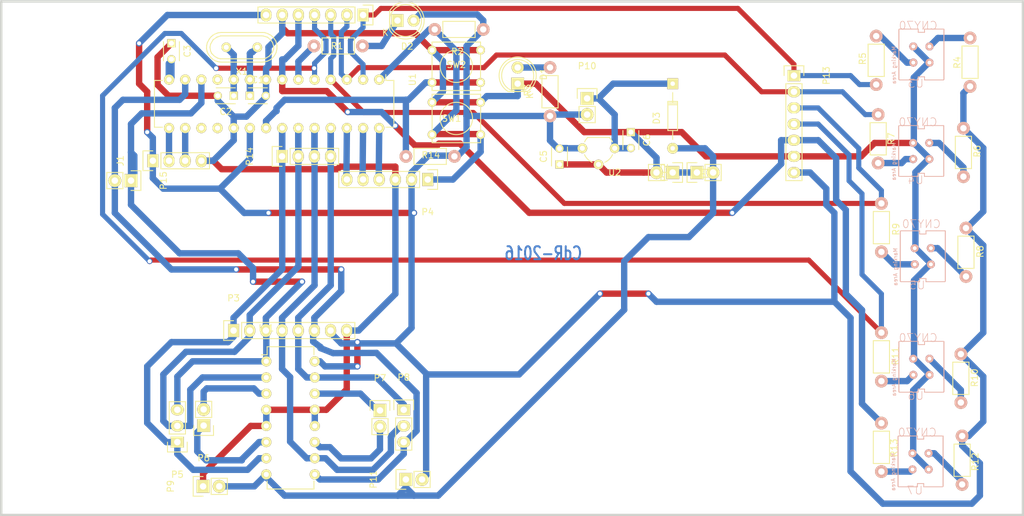
<source format=kicad_pcb>
(kicad_pcb (version 20171130) (host pcbnew "(5.1.12)-1")

  (general
    (thickness 1.6002)
    (drawings 35)
    (tracks 553)
    (zones 0)
    (modules 49)
    (nets 47)
  )

  (page A4)
  (title_block
    (title Pinguino-Elelectrónlibre_)
    (date "6 jul 2011")
    (rev "6 Jun 2011")
    (company "Elelectrónlibre - www.elelectronlibre.wordpress.com")
  )

  (layers
    (0 Comp. signal)
    (31 Cobre signal)
    (32 B.Adhes user hide)
    (33 F.Adhes user hide)
    (34 B.Paste user hide)
    (35 F.Paste user hide)
    (36 B.SilkS user hide)
    (37 F.SilkS user hide)
    (38 B.Mask user hide)
    (39 F.Mask user hide)
    (40 Dwgs.User user hide)
    (41 Cmts.User user hide)
    (42 Eco1.User user hide)
    (43 Eco2.User user hide)
    (44 Edge.Cuts user)
  )

  (setup
    (last_trace_width 1)
    (trace_clearance 0.5)
    (zone_clearance 0.508)
    (zone_45_only yes)
    (trace_min 0.5)
    (via_size 0.889)
    (via_drill 0.635)
    (via_min_size 0.889)
    (via_min_drill 0.5)
    (uvia_size 0.508)
    (uvia_drill 0.127)
    (uvias_allowed no)
    (uvia_min_size 0.508)
    (uvia_min_drill 0.127)
    (edge_width 0.381)
    (segment_width 0.381)
    (pcb_text_width 0.3048)
    (pcb_text_size 1.524 2.032)
    (mod_edge_width 0.381)
    (mod_text_size 1.524 1.524)
    (mod_text_width 0.3048)
    (pad_size 1.524 1.524)
    (pad_drill 0.8128)
    (pad_to_mask_clearance 0.254)
    (aux_axis_origin 0 0)
    (grid_origin 69.32 156.432)
    (visible_elements 7FFFFFFF)
    (pcbplotparams
      (layerselection 0x00030_80000001)
      (usegerberextensions false)
      (usegerberattributes true)
      (usegerberadvancedattributes true)
      (creategerberjobfile true)
      (excludeedgelayer true)
      (linewidth 0.100000)
      (plotframeref false)
      (viasonmask false)
      (mode 1)
      (useauxorigin false)
      (hpglpennumber 1)
      (hpglpenspeed 20)
      (hpglpendiameter 15.000000)
      (psnegative false)
      (psa4output false)
      (plotreference true)
      (plotvalue true)
      (plotinvisibletext false)
      (padsonsilk false)
      (subtractmaskfromsilk false)
      (outputformat 1)
      (mirror false)
      (drillshape 1)
      (scaleselection 1)
      (outputdirectory ""))
  )

  (net 0 "")
  (net 1 "Net-(C1-Pad1)")
  (net 2 GND)
  (net 3 "Net-(C3-Pad2)")
  (net 4 VCC)
  (net 5 "Net-(C6-Pad2)")
  (net 6 "Net-(D1-Pad2)")
  (net 7 /run)
  (net 8 /driver_motores/E-1.2)
  (net 9 /driver_motores/1A)
  (net 10 "Net-(IC1-Pad3)")
  (net 11 "Net-(IC1-Pad6)")
  (net 12 /driver_motores/2A)
  (net 13 /driver_motores/E-3.4)
  (net 14 /driver_motores/3A)
  (net 15 "Net-(IC1-Pad11)")
  (net 16 "Net-(IC1-Pad14)")
  (net 17 /driver_motores/4A)
  (net 18 /r)
  (net 19 /7)
  (net 20 /6)
  (net 21 /5)
  (net 22 /sensores/sens0)
  (net 23 /sensores/sens1)
  (net 24 "Net-(C2-Pad1)")
  (net 25 /sensores/sens2)
  (net 26 /sensores/sens3)
  (net 27 /sensores/sens4)
  (net 28 "Net-(R4-Pad2)")
  (net 29 "Net-(R5-Pad2)")
  (net 30 "Net-(R6-Pad2)")
  (net 31 "Net-(R7-Pad2)")
  (net 32 "Net-(R8-Pad2)")
  (net 33 "Net-(R9-Pad2)")
  (net 34 "Net-(R10-Pad2)")
  (net 35 "Net-(R11-Pad2)")
  (net 36 "Net-(R12-Pad2)")
  (net 37 "Net-(R13-Pad2)")
  (net 38 /0)
  (net 39 "Net-(U1-Pad11)")
  (net 40 "Net-(U1-Pad17)")
  (net 41 "Net-(U1-Pad18)")
  (net 42 /D-)
  (net 43 /D+)
  (net 44 "Net-(D2-Pad1)")
  (net 45 VCC2)
  (net 46 "Net-(P1-Pad1)")

  (net_class Default "This is the default net class."
    (clearance 0.5)
    (trace_width 1)
    (via_dia 0.889)
    (via_drill 0.635)
    (uvia_dia 0.508)
    (uvia_drill 0.127)
    (add_net /0)
    (add_net /5)
    (add_net /6)
    (add_net /7)
    (add_net /D+)
    (add_net /D-)
    (add_net /driver_motores/1A)
    (add_net /driver_motores/2A)
    (add_net /driver_motores/3A)
    (add_net /driver_motores/4A)
    (add_net /driver_motores/E-1.2)
    (add_net /driver_motores/E-3.4)
    (add_net /r)
    (add_net /run)
    (add_net /sensores/sens4)
    (add_net GND)
    (add_net "Net-(C1-Pad1)")
    (add_net "Net-(C2-Pad1)")
    (add_net "Net-(C3-Pad2)")
    (add_net "Net-(C6-Pad2)")
    (add_net "Net-(D1-Pad2)")
    (add_net "Net-(D2-Pad1)")
    (add_net "Net-(IC1-Pad11)")
    (add_net "Net-(IC1-Pad14)")
    (add_net "Net-(IC1-Pad3)")
    (add_net "Net-(IC1-Pad6)")
    (add_net "Net-(P1-Pad1)")
    (add_net "Net-(R10-Pad2)")
    (add_net "Net-(R11-Pad2)")
    (add_net "Net-(R12-Pad2)")
    (add_net "Net-(R13-Pad2)")
    (add_net "Net-(R4-Pad2)")
    (add_net "Net-(R5-Pad2)")
    (add_net "Net-(R6-Pad2)")
    (add_net "Net-(R7-Pad2)")
    (add_net "Net-(R8-Pad2)")
    (add_net "Net-(R9-Pad2)")
    (add_net "Net-(U1-Pad11)")
    (add_net "Net-(U1-Pad17)")
    (add_net "Net-(U1-Pad18)")
    (add_net VCC)
    (add_net VCC2)
  )

  (net_class fino ""
    (clearance 0.4)
    (trace_width 0.8)
    (via_dia 0.889)
    (via_drill 0.635)
    (uvia_dia 0.508)
    (uvia_drill 0.127)
    (add_net /sensores/sens0)
    (add_net /sensores/sens1)
    (add_net /sensores/sens2)
    (add_net /sensores/sens3)
  )

  (module Housings_DIP:DIP-16_W7.62mm placed (layer Comp.) (tedit 54130A77) (tstamp 5748905C)
    (at 79.14 136.59)
    (descr "16-lead dip package, row spacing 7.62 mm (300 mils)")
    (tags "dil dip 2.54 300")
    (path /5746AA40/5746AE14)
    (fp_text reference IC1 (at 0 -5.22) (layer F.SilkS)
      (effects (font (size 1 1) (thickness 0.15)))
    )
    (fp_text value L293D (at 0 -3.72) (layer F.Fab)
      (effects (font (size 1 1) (thickness 0.15)))
    )
    (fp_line (start 0.135 -1.025) (end -0.8 -1.025) (layer F.SilkS) (width 0.15))
    (fp_line (start 0.135 20.075) (end 7.485 20.075) (layer F.SilkS) (width 0.15))
    (fp_line (start 0.135 -2.295) (end 7.485 -2.295) (layer F.SilkS) (width 0.15))
    (fp_line (start 0.135 20.075) (end 0.135 18.805) (layer F.SilkS) (width 0.15))
    (fp_line (start 7.485 20.075) (end 7.485 18.805) (layer F.SilkS) (width 0.15))
    (fp_line (start 7.485 -2.295) (end 7.485 -1.025) (layer F.SilkS) (width 0.15))
    (fp_line (start 0.135 -2.295) (end 0.135 -1.025) (layer F.SilkS) (width 0.15))
    (fp_line (start -1.05 20.25) (end 8.65 20.25) (layer F.CrtYd) (width 0.05))
    (fp_line (start -1.05 -2.45) (end 8.65 -2.45) (layer F.CrtYd) (width 0.05))
    (fp_line (start 8.65 -2.45) (end 8.65 20.25) (layer F.CrtYd) (width 0.05))
    (fp_line (start -1.05 -2.45) (end -1.05 20.25) (layer F.CrtYd) (width 0.05))
    (pad 1 thru_hole oval (at 0 0) (size 1.6 1.6) (drill 0.8) (layers *.Cu *.Mask F.SilkS)
      (net 8 /driver_motores/E-1.2))
    (pad 2 thru_hole oval (at 0 2.54) (size 1.6 1.6) (drill 0.8) (layers *.Cu *.Mask F.SilkS)
      (net 9 /driver_motores/1A))
    (pad 3 thru_hole oval (at 0 5.08) (size 1.6 1.6) (drill 0.8) (layers *.Cu *.Mask F.SilkS)
      (net 10 "Net-(IC1-Pad3)"))
    (pad 4 thru_hole oval (at 0 7.62) (size 1.6 1.6) (drill 0.8) (layers *.Cu *.Mask F.SilkS)
      (net 2 GND))
    (pad 5 thru_hole oval (at 0 10.16) (size 1.6 1.6) (drill 0.8) (layers *.Cu *.Mask F.SilkS)
      (net 2 GND))
    (pad 6 thru_hole oval (at 0 12.7) (size 1.6 1.6) (drill 0.8) (layers *.Cu *.Mask F.SilkS)
      (net 11 "Net-(IC1-Pad6)"))
    (pad 7 thru_hole oval (at 0 15.24) (size 1.6 1.6) (drill 0.8) (layers *.Cu *.Mask F.SilkS)
      (net 12 /driver_motores/2A))
    (pad 8 thru_hole oval (at 0 17.78) (size 1.6 1.6) (drill 0.8) (layers *.Cu *.Mask F.SilkS)
      (net 45 VCC2))
    (pad 9 thru_hole oval (at 7.62 17.78) (size 1.6 1.6) (drill 0.8) (layers *.Cu *.Mask F.SilkS)
      (net 13 /driver_motores/E-3.4))
    (pad 10 thru_hole oval (at 7.62 15.24) (size 1.6 1.6) (drill 0.8) (layers *.Cu *.Mask F.SilkS)
      (net 14 /driver_motores/3A))
    (pad 11 thru_hole oval (at 7.62 12.7) (size 1.6 1.6) (drill 0.8) (layers *.Cu *.Mask F.SilkS)
      (net 15 "Net-(IC1-Pad11)"))
    (pad 12 thru_hole oval (at 7.62 10.16) (size 1.6 1.6) (drill 0.8) (layers *.Cu *.Mask F.SilkS)
      (net 2 GND))
    (pad 13 thru_hole oval (at 7.62 7.62) (size 1.6 1.6) (drill 0.8) (layers *.Cu *.Mask F.SilkS)
      (net 2 GND))
    (pad 14 thru_hole oval (at 7.62 5.08) (size 1.6 1.6) (drill 0.8) (layers *.Cu *.Mask F.SilkS)
      (net 16 "Net-(IC1-Pad14)"))
    (pad 15 thru_hole oval (at 7.62 2.54) (size 1.6 1.6) (drill 0.8) (layers *.Cu *.Mask F.SilkS)
      (net 17 /driver_motores/4A))
    (pad 16 thru_hole oval (at 7.62 0) (size 1.6 1.6) (drill 0.8) (layers *.Cu *.Mask F.SilkS)
      (net 4 VCC))
    (model Housings_DIP.3dshapes/DIP-16_W7.62mm.wrl
      (at (xyz 0 0 0))
      (scale (xyz 1 1 1))
      (rotate (xyz 0 0 0))
    )
  )

  (module Pin_Headers:Pin_Header_Straight_1x03 placed (layer Comp.) (tedit 0) (tstamp 57489063)
    (at 65.17 149.29 180)
    (descr "Through hole pin header")
    (tags "pin header")
    (path /5746AA40/5746AE1F)
    (fp_text reference P5 (at 0 -5.1 180) (layer F.SilkS)
      (effects (font (size 1 1) (thickness 0.15)))
    )
    (fp_text value 2A-1A-1.2E (at 0 -3.1 180) (layer F.Fab)
      (effects (font (size 1 1) (thickness 0.15)))
    )
    (fp_line (start -1.55 -1.55) (end 1.55 -1.55) (layer F.SilkS) (width 0.15))
    (fp_line (start -1.55 0) (end -1.55 -1.55) (layer F.SilkS) (width 0.15))
    (fp_line (start 1.27 1.27) (end -1.27 1.27) (layer F.SilkS) (width 0.15))
    (fp_line (start 1.55 -1.55) (end 1.55 0) (layer F.SilkS) (width 0.15))
    (fp_line (start 1.27 6.35) (end 1.27 1.27) (layer F.SilkS) (width 0.15))
    (fp_line (start -1.27 6.35) (end 1.27 6.35) (layer F.SilkS) (width 0.15))
    (fp_line (start -1.27 1.27) (end -1.27 6.35) (layer F.SilkS) (width 0.15))
    (fp_line (start -1.75 6.85) (end 1.75 6.85) (layer F.CrtYd) (width 0.05))
    (fp_line (start -1.75 -1.75) (end 1.75 -1.75) (layer F.CrtYd) (width 0.05))
    (fp_line (start 1.75 -1.75) (end 1.75 6.85) (layer F.CrtYd) (width 0.05))
    (fp_line (start -1.75 -1.75) (end -1.75 6.85) (layer F.CrtYd) (width 0.05))
    (pad 1 thru_hole rect (at 0 0 180) (size 2.032 1.7272) (drill 1.016) (layers *.Cu *.Mask F.SilkS)
      (net 12 /driver_motores/2A))
    (pad 2 thru_hole oval (at 0 2.54 180) (size 2.032 1.7272) (drill 1.016) (layers *.Cu *.Mask F.SilkS)
      (net 9 /driver_motores/1A))
    (pad 3 thru_hole oval (at 0 5.08 180) (size 2.032 1.7272) (drill 1.016) (layers *.Cu *.Mask F.SilkS)
      (net 8 /driver_motores/E-1.2))
    (model Pin_Headers.3dshapes/Pin_Header_Straight_1x03.wrl
      (offset (xyz 0 -2.539999961853027 0))
      (scale (xyz 1 1 1))
      (rotate (xyz 0 0 90))
    )
  )

  (module Pin_Headers:Pin_Header_Straight_1x02 placed (layer Comp.) (tedit 54EA090C) (tstamp 57489069)
    (at 69.3 146.69 180)
    (descr "Through hole pin header")
    (tags "pin header")
    (path /5746AA40/5746AE15)
    (fp_text reference P6 (at 0 -5.1 180) (layer F.SilkS)
      (effects (font (size 1 1) (thickness 0.15)))
    )
    (fp_text value motor1 (at 0 -3.1 180) (layer F.Fab)
      (effects (font (size 1 1) (thickness 0.15)))
    )
    (fp_line (start -1.27 3.81) (end 1.27 3.81) (layer F.SilkS) (width 0.15))
    (fp_line (start -1.27 1.27) (end -1.27 3.81) (layer F.SilkS) (width 0.15))
    (fp_line (start -1.55 -1.55) (end 1.55 -1.55) (layer F.SilkS) (width 0.15))
    (fp_line (start -1.55 0) (end -1.55 -1.55) (layer F.SilkS) (width 0.15))
    (fp_line (start 1.27 1.27) (end -1.27 1.27) (layer F.SilkS) (width 0.15))
    (fp_line (start -1.75 4.3) (end 1.75 4.3) (layer F.CrtYd) (width 0.05))
    (fp_line (start -1.75 -1.75) (end 1.75 -1.75) (layer F.CrtYd) (width 0.05))
    (fp_line (start 1.75 -1.75) (end 1.75 4.3) (layer F.CrtYd) (width 0.05))
    (fp_line (start -1.75 -1.75) (end -1.75 4.3) (layer F.CrtYd) (width 0.05))
    (fp_line (start 1.55 -1.55) (end 1.55 0) (layer F.SilkS) (width 0.15))
    (fp_line (start 1.27 1.27) (end 1.27 3.81) (layer F.SilkS) (width 0.15))
    (pad 1 thru_hole rect (at 0 0 180) (size 2.032 2.032) (drill 1.016) (layers *.Cu *.Mask F.SilkS)
      (net 11 "Net-(IC1-Pad6)"))
    (pad 2 thru_hole oval (at 0 2.54 180) (size 2.032 2.032) (drill 1.016) (layers *.Cu *.Mask F.SilkS)
      (net 10 "Net-(IC1-Pad3)"))
    (model Pin_Headers.3dshapes/Pin_Header_Straight_1x02.wrl
      (offset (xyz 0 -1.269999980926514 0))
      (scale (xyz 1 1 1))
      (rotate (xyz 0 0 90))
    )
  )

  (module Pin_Headers:Pin_Header_Straight_1x02 placed (layer Comp.) (tedit 54EA090C) (tstamp 5748906F)
    (at 97 144.31)
    (descr "Through hole pin header")
    (tags "pin header")
    (path /5746AA40/5746AE16)
    (fp_text reference P7 (at 0 -5.1) (layer F.SilkS)
      (effects (font (size 1 1) (thickness 0.15)))
    )
    (fp_text value motor2 (at 0 -3.1) (layer F.Fab)
      (effects (font (size 1 1) (thickness 0.15)))
    )
    (fp_line (start -1.27 3.81) (end 1.27 3.81) (layer F.SilkS) (width 0.15))
    (fp_line (start -1.27 1.27) (end -1.27 3.81) (layer F.SilkS) (width 0.15))
    (fp_line (start -1.55 -1.55) (end 1.55 -1.55) (layer F.SilkS) (width 0.15))
    (fp_line (start -1.55 0) (end -1.55 -1.55) (layer F.SilkS) (width 0.15))
    (fp_line (start 1.27 1.27) (end -1.27 1.27) (layer F.SilkS) (width 0.15))
    (fp_line (start -1.75 4.3) (end 1.75 4.3) (layer F.CrtYd) (width 0.05))
    (fp_line (start -1.75 -1.75) (end 1.75 -1.75) (layer F.CrtYd) (width 0.05))
    (fp_line (start 1.75 -1.75) (end 1.75 4.3) (layer F.CrtYd) (width 0.05))
    (fp_line (start -1.75 -1.75) (end -1.75 4.3) (layer F.CrtYd) (width 0.05))
    (fp_line (start 1.55 -1.55) (end 1.55 0) (layer F.SilkS) (width 0.15))
    (fp_line (start 1.27 1.27) (end 1.27 3.81) (layer F.SilkS) (width 0.15))
    (pad 1 thru_hole rect (at 0 0) (size 2.032 2.032) (drill 1.016) (layers *.Cu *.Mask F.SilkS)
      (net 16 "Net-(IC1-Pad14)"))
    (pad 2 thru_hole oval (at 0 2.54) (size 2.032 2.032) (drill 1.016) (layers *.Cu *.Mask F.SilkS)
      (net 15 "Net-(IC1-Pad11)"))
    (model Pin_Headers.3dshapes/Pin_Header_Straight_1x02.wrl
      (offset (xyz 0 -1.269999980926514 0))
      (scale (xyz 1 1 1))
      (rotate (xyz 0 0 90))
    )
  )

  (module Pin_Headers:Pin_Header_Straight_1x03 placed (layer Comp.) (tedit 0) (tstamp 57489076)
    (at 100.73 144.21)
    (descr "Through hole pin header")
    (tags "pin header")
    (path /5746AA40/5746AE17)
    (fp_text reference P8 (at 0 -5.1) (layer F.SilkS)
      (effects (font (size 1 1) (thickness 0.15)))
    )
    (fp_text value E3.4-3A-4A (at 0 -3.1) (layer F.Fab)
      (effects (font (size 1 1) (thickness 0.15)))
    )
    (fp_line (start -1.55 -1.55) (end 1.55 -1.55) (layer F.SilkS) (width 0.15))
    (fp_line (start -1.55 0) (end -1.55 -1.55) (layer F.SilkS) (width 0.15))
    (fp_line (start 1.27 1.27) (end -1.27 1.27) (layer F.SilkS) (width 0.15))
    (fp_line (start 1.55 -1.55) (end 1.55 0) (layer F.SilkS) (width 0.15))
    (fp_line (start 1.27 6.35) (end 1.27 1.27) (layer F.SilkS) (width 0.15))
    (fp_line (start -1.27 6.35) (end 1.27 6.35) (layer F.SilkS) (width 0.15))
    (fp_line (start -1.27 1.27) (end -1.27 6.35) (layer F.SilkS) (width 0.15))
    (fp_line (start -1.75 6.85) (end 1.75 6.85) (layer F.CrtYd) (width 0.05))
    (fp_line (start -1.75 -1.75) (end 1.75 -1.75) (layer F.CrtYd) (width 0.05))
    (fp_line (start 1.75 -1.75) (end 1.75 6.85) (layer F.CrtYd) (width 0.05))
    (fp_line (start -1.75 -1.75) (end -1.75 6.85) (layer F.CrtYd) (width 0.05))
    (pad 1 thru_hole rect (at 0 0) (size 2.032 1.7272) (drill 1.016) (layers *.Cu *.Mask F.SilkS)
      (net 17 /driver_motores/4A))
    (pad 2 thru_hole oval (at 0 2.54) (size 2.032 1.7272) (drill 1.016) (layers *.Cu *.Mask F.SilkS)
      (net 14 /driver_motores/3A))
    (pad 3 thru_hole oval (at 0 5.08) (size 2.032 1.7272) (drill 1.016) (layers *.Cu *.Mask F.SilkS)
      (net 13 /driver_motores/E-3.4))
    (model Pin_Headers.3dshapes/Pin_Header_Straight_1x03.wrl
      (offset (xyz 0 -2.539999961853027 0))
      (scale (xyz 1 1 1))
      (rotate (xyz 0 0 90))
    )
  )

  (module Pin_Headers:Pin_Header_Straight_1x02 placed (layer Comp.) (tedit 54EA090C) (tstamp 5748907C)
    (at 69.21 156.25 90)
    (descr "Through hole pin header")
    (tags "pin header")
    (path /5746AA40/5746AE1A)
    (fp_text reference P9 (at 0 -5.1 90) (layer F.SilkS)
      (effects (font (size 1 1) (thickness 0.15)))
    )
    (fp_text value alimtacionMOTORES (at 0 -3.1 90) (layer F.Fab)
      (effects (font (size 1 1) (thickness 0.15)))
    )
    (fp_line (start -1.27 3.81) (end 1.27 3.81) (layer F.SilkS) (width 0.15))
    (fp_line (start -1.27 1.27) (end -1.27 3.81) (layer F.SilkS) (width 0.15))
    (fp_line (start -1.55 -1.55) (end 1.55 -1.55) (layer F.SilkS) (width 0.15))
    (fp_line (start -1.55 0) (end -1.55 -1.55) (layer F.SilkS) (width 0.15))
    (fp_line (start 1.27 1.27) (end -1.27 1.27) (layer F.SilkS) (width 0.15))
    (fp_line (start -1.75 4.3) (end 1.75 4.3) (layer F.CrtYd) (width 0.05))
    (fp_line (start -1.75 -1.75) (end 1.75 -1.75) (layer F.CrtYd) (width 0.05))
    (fp_line (start 1.75 -1.75) (end 1.75 4.3) (layer F.CrtYd) (width 0.05))
    (fp_line (start -1.75 -1.75) (end -1.75 4.3) (layer F.CrtYd) (width 0.05))
    (fp_line (start 1.55 -1.55) (end 1.55 0) (layer F.SilkS) (width 0.15))
    (fp_line (start 1.27 1.27) (end 1.27 3.81) (layer F.SilkS) (width 0.15))
    (pad 1 thru_hole rect (at 0 0 90) (size 2.032 2.032) (drill 1.016) (layers *.Cu *.Mask F.SilkS)
      (net 2 GND))
    (pad 2 thru_hole oval (at 0 2.54 90) (size 2.032 2.032) (drill 1.016) (layers *.Cu *.Mask F.SilkS)
      (net 45 VCC2))
    (model Pin_Headers.3dshapes/Pin_Header_Straight_1x02.wrl
      (offset (xyz 0 -1.269999980926514 0))
      (scale (xyz 1 1 1))
      (rotate (xyz 0 0 90))
    )
  )

  (module Pin_Headers:Pin_Header_Straight_1x02 placed (layer Comp.) (tedit 54EA090C) (tstamp 57489082)
    (at 101.07 155.162 90)
    (descr "Through hole pin header")
    (tags "pin header")
    (path /5746AA40/57475EF3)
    (fp_text reference P11 (at 0 -5.1 90) (layer F.SilkS)
      (effects (font (size 1 1) (thickness 0.15)))
    )
    (fp_text value jp1 (at 0 -3.1 90) (layer F.Fab)
      (effects (font (size 1 1) (thickness 0.15)))
    )
    (fp_line (start -1.27 3.81) (end 1.27 3.81) (layer F.SilkS) (width 0.15))
    (fp_line (start -1.27 1.27) (end -1.27 3.81) (layer F.SilkS) (width 0.15))
    (fp_line (start -1.55 -1.55) (end 1.55 -1.55) (layer F.SilkS) (width 0.15))
    (fp_line (start -1.55 0) (end -1.55 -1.55) (layer F.SilkS) (width 0.15))
    (fp_line (start 1.27 1.27) (end -1.27 1.27) (layer F.SilkS) (width 0.15))
    (fp_line (start -1.75 4.3) (end 1.75 4.3) (layer F.CrtYd) (width 0.05))
    (fp_line (start -1.75 -1.75) (end 1.75 -1.75) (layer F.CrtYd) (width 0.05))
    (fp_line (start 1.75 -1.75) (end 1.75 4.3) (layer F.CrtYd) (width 0.05))
    (fp_line (start -1.75 -1.75) (end -1.75 4.3) (layer F.CrtYd) (width 0.05))
    (fp_line (start 1.55 -1.55) (end 1.55 0) (layer F.SilkS) (width 0.15))
    (fp_line (start 1.27 1.27) (end 1.27 3.81) (layer F.SilkS) (width 0.15))
    (pad 1 thru_hole rect (at 0 0 90) (size 2.032 2.032) (drill 1.016) (layers *.Cu *.Mask F.SilkS)
      (net 45 VCC2))
    (pad 2 thru_hole oval (at 0 2.54 90) (size 2.032 2.032) (drill 1.016) (layers *.Cu *.Mask F.SilkS)
      (net 4 VCC))
    (model Pin_Headers.3dshapes/Pin_Header_Straight_1x02.wrl
      (offset (xyz 0 -1.269999980926514 0))
      (scale (xyz 1 1 1))
      (rotate (xyz 0 0 90))
    )
  )

  (module Socket_Strips:Socket_Strip_Straight_1x07 (layer Comp.) (tedit 0) (tstamp 57489362)
    (at 94.3436 82.1322 180)
    (descr "Through hole socket strip")
    (tags "socket strip")
    (path /57465D4C/57473FE0)
    (fp_text reference P2 (at 0.093589 3.382151 180) (layer F.SilkS)
      (effects (font (size 1 1) (thickness 0.15)))
    )
    (fp_text value Pines_Sensores (at 0 -3.1 180) (layer F.Fab)
      (effects (font (size 1 1) (thickness 0.15)))
    )
    (fp_line (start -1.55 -1.55) (end -1.55 1.55) (layer F.SilkS) (width 0.15))
    (fp_line (start 0 -1.55) (end -1.55 -1.55) (layer F.SilkS) (width 0.15))
    (fp_line (start 1.27 1.27) (end 1.27 -1.27) (layer F.SilkS) (width 0.15))
    (fp_line (start -1.55 1.55) (end 0 1.55) (layer F.SilkS) (width 0.15))
    (fp_line (start 16.51 -1.27) (end 1.27 -1.27) (layer F.SilkS) (width 0.15))
    (fp_line (start 16.51 1.27) (end 16.51 -1.27) (layer F.SilkS) (width 0.15))
    (fp_line (start 1.27 1.27) (end 16.51 1.27) (layer F.SilkS) (width 0.15))
    (fp_line (start -1.75 1.75) (end 17 1.75) (layer F.CrtYd) (width 0.05))
    (fp_line (start -1.75 -1.75) (end 17 -1.75) (layer F.CrtYd) (width 0.05))
    (fp_line (start 17 -1.75) (end 17 1.75) (layer F.CrtYd) (width 0.05))
    (fp_line (start -1.75 -1.75) (end -1.75 1.75) (layer F.CrtYd) (width 0.05))
    (pad 1 thru_hole rect (at 0 0 180) (size 1.7272 2.032) (drill 1.016) (layers *.Cu *.Mask F.SilkS)
      (net 22 /sensores/sens0))
    (pad 2 thru_hole oval (at 2.54 0 180) (size 1.7272 2.032) (drill 1.016) (layers *.Cu *.Mask F.SilkS)
      (net 23 /sensores/sens1))
    (pad 3 thru_hole oval (at 5.08 0 180) (size 1.7272 2.032) (drill 1.016) (layers *.Cu *.Mask F.SilkS)
      (net 25 /sensores/sens2))
    (pad 4 thru_hole oval (at 7.62 0 180) (size 1.7272 2.032) (drill 1.016) (layers *.Cu *.Mask F.SilkS)
      (net 26 /sensores/sens3))
    (pad 5 thru_hole oval (at 10.16 0 180) (size 1.7272 2.032) (drill 1.016) (layers *.Cu *.Mask F.SilkS)
      (net 27 /sensores/sens4))
    (pad 6 thru_hole oval (at 12.7 0 180) (size 1.7272 2.032) (drill 1.016) (layers *.Cu *.Mask F.SilkS)
      (net 2 GND))
    (pad 7 thru_hole oval (at 15.24 0 180) (size 1.7272 2.032) (drill 1.016) (layers *.Cu *.Mask F.SilkS)
      (net 4 VCC))
    (model Socket_Strips.3dshapes/Socket_Strip_Straight_1x07.wrl
      (offset (xyz 7.619999885559082 0 0))
      (scale (xyz 1 1 1))
      (rotate (xyz 0 0 180))
    )
  )

  (module Pin_Headers:Pin_Header_Straight_1x02 (layer Comp.) (tedit 57489CB2) (tstamp 57489368)
    (at 129.54 95.25)
    (descr "Through hole pin header")
    (tags "pin header")
    (path /57484A1C)
    (fp_text reference P10 (at 0 -5.1) (layer F.SilkS)
      (effects (font (size 1 1) (thickness 0.15)))
    )
    (fp_text value BAT (at -2.54 1.27 90) (layer F.Fab)
      (effects (font (size 1 1) (thickness 0.15)))
    )
    (fp_line (start -1.27 3.81) (end 1.27 3.81) (layer F.SilkS) (width 0.15))
    (fp_line (start -1.27 1.27) (end -1.27 3.81) (layer F.SilkS) (width 0.15))
    (fp_line (start -1.55 -1.55) (end 1.55 -1.55) (layer F.SilkS) (width 0.15))
    (fp_line (start -1.55 0) (end -1.55 -1.55) (layer F.SilkS) (width 0.15))
    (fp_line (start 1.27 1.27) (end -1.27 1.27) (layer F.SilkS) (width 0.15))
    (fp_line (start -1.75 4.3) (end 1.75 4.3) (layer F.CrtYd) (width 0.05))
    (fp_line (start -1.75 -1.75) (end 1.75 -1.75) (layer F.CrtYd) (width 0.05))
    (fp_line (start 1.75 -1.75) (end 1.75 4.3) (layer F.CrtYd) (width 0.05))
    (fp_line (start -1.75 -1.75) (end -1.75 4.3) (layer F.CrtYd) (width 0.05))
    (fp_line (start 1.55 -1.55) (end 1.55 0) (layer F.SilkS) (width 0.15))
    (fp_line (start 1.27 1.27) (end 1.27 3.81) (layer F.SilkS) (width 0.15))
    (pad 1 thru_hole rect (at 0 0) (size 2.032 2.032) (drill 1.016) (layers *.Cu *.Mask F.SilkS)
      (net 5 "Net-(C6-Pad2)"))
    (pad 2 thru_hole oval (at 0 2.54) (size 2.032 2.032) (drill 1.016) (layers *.Cu *.Mask F.SilkS)
      (net 4 VCC))
    (model Pin_Headers.3dshapes/Pin_Header_Straight_1x02.wrl
      (offset (xyz 0 -1.269999980926514 0))
      (scale (xyz 1 1 1))
      (rotate (xyz 0 0 90))
    )
  )

  (module Resistors_ThroughHole:Resistor_Horizontal_RM7mm (layer Comp.) (tedit 569FCF07) (tstamp 5748936E)
    (at 189.695 93.365 90)
    (descr "Resistor, Axial,  RM 7.62mm, 1/3W,")
    (tags "Resistor Axial RM 7.62mm 1/3W R3")
    (path /57465D4C/57465ED1)
    (fp_text reference R4 (at 3.76 -2.01 90) (layer F.SilkS)
      (effects (font (size 1 1) (thickness 0.15)))
    )
    (fp_text value R (at 3.81 3.81 90) (layer F.Fab)
      (effects (font (size 1 1) (thickness 0.15)))
    )
    (fp_line (start 1.27 1.27) (end 1.27 -1.27) (layer F.SilkS) (width 0.15))
    (fp_line (start 6.35 1.27) (end 1.27 1.27) (layer F.SilkS) (width 0.15))
    (fp_line (start 6.35 -1.27) (end 6.35 1.27) (layer F.SilkS) (width 0.15))
    (fp_line (start 1.27 -1.27) (end 6.35 -1.27) (layer F.SilkS) (width 0.15))
    (fp_line (start -1.25 1.5) (end 8.85 1.5) (layer F.CrtYd) (width 0.05))
    (fp_line (start 8.85 -1.5) (end 8.85 1.5) (layer F.CrtYd) (width 0.05))
    (fp_line (start -1.25 1.5) (end -1.25 -1.5) (layer F.CrtYd) (width 0.05))
    (fp_line (start -1.25 -1.5) (end 8.85 -1.5) (layer F.CrtYd) (width 0.05))
    (pad 1 thru_hole circle (at 0 0 90) (size 1.99898 1.99898) (drill 1.00076) (layers *.Cu *.SilkS *.Mask)
      (net 4 VCC))
    (pad 2 thru_hole circle (at 7.62 0 90) (size 1.99898 1.99898) (drill 1.00076) (layers *.Cu *.SilkS *.Mask)
      (net 28 "Net-(R4-Pad2)"))
  )

  (module Resistors_ThroughHole:Resistor_Horizontal_RM7mm (layer Comp.) (tedit 569FCF07) (tstamp 57489374)
    (at 174.95 93.07 90)
    (descr "Resistor, Axial,  RM 7.62mm, 1/3W,")
    (tags "Resistor Axial RM 7.62mm 1/3W R3")
    (path /57465D4C/57465EFC)
    (fp_text reference R5 (at 4.05892 -2.13 90) (layer F.SilkS)
      (effects (font (size 1 1) (thickness 0.15)))
    )
    (fp_text value R (at 3.81 3.81 90) (layer F.Fab)
      (effects (font (size 1 1) (thickness 0.15)))
    )
    (fp_line (start 1.27 1.27) (end 1.27 -1.27) (layer F.SilkS) (width 0.15))
    (fp_line (start 6.35 1.27) (end 1.27 1.27) (layer F.SilkS) (width 0.15))
    (fp_line (start 6.35 -1.27) (end 6.35 1.27) (layer F.SilkS) (width 0.15))
    (fp_line (start 1.27 -1.27) (end 6.35 -1.27) (layer F.SilkS) (width 0.15))
    (fp_line (start -1.25 1.5) (end 8.85 1.5) (layer F.CrtYd) (width 0.05))
    (fp_line (start 8.85 -1.5) (end 8.85 1.5) (layer F.CrtYd) (width 0.05))
    (fp_line (start -1.25 1.5) (end -1.25 -1.5) (layer F.CrtYd) (width 0.05))
    (fp_line (start -1.25 -1.5) (end 8.85 -1.5) (layer F.CrtYd) (width 0.05))
    (pad 1 thru_hole circle (at 0 0 90) (size 1.99898 1.99898) (drill 1.00076) (layers *.Cu *.SilkS *.Mask)
      (net 22 /sensores/sens0))
    (pad 2 thru_hole circle (at 7.62 0 90) (size 1.99898 1.99898) (drill 1.00076) (layers *.Cu *.SilkS *.Mask)
      (net 29 "Net-(R5-Pad2)"))
  )

  (module Resistors_ThroughHole:Resistor_Horizontal_RM7mm (layer Comp.) (tedit 569FCF07) (tstamp 5748937A)
    (at 188.65 99.93 270)
    (descr "Resistor, Axial,  RM 7.62mm, 1/3W,")
    (tags "Resistor Axial RM 7.62mm 1/3W R3")
    (path /57465D4C/5747D545)
    (fp_text reference R6 (at 3.63 -2.17 270) (layer F.SilkS)
      (effects (font (size 1 1) (thickness 0.15)))
    )
    (fp_text value R (at 3.81 3.81 270) (layer F.Fab)
      (effects (font (size 1 1) (thickness 0.15)))
    )
    (fp_line (start 1.27 1.27) (end 1.27 -1.27) (layer F.SilkS) (width 0.15))
    (fp_line (start 6.35 1.27) (end 1.27 1.27) (layer F.SilkS) (width 0.15))
    (fp_line (start 6.35 -1.27) (end 6.35 1.27) (layer F.SilkS) (width 0.15))
    (fp_line (start 1.27 -1.27) (end 6.35 -1.27) (layer F.SilkS) (width 0.15))
    (fp_line (start -1.25 1.5) (end 8.85 1.5) (layer F.CrtYd) (width 0.05))
    (fp_line (start 8.85 -1.5) (end 8.85 1.5) (layer F.CrtYd) (width 0.05))
    (fp_line (start -1.25 1.5) (end -1.25 -1.5) (layer F.CrtYd) (width 0.05))
    (fp_line (start -1.25 -1.5) (end 8.85 -1.5) (layer F.CrtYd) (width 0.05))
    (pad 1 thru_hole circle (at 0 0 270) (size 1.99898 1.99898) (drill 1.00076) (layers *.Cu *.SilkS *.Mask)
      (net 4 VCC))
    (pad 2 thru_hole circle (at 7.62 0 270) (size 1.99898 1.99898) (drill 1.00076) (layers *.Cu *.SilkS *.Mask)
      (net 30 "Net-(R6-Pad2)"))
  )

  (module Resistors_ThroughHole:Resistor_Horizontal_RM7mm (layer Comp.) (tedit 569FCF07) (tstamp 57489380)
    (at 175.26 97.79 270)
    (descr "Resistor, Axial,  RM 7.62mm, 1/3W,")
    (tags "Resistor Axial RM 7.62mm 1/3W R3")
    (path /57465D4C/5747D54B)
    (fp_text reference R7 (at 3.8 -2.05 270) (layer F.SilkS)
      (effects (font (size 1 1) (thickness 0.15)))
    )
    (fp_text value R (at 3.81 3.81 270) (layer F.Fab)
      (effects (font (size 1 1) (thickness 0.15)))
    )
    (fp_line (start 1.27 1.27) (end 1.27 -1.27) (layer F.SilkS) (width 0.15))
    (fp_line (start 6.35 1.27) (end 1.27 1.27) (layer F.SilkS) (width 0.15))
    (fp_line (start 6.35 -1.27) (end 6.35 1.27) (layer F.SilkS) (width 0.15))
    (fp_line (start 1.27 -1.27) (end 6.35 -1.27) (layer F.SilkS) (width 0.15))
    (fp_line (start -1.25 1.5) (end 8.85 1.5) (layer F.CrtYd) (width 0.05))
    (fp_line (start 8.85 -1.5) (end 8.85 1.5) (layer F.CrtYd) (width 0.05))
    (fp_line (start -1.25 1.5) (end -1.25 -1.5) (layer F.CrtYd) (width 0.05))
    (fp_line (start -1.25 -1.5) (end 8.85 -1.5) (layer F.CrtYd) (width 0.05))
    (pad 1 thru_hole circle (at 0 0 270) (size 1.99898 1.99898) (drill 1.00076) (layers *.Cu *.SilkS *.Mask)
      (net 23 /sensores/sens1))
    (pad 2 thru_hole circle (at 7.62 0 270) (size 1.99898 1.99898) (drill 1.00076) (layers *.Cu *.SilkS *.Mask)
      (net 31 "Net-(R7-Pad2)"))
  )

  (module Resistors_ThroughHole:Resistor_Horizontal_RM7mm (layer Comp.) (tedit 569FCF07) (tstamp 57489386)
    (at 189.05 115.63 270)
    (descr "Resistor, Axial,  RM 7.62mm, 1/3W,")
    (tags "Resistor Axial RM 7.62mm 1/3W R3")
    (path /57465D4C/5747D611)
    (fp_text reference R8 (at 3.7 -2.24 270) (layer F.SilkS)
      (effects (font (size 1 1) (thickness 0.15)))
    )
    (fp_text value R (at 3.81 3.81 270) (layer F.Fab)
      (effects (font (size 1 1) (thickness 0.15)))
    )
    (fp_line (start 1.27 1.27) (end 1.27 -1.27) (layer F.SilkS) (width 0.15))
    (fp_line (start 6.35 1.27) (end 1.27 1.27) (layer F.SilkS) (width 0.15))
    (fp_line (start 6.35 -1.27) (end 6.35 1.27) (layer F.SilkS) (width 0.15))
    (fp_line (start 1.27 -1.27) (end 6.35 -1.27) (layer F.SilkS) (width 0.15))
    (fp_line (start -1.25 1.5) (end 8.85 1.5) (layer F.CrtYd) (width 0.05))
    (fp_line (start 8.85 -1.5) (end 8.85 1.5) (layer F.CrtYd) (width 0.05))
    (fp_line (start -1.25 1.5) (end -1.25 -1.5) (layer F.CrtYd) (width 0.05))
    (fp_line (start -1.25 -1.5) (end 8.85 -1.5) (layer F.CrtYd) (width 0.05))
    (pad 1 thru_hole circle (at 0 0 270) (size 1.99898 1.99898) (drill 1.00076) (layers *.Cu *.SilkS *.Mask)
      (net 4 VCC))
    (pad 2 thru_hole circle (at 7.62 0 270) (size 1.99898 1.99898) (drill 1.00076) (layers *.Cu *.SilkS *.Mask)
      (net 32 "Net-(R8-Pad2)"))
  )

  (module Resistors_ThroughHole:Resistor_Horizontal_RM7mm (layer Comp.) (tedit 569FCF07) (tstamp 5748938C)
    (at 175.768 111.76 270)
    (descr "Resistor, Axial,  RM 7.62mm, 1/3W,")
    (tags "Resistor Axial RM 7.62mm 1/3W R3")
    (path /57465D4C/5747D618)
    (fp_text reference R9 (at 4.05892 -2.3 270) (layer F.SilkS)
      (effects (font (size 1 1) (thickness 0.15)))
    )
    (fp_text value R (at 3.81 3.81 270) (layer F.Fab)
      (effects (font (size 1 1) (thickness 0.15)))
    )
    (fp_line (start 1.27 1.27) (end 1.27 -1.27) (layer F.SilkS) (width 0.15))
    (fp_line (start 6.35 1.27) (end 1.27 1.27) (layer F.SilkS) (width 0.15))
    (fp_line (start 6.35 -1.27) (end 6.35 1.27) (layer F.SilkS) (width 0.15))
    (fp_line (start 1.27 -1.27) (end 6.35 -1.27) (layer F.SilkS) (width 0.15))
    (fp_line (start -1.25 1.5) (end 8.85 1.5) (layer F.CrtYd) (width 0.05))
    (fp_line (start 8.85 -1.5) (end 8.85 1.5) (layer F.CrtYd) (width 0.05))
    (fp_line (start -1.25 1.5) (end -1.25 -1.5) (layer F.CrtYd) (width 0.05))
    (fp_line (start -1.25 -1.5) (end 8.85 -1.5) (layer F.CrtYd) (width 0.05))
    (pad 1 thru_hole circle (at 0 0 270) (size 1.99898 1.99898) (drill 1.00076) (layers *.Cu *.SilkS *.Mask)
      (net 25 /sensores/sens2))
    (pad 2 thru_hole circle (at 7.62 0 270) (size 1.99898 1.99898) (drill 1.00076) (layers *.Cu *.SilkS *.Mask)
      (net 33 "Net-(R9-Pad2)"))
  )

  (module Resistors_ThroughHole:Resistor_Horizontal_RM7mm (layer Comp.) (tedit 569FCF07) (tstamp 57489392)
    (at 188.25 135.45 270)
    (descr "Resistor, Axial,  RM 7.62mm, 1/3W,")
    (tags "Resistor Axial RM 7.62mm 1/3W R3")
    (path /57465D4C/5747D7FC)
    (fp_text reference R10 (at 3.73 -2.15 270) (layer F.SilkS)
      (effects (font (size 1 1) (thickness 0.15)))
    )
    (fp_text value R (at 3.81 3.81 270) (layer F.Fab)
      (effects (font (size 1 1) (thickness 0.15)))
    )
    (fp_line (start 1.27 1.27) (end 1.27 -1.27) (layer F.SilkS) (width 0.15))
    (fp_line (start 6.35 1.27) (end 1.27 1.27) (layer F.SilkS) (width 0.15))
    (fp_line (start 6.35 -1.27) (end 6.35 1.27) (layer F.SilkS) (width 0.15))
    (fp_line (start 1.27 -1.27) (end 6.35 -1.27) (layer F.SilkS) (width 0.15))
    (fp_line (start -1.25 1.5) (end 8.85 1.5) (layer F.CrtYd) (width 0.05))
    (fp_line (start 8.85 -1.5) (end 8.85 1.5) (layer F.CrtYd) (width 0.05))
    (fp_line (start -1.25 1.5) (end -1.25 -1.5) (layer F.CrtYd) (width 0.05))
    (fp_line (start -1.25 -1.5) (end 8.85 -1.5) (layer F.CrtYd) (width 0.05))
    (pad 1 thru_hole circle (at 0 0 270) (size 1.99898 1.99898) (drill 1.00076) (layers *.Cu *.SilkS *.Mask)
      (net 4 VCC))
    (pad 2 thru_hole circle (at 7.62 0 270) (size 1.99898 1.99898) (drill 1.00076) (layers *.Cu *.SilkS *.Mask)
      (net 34 "Net-(R10-Pad2)"))
  )

  (module Resistors_ThroughHole:Resistor_Horizontal_RM7mm (layer Comp.) (tedit 569FCF07) (tstamp 57489398)
    (at 175.768 132.08 270)
    (descr "Resistor, Axial,  RM 7.62mm, 1/3W,")
    (tags "Resistor Axial RM 7.62mm 1/3W R3")
    (path /57465D4C/5747D803)
    (fp_text reference R11 (at 3.67 -2.22 270) (layer F.SilkS)
      (effects (font (size 1 1) (thickness 0.15)))
    )
    (fp_text value R (at 3.81 3.81 270) (layer F.Fab)
      (effects (font (size 1 1) (thickness 0.15)))
    )
    (fp_line (start 1.27 1.27) (end 1.27 -1.27) (layer F.SilkS) (width 0.15))
    (fp_line (start 6.35 1.27) (end 1.27 1.27) (layer F.SilkS) (width 0.15))
    (fp_line (start 6.35 -1.27) (end 6.35 1.27) (layer F.SilkS) (width 0.15))
    (fp_line (start 1.27 -1.27) (end 6.35 -1.27) (layer F.SilkS) (width 0.15))
    (fp_line (start -1.25 1.5) (end 8.85 1.5) (layer F.CrtYd) (width 0.05))
    (fp_line (start 8.85 -1.5) (end 8.85 1.5) (layer F.CrtYd) (width 0.05))
    (fp_line (start -1.25 1.5) (end -1.25 -1.5) (layer F.CrtYd) (width 0.05))
    (fp_line (start -1.25 -1.5) (end 8.85 -1.5) (layer F.CrtYd) (width 0.05))
    (pad 1 thru_hole circle (at 0 0 270) (size 1.99898 1.99898) (drill 1.00076) (layers *.Cu *.SilkS *.Mask)
      (net 26 /sensores/sens3))
    (pad 2 thru_hole circle (at 7.62 0 270) (size 1.99898 1.99898) (drill 1.00076) (layers *.Cu *.SilkS *.Mask)
      (net 35 "Net-(R11-Pad2)"))
  )

  (module Resistors_ThroughHole:Resistor_Horizontal_RM7mm (layer Comp.) (tedit 569FCF07) (tstamp 5748939E)
    (at 188.45 148.33 270)
    (descr "Resistor, Axial,  RM 7.62mm, 1/3W,")
    (tags "Resistor Axial RM 7.62mm 1/3W R3")
    (path /57465D4C/5747D82B)
    (fp_text reference R12 (at 4.05892 -2.05 270) (layer F.SilkS)
      (effects (font (size 1 1) (thickness 0.15)))
    )
    (fp_text value R (at 3.81 3.81 270) (layer F.Fab)
      (effects (font (size 1 1) (thickness 0.15)))
    )
    (fp_line (start 1.27 1.27) (end 1.27 -1.27) (layer F.SilkS) (width 0.15))
    (fp_line (start 6.35 1.27) (end 1.27 1.27) (layer F.SilkS) (width 0.15))
    (fp_line (start 6.35 -1.27) (end 6.35 1.27) (layer F.SilkS) (width 0.15))
    (fp_line (start 1.27 -1.27) (end 6.35 -1.27) (layer F.SilkS) (width 0.15))
    (fp_line (start -1.25 1.5) (end 8.85 1.5) (layer F.CrtYd) (width 0.05))
    (fp_line (start 8.85 -1.5) (end 8.85 1.5) (layer F.CrtYd) (width 0.05))
    (fp_line (start -1.25 1.5) (end -1.25 -1.5) (layer F.CrtYd) (width 0.05))
    (fp_line (start -1.25 -1.5) (end 8.85 -1.5) (layer F.CrtYd) (width 0.05))
    (pad 1 thru_hole circle (at 0 0 270) (size 1.99898 1.99898) (drill 1.00076) (layers *.Cu *.SilkS *.Mask)
      (net 4 VCC))
    (pad 2 thru_hole circle (at 7.62 0 270) (size 1.99898 1.99898) (drill 1.00076) (layers *.Cu *.SilkS *.Mask)
      (net 36 "Net-(R12-Pad2)"))
  )

  (module Resistors_ThroughHole:Resistor_Horizontal_RM7mm (layer Comp.) (tedit 569FCF07) (tstamp 574893A4)
    (at 175.768 146.304 270)
    (descr "Resistor, Axial,  RM 7.62mm, 1/3W,")
    (tags "Resistor Axial RM 7.62mm 1/3W R3")
    (path /57465D4C/5747D832)
    (fp_text reference R13 (at 3.9 -1.99 270) (layer F.SilkS)
      (effects (font (size 1 1) (thickness 0.15)))
    )
    (fp_text value R (at 3.81 3.81 270) (layer F.Fab)
      (effects (font (size 1 1) (thickness 0.15)))
    )
    (fp_line (start 1.27 1.27) (end 1.27 -1.27) (layer F.SilkS) (width 0.15))
    (fp_line (start 6.35 1.27) (end 1.27 1.27) (layer F.SilkS) (width 0.15))
    (fp_line (start 6.35 -1.27) (end 6.35 1.27) (layer F.SilkS) (width 0.15))
    (fp_line (start 1.27 -1.27) (end 6.35 -1.27) (layer F.SilkS) (width 0.15))
    (fp_line (start -1.25 1.5) (end 8.85 1.5) (layer F.CrtYd) (width 0.05))
    (fp_line (start 8.85 -1.5) (end 8.85 1.5) (layer F.CrtYd) (width 0.05))
    (fp_line (start -1.25 1.5) (end -1.25 -1.5) (layer F.CrtYd) (width 0.05))
    (fp_line (start -1.25 -1.5) (end 8.85 -1.5) (layer F.CrtYd) (width 0.05))
    (pad 1 thru_hole circle (at 0 0 270) (size 1.99898 1.99898) (drill 1.00076) (layers *.Cu *.SilkS *.Mask)
      (net 27 /sensores/sens4))
    (pad 2 thru_hole circle (at 7.62 0 270) (size 1.99898 1.99898) (drill 1.00076) (layers *.Cu *.SilkS *.Mask)
      (net 37 "Net-(R13-Pad2)"))
  )

  (module Resistors_ThroughHole:Resistor_Horizontal_RM7mm (layer Comp.) (tedit 57489EFB) (tstamp 574893AA)
    (at 108.69 104.362 180)
    (descr "Resistor, Axial,  RM 7.62mm, 1/3W,")
    (tags "Resistor Axial RM 7.62mm 1/3W R3")
    (path /574890D1)
    (fp_text reference R14 (at 3.7 0.2 180) (layer F.SilkS)
      (effects (font (size 1 1) (thickness 0.15)))
    )
    (fp_text value R (at 3.81 0 180) (layer F.Fab)
      (effects (font (size 1 1) (thickness 0.15)))
    )
    (fp_line (start 1.27 1.27) (end 1.27 -1.27) (layer F.SilkS) (width 0.15))
    (fp_line (start 6.35 1.27) (end 1.27 1.27) (layer F.SilkS) (width 0.15))
    (fp_line (start 6.35 -1.27) (end 6.35 1.27) (layer F.SilkS) (width 0.15))
    (fp_line (start 1.27 -1.27) (end 6.35 -1.27) (layer F.SilkS) (width 0.15))
    (fp_line (start -1.25 1.5) (end 8.85 1.5) (layer F.CrtYd) (width 0.05))
    (fp_line (start 8.85 -1.5) (end 8.85 1.5) (layer F.CrtYd) (width 0.05))
    (fp_line (start -1.25 1.5) (end -1.25 -1.5) (layer F.CrtYd) (width 0.05))
    (fp_line (start -1.25 -1.5) (end 8.85 -1.5) (layer F.CrtYd) (width 0.05))
    (pad 1 thru_hole circle (at 0 0 180) (size 1.99898 1.99898) (drill 1.00076) (layers *.Cu *.SilkS *.Mask)
      (net 4 VCC))
    (pad 2 thru_hole circle (at 7.62 0 180) (size 1.99898 1.99898) (drill 1.00076) (layers *.Cu *.SilkS *.Mask)
      (net 38 /0))
  )

  (module Buttons_Switches_ThroughHole:SW_PUSH_SMALL (layer Comp.) (tedit 0) (tstamp 574893B2)
    (at 109 98.4)
    (path /4D8F47D7)
    (fp_text reference SW1 (at -0.75 0) (layer F.SilkS)
      (effects (font (size 1 1) (thickness 0.15)))
    )
    (fp_text value reset (at 0 1.016) (layer F.Fab)
      (effects (font (size 1 1) (thickness 0.15)))
    )
    (fp_line (start -3.81 -3.81) (end -3.81 3.81) (layer F.SilkS) (width 0.15))
    (fp_line (start 3.81 3.81) (end -3.81 3.81) (layer F.SilkS) (width 0.15))
    (fp_line (start 3.81 -3.81) (end 3.81 3.81) (layer F.SilkS) (width 0.15))
    (fp_line (start -3.81 -3.81) (end 3.81 -3.81) (layer F.SilkS) (width 0.15))
    (fp_circle (center 0 0) (end 0 -2.54) (layer F.SilkS) (width 0.15))
    (pad 1 thru_hole circle (at 3.81 -2.54) (size 1.397 1.397) (drill 0.8128) (layers *.Cu *.Mask F.SilkS)
      (net 2 GND))
    (pad 2 thru_hole circle (at 3.81 2.54) (size 1.397 1.397) (drill 0.8128) (layers *.Cu *.Mask F.SilkS)
      (net 18 /r))
    (pad 1 thru_hole circle (at -3.81 -2.54) (size 1.397 1.397) (drill 0.8128) (layers *.Cu *.Mask F.SilkS)
      (net 2 GND))
    (pad 2 thru_hole circle (at -3.81 2.54) (size 1.397 1.397) (drill 0.8128) (layers *.Cu *.Mask F.SilkS)
      (net 18 /r))
  )

  (module Buttons_Switches_ThroughHole:SW_PUSH_SMALL (layer Comp.) (tedit 0) (tstamp 574893BA)
    (at 108.99 90.2 180)
    (path /5747C84E)
    (fp_text reference SW2 (at 0 0.25 180) (layer F.SilkS)
      (effects (font (size 1 1) (thickness 0.15)))
    )
    (fp_text value int0 (at 0 1.016 180) (layer F.Fab)
      (effects (font (size 1 1) (thickness 0.15)))
    )
    (fp_line (start -3.81 -3.81) (end -3.81 3.81) (layer F.SilkS) (width 0.15))
    (fp_line (start 3.81 3.81) (end -3.81 3.81) (layer F.SilkS) (width 0.15))
    (fp_line (start 3.81 -3.81) (end 3.81 3.81) (layer F.SilkS) (width 0.15))
    (fp_line (start -3.81 -3.81) (end 3.81 -3.81) (layer F.SilkS) (width 0.15))
    (fp_circle (center 0 0) (end 0 -2.54) (layer F.SilkS) (width 0.15))
    (pad 1 thru_hole circle (at 3.81 -2.54 180) (size 1.397 1.397) (drill 0.8128) (layers *.Cu *.Mask F.SilkS)
      (net 38 /0))
    (pad 2 thru_hole circle (at 3.81 2.54 180) (size 1.397 1.397) (drill 0.8128) (layers *.Cu *.Mask F.SilkS)
      (net 2 GND))
    (pad 1 thru_hole circle (at -3.81 -2.54 180) (size 1.397 1.397) (drill 0.8128) (layers *.Cu *.Mask F.SilkS)
      (net 38 /0))
    (pad 2 thru_hole circle (at -3.81 2.54 180) (size 1.397 1.397) (drill 0.8128) (layers *.Cu *.Mask F.SilkS)
      (net 2 GND))
  )

  (module propias:cny70-4 (layer Cobre) (tedit 574889CB) (tstamp 574893C2)
    (at 182.05 88.35 180)
    (path /57465D4C/57465DB5)
    (attr virtual)
    (fp_text reference U3 (at 0.889 -4.55422 180) (layer B.SilkS)
      (effects (font (size 1.27 1.27) (thickness 0.0889)) (justify mirror))
    )
    (fp_text value CNY70 (at 0.508 4.55422 180) (layer B.SilkS)
      (effects (font (size 1.27 1.27) (thickness 0.0889)) (justify mirror))
    )
    (fp_line (start 0.49784 -3.99796) (end 3.49758 -3.99796) (layer B.SilkS) (width 0.127))
    (fp_line (start -0.49784 -3.99796) (end -3.49758 -3.99796) (layer B.SilkS) (width 0.127))
    (fp_line (start 0.49784 3.99796) (end 3.49758 3.99796) (layer B.SilkS) (width 0.127))
    (fp_line (start -0.49784 3.99796) (end -3.49758 3.99796) (layer B.SilkS) (width 0.127))
    (fp_line (start 0.49784 -3.49758) (end 0.49784 -3.99796) (layer B.SilkS) (width 0.127))
    (fp_line (start -0.49784 -3.49758) (end 0.49784 -3.49758) (layer B.SilkS) (width 0.127))
    (fp_line (start -0.49784 -3.99796) (end -0.49784 -3.49758) (layer B.SilkS) (width 0.127))
    (fp_line (start 0.49784 3.49758) (end 0.49784 3.99796) (layer B.SilkS) (width 0.127))
    (fp_line (start -0.49784 3.49758) (end 0.49784 3.49758) (layer B.SilkS) (width 0.127))
    (fp_line (start -0.49784 3.99796) (end -0.49784 3.49758) (layer B.SilkS) (width 0.127))
    (fp_line (start -3.53822 -3.91922) (end -3.53822 3.98272) (layer B.SilkS) (width 0.1524))
    (fp_line (start 3.53822 3.91922) (end 3.53822 -3.91922) (layer B.SilkS) (width 0.1524))
    (fp_text user "Marking Area" (at 4.30276 -1.65608 270) (layer B.SilkS)
      (effects (font (size 0.6096 0.6096) (thickness 0.0889)) (justify mirror))
    )
    (pad A thru_hole circle (at -1.27 1.27 180) (size 1.27 1.27) (drill 0.6096) (layers *.Cu B.Paste B.SilkS B.Mask)
      (net 28 "Net-(R4-Pad2)"))
    (pad C thru_hole circle (at 1.27 -1.27 180) (size 1.27 1.27) (drill 0.6096) (layers *.Cu B.Paste B.SilkS B.Mask)
      (net 29 "Net-(R5-Pad2)"))
    (pad E thru_hole circle (at 1.27 1.27 180) (size 1.27 1.27) (drill 0.6096) (layers *.Cu B.Paste B.SilkS B.Mask)
      (net 2 GND))
    (pad K thru_hole circle (at -1.27 -1.27 180) (size 1.27 1.27) (drill 0.6096) (layers *.Cu B.Paste B.SilkS B.Mask)
      (net 2 GND))
  )

  (module propias:cny70-4 (layer Cobre) (tedit 574889CB) (tstamp 574893CA)
    (at 182.02 103.52 180)
    (path /57465D4C/5747D53F)
    (attr virtual)
    (fp_text reference U4 (at 0.889 -4.55422 180) (layer B.SilkS)
      (effects (font (size 1.27 1.27) (thickness 0.0889)) (justify mirror))
    )
    (fp_text value CNY70 (at 0.508 4.55422 180) (layer B.SilkS)
      (effects (font (size 1.27 1.27) (thickness 0.0889)) (justify mirror))
    )
    (fp_line (start 0.49784 -3.99796) (end 3.49758 -3.99796) (layer B.SilkS) (width 0.127))
    (fp_line (start -0.49784 -3.99796) (end -3.49758 -3.99796) (layer B.SilkS) (width 0.127))
    (fp_line (start 0.49784 3.99796) (end 3.49758 3.99796) (layer B.SilkS) (width 0.127))
    (fp_line (start -0.49784 3.99796) (end -3.49758 3.99796) (layer B.SilkS) (width 0.127))
    (fp_line (start 0.49784 -3.49758) (end 0.49784 -3.99796) (layer B.SilkS) (width 0.127))
    (fp_line (start -0.49784 -3.49758) (end 0.49784 -3.49758) (layer B.SilkS) (width 0.127))
    (fp_line (start -0.49784 -3.99796) (end -0.49784 -3.49758) (layer B.SilkS) (width 0.127))
    (fp_line (start 0.49784 3.49758) (end 0.49784 3.99796) (layer B.SilkS) (width 0.127))
    (fp_line (start -0.49784 3.49758) (end 0.49784 3.49758) (layer B.SilkS) (width 0.127))
    (fp_line (start -0.49784 3.99796) (end -0.49784 3.49758) (layer B.SilkS) (width 0.127))
    (fp_line (start -3.53822 -3.91922) (end -3.53822 3.98272) (layer B.SilkS) (width 0.1524))
    (fp_line (start 3.53822 3.91922) (end 3.53822 -3.91922) (layer B.SilkS) (width 0.1524))
    (fp_text user "Marking Area" (at 4.30276 -1.65608 270) (layer B.SilkS)
      (effects (font (size 0.6096 0.6096) (thickness 0.0889)) (justify mirror))
    )
    (pad A thru_hole circle (at -1.27 1.27 180) (size 1.27 1.27) (drill 0.6096) (layers *.Cu B.Paste B.SilkS B.Mask)
      (net 30 "Net-(R6-Pad2)"))
    (pad C thru_hole circle (at 1.27 -1.27 180) (size 1.27 1.27) (drill 0.6096) (layers *.Cu B.Paste B.SilkS B.Mask)
      (net 31 "Net-(R7-Pad2)"))
    (pad E thru_hole circle (at 1.27 1.27 180) (size 1.27 1.27) (drill 0.6096) (layers *.Cu B.Paste B.SilkS B.Mask)
      (net 2 GND))
    (pad K thru_hole circle (at -1.27 -1.27 180) (size 1.27 1.27) (drill 0.6096) (layers *.Cu B.Paste B.SilkS B.Mask)
      (net 2 GND))
  )

  (module propias:cny70-4 (layer Cobre) (tedit 574889CB) (tstamp 574893D2)
    (at 182.27 120.07 180)
    (path /57465D4C/5747D60A)
    (attr virtual)
    (fp_text reference U5 (at 0.889 -4.55422 180) (layer B.SilkS)
      (effects (font (size 1.27 1.27) (thickness 0.0889)) (justify mirror))
    )
    (fp_text value CNY70 (at 0.22 5.08 180) (layer B.SilkS)
      (effects (font (size 1.27 1.27) (thickness 0.0889)) (justify mirror))
    )
    (fp_line (start 0.49784 -3.99796) (end 3.49758 -3.99796) (layer B.SilkS) (width 0.127))
    (fp_line (start -0.49784 -3.99796) (end -3.49758 -3.99796) (layer B.SilkS) (width 0.127))
    (fp_line (start 0.49784 3.99796) (end 3.49758 3.99796) (layer B.SilkS) (width 0.127))
    (fp_line (start -0.49784 3.99796) (end -3.49758 3.99796) (layer B.SilkS) (width 0.127))
    (fp_line (start 0.49784 -3.49758) (end 0.49784 -3.99796) (layer B.SilkS) (width 0.127))
    (fp_line (start -0.49784 -3.49758) (end 0.49784 -3.49758) (layer B.SilkS) (width 0.127))
    (fp_line (start -0.49784 -3.99796) (end -0.49784 -3.49758) (layer B.SilkS) (width 0.127))
    (fp_line (start 0.49784 3.49758) (end 0.49784 3.99796) (layer B.SilkS) (width 0.127))
    (fp_line (start -0.49784 3.49758) (end 0.49784 3.49758) (layer B.SilkS) (width 0.127))
    (fp_line (start -0.49784 3.99796) (end -0.49784 3.49758) (layer B.SilkS) (width 0.127))
    (fp_line (start -3.53822 -3.91922) (end -3.53822 3.98272) (layer B.SilkS) (width 0.1524))
    (fp_line (start 3.53822 3.91922) (end 3.53822 -3.91922) (layer B.SilkS) (width 0.1524))
    (fp_text user "Marking Area" (at 4.30276 -1.65608 270) (layer B.SilkS)
      (effects (font (size 0.6096 0.6096) (thickness 0.0889)) (justify mirror))
    )
    (pad A thru_hole circle (at -1.27 1.27 180) (size 1.27 1.27) (drill 0.6096) (layers *.Cu B.Paste B.SilkS B.Mask)
      (net 32 "Net-(R8-Pad2)"))
    (pad C thru_hole circle (at 1.27 -1.27 180) (size 1.27 1.27) (drill 0.6096) (layers *.Cu B.Paste B.SilkS B.Mask)
      (net 33 "Net-(R9-Pad2)"))
    (pad E thru_hole circle (at 1.27 1.27 180) (size 1.27 1.27) (drill 0.6096) (layers *.Cu B.Paste B.SilkS B.Mask)
      (net 2 GND))
    (pad K thru_hole circle (at -1.27 -1.27 180) (size 1.27 1.27) (drill 0.6096) (layers *.Cu B.Paste B.SilkS B.Mask)
      (net 2 GND))
  )

  (module propias:cny70-4 (layer Cobre) (tedit 574889CB) (tstamp 574893DA)
    (at 182.05 137.45 180)
    (path /57465D4C/5747D7F5)
    (attr virtual)
    (fp_text reference U6 (at 0.889 -4.55422 180) (layer B.SilkS)
      (effects (font (size 1.27 1.27) (thickness 0.0889)) (justify mirror))
    )
    (fp_text value CNY70 (at 0.508 4.55422 180) (layer B.SilkS)
      (effects (font (size 1.27 1.27) (thickness 0.0889)) (justify mirror))
    )
    (fp_line (start 0.49784 -3.99796) (end 3.49758 -3.99796) (layer B.SilkS) (width 0.127))
    (fp_line (start -0.49784 -3.99796) (end -3.49758 -3.99796) (layer B.SilkS) (width 0.127))
    (fp_line (start 0.49784 3.99796) (end 3.49758 3.99796) (layer B.SilkS) (width 0.127))
    (fp_line (start -0.49784 3.99796) (end -3.49758 3.99796) (layer B.SilkS) (width 0.127))
    (fp_line (start 0.49784 -3.49758) (end 0.49784 -3.99796) (layer B.SilkS) (width 0.127))
    (fp_line (start -0.49784 -3.49758) (end 0.49784 -3.49758) (layer B.SilkS) (width 0.127))
    (fp_line (start -0.49784 -3.99796) (end -0.49784 -3.49758) (layer B.SilkS) (width 0.127))
    (fp_line (start 0.49784 3.49758) (end 0.49784 3.99796) (layer B.SilkS) (width 0.127))
    (fp_line (start -0.49784 3.49758) (end 0.49784 3.49758) (layer B.SilkS) (width 0.127))
    (fp_line (start -0.49784 3.99796) (end -0.49784 3.49758) (layer B.SilkS) (width 0.127))
    (fp_line (start -3.53822 -3.91922) (end -3.53822 3.98272) (layer B.SilkS) (width 0.1524))
    (fp_line (start 3.53822 3.91922) (end 3.53822 -3.91922) (layer B.SilkS) (width 0.1524))
    (fp_text user "Marking Area" (at 4.30276 -1.65608 270) (layer B.SilkS)
      (effects (font (size 0.6096 0.6096) (thickness 0.0889)) (justify mirror))
    )
    (pad A thru_hole circle (at -1.27 1.27 180) (size 1.27 1.27) (drill 0.6096) (layers *.Cu B.Paste B.SilkS B.Mask)
      (net 34 "Net-(R10-Pad2)"))
    (pad C thru_hole circle (at 1.27 -1.27 180) (size 1.27 1.27) (drill 0.6096) (layers *.Cu B.Paste B.SilkS B.Mask)
      (net 35 "Net-(R11-Pad2)"))
    (pad E thru_hole circle (at 1.27 1.27 180) (size 1.27 1.27) (drill 0.6096) (layers *.Cu B.Paste B.SilkS B.Mask)
      (net 2 GND))
    (pad K thru_hole circle (at -1.27 -1.27 180) (size 1.27 1.27) (drill 0.6096) (layers *.Cu B.Paste B.SilkS B.Mask)
      (net 2 GND))
  )

  (module propias:cny70-4 (layer Cobre) (tedit 574889CB) (tstamp 57489300)
    (at 181.92 152.32 180)
    (path /57465D4C/5747D824)
    (attr virtual)
    (fp_text reference U7 (at 0.889 -4.55422 180) (layer B.SilkS)
      (effects (font (size 1.27 1.27) (thickness 0.0889)) (justify mirror))
    )
    (fp_text value CNY70 (at 0.508 4.55422 180) (layer B.SilkS)
      (effects (font (size 1.27 1.27) (thickness 0.0889)) (justify mirror))
    )
    (fp_line (start 0.49784 -3.99796) (end 3.49758 -3.99796) (layer B.SilkS) (width 0.127))
    (fp_line (start -0.49784 -3.99796) (end -3.49758 -3.99796) (layer B.SilkS) (width 0.127))
    (fp_line (start 0.49784 3.99796) (end 3.49758 3.99796) (layer B.SilkS) (width 0.127))
    (fp_line (start -0.49784 3.99796) (end -3.49758 3.99796) (layer B.SilkS) (width 0.127))
    (fp_line (start 0.49784 -3.49758) (end 0.49784 -3.99796) (layer B.SilkS) (width 0.127))
    (fp_line (start -0.49784 -3.49758) (end 0.49784 -3.49758) (layer B.SilkS) (width 0.127))
    (fp_line (start -0.49784 -3.99796) (end -0.49784 -3.49758) (layer B.SilkS) (width 0.127))
    (fp_line (start 0.49784 3.49758) (end 0.49784 3.99796) (layer B.SilkS) (width 0.127))
    (fp_line (start -0.49784 3.49758) (end 0.49784 3.49758) (layer B.SilkS) (width 0.127))
    (fp_line (start -0.49784 3.99796) (end -0.49784 3.49758) (layer B.SilkS) (width 0.127))
    (fp_line (start -3.53822 -3.91922) (end -3.53822 3.98272) (layer B.SilkS) (width 0.1524))
    (fp_line (start 3.53822 3.91922) (end 3.53822 -3.91922) (layer B.SilkS) (width 0.1524))
    (fp_text user "Marking Area" (at 4.30276 -1.65608 270) (layer B.SilkS)
      (effects (font (size 0.6096 0.6096) (thickness 0.0889)) (justify mirror))
    )
    (pad A thru_hole circle (at -1.27 1.27 180) (size 1.27 1.27) (drill 0.6096) (layers *.Cu B.Paste B.SilkS B.Mask)
      (net 36 "Net-(R12-Pad2)"))
    (pad C thru_hole circle (at 1.27 -1.27 180) (size 1.27 1.27) (drill 0.6096) (layers *.Cu B.Paste B.SilkS B.Mask)
      (net 37 "Net-(R13-Pad2)"))
    (pad E thru_hole circle (at 1.27 1.27 180) (size 1.27 1.27) (drill 0.6096) (layers *.Cu B.Paste B.SilkS B.Mask)
      (net 2 GND))
    (pad K thru_hole circle (at -1.27 -1.27 180) (size 1.27 1.27) (drill 0.6096) (layers *.Cu B.Paste B.SilkS B.Mask)
      (net 2 GND))
  )

  (module LEDs:LED-5MM (layer Comp.) (tedit 5570F7EA) (tstamp 574894D2)
    (at 118.63 92.93 90)
    (descr "LED 5mm round vertical")
    (tags "LED 5mm round vertical")
    (path /4D8F4830)
    (fp_text reference D1 (at 1.524 4.064 90) (layer F.SilkS)
      (effects (font (size 1 1) (thickness 0.15)))
    )
    (fp_text value PWR (at 1.524 -3.937 90) (layer F.Fab)
      (effects (font (size 1 1) (thickness 0.15)))
    )
    (fp_circle (center 1.27 0) (end 0.97 -2.5) (layer F.SilkS) (width 0.15))
    (fp_line (start -1.23 1.5) (end -1.23 -1.5) (layer F.SilkS) (width 0.15))
    (fp_line (start -1.5 -1.55) (end -1.5 1.55) (layer F.CrtYd) (width 0.05))
    (fp_text user K (at -1.905 1.905 90) (layer F.SilkS)
      (effects (font (size 1 1) (thickness 0.15)))
    )
    (fp_arc (start 1.3 0) (end -1.5 1.55) (angle -302) (layer F.CrtYd) (width 0.05))
    (fp_arc (start 1.27 0) (end -1.23 -1.5) (angle 297.5) (layer F.SilkS) (width 0.15))
    (pad 1 thru_hole rect (at 0 0 180) (size 2 1.9) (drill 1.00076) (layers *.Cu *.Mask F.SilkS)
      (net 2 GND))
    (pad 2 thru_hole circle (at 2.54 0 90) (size 1.9 1.9) (drill 1.00076) (layers *.Cu *.Mask F.SilkS)
      (net 6 "Net-(D1-Pad2)"))
    (model LEDs.3dshapes/LED-5MM.wrl
      (offset (xyz 1.269999980926514 0 0))
      (scale (xyz 1 1 1))
      (rotate (xyz 0 0 90))
    )
  )

  (module LEDs:LED-5MM (layer Comp.) (tedit 5570F7EA) (tstamp 574894D7)
    (at 99.75 83)
    (descr "LED 5mm round vertical")
    (tags "LED 5mm round vertical")
    (path /4D8F4588)
    (fp_text reference D2 (at 1.524 4.064) (layer F.SilkS)
      (effects (font (size 1 1) (thickness 0.15)))
    )
    (fp_text value RUN (at 1.524 -3.937) (layer F.Fab)
      (effects (font (size 1 1) (thickness 0.15)))
    )
    (fp_circle (center 1.27 0) (end 0.97 -2.5) (layer F.SilkS) (width 0.15))
    (fp_line (start -1.23 1.5) (end -1.23 -1.5) (layer F.SilkS) (width 0.15))
    (fp_line (start -1.5 -1.55) (end -1.5 1.55) (layer F.CrtYd) (width 0.05))
    (fp_text user K (at -1.905 1.905) (layer F.SilkS)
      (effects (font (size 1 1) (thickness 0.15)))
    )
    (fp_arc (start 1.3 0) (end -1.5 1.55) (angle -302) (layer F.CrtYd) (width 0.05))
    (fp_arc (start 1.27 0) (end -1.23 -1.5) (angle 297.5) (layer F.SilkS) (width 0.15))
    (pad 1 thru_hole rect (at 0 0 90) (size 2 1.9) (drill 1.00076) (layers *.Cu *.Mask F.SilkS)
      (net 44 "Net-(D2-Pad1)"))
    (pad 2 thru_hole circle (at 2.54 0) (size 1.9 1.9) (drill 1.00076) (layers *.Cu *.Mask F.SilkS)
      (net 4 VCC))
    (model LEDs.3dshapes/LED-5MM.wrl
      (offset (xyz 1.269999980926514 0 0))
      (scale (xyz 1 1 1))
      (rotate (xyz 0 0 90))
    )
  )

  (module Pin_Headers:Pin_Header_Straight_1x02 (layer Comp.) (tedit 57489E1B) (tstamp 574894DC)
    (at 142.98 106.902 270)
    (descr "Through hole pin header")
    (tags "pin header")
    (path /57460616)
    (fp_text reference P1 (at 0 -5.1 270) (layer F.SilkS)
      (effects (font (size 1 1) (thickness 0.15)))
    )
    (fp_text value Alimentacion (at -3.81 0) (layer F.Fab)
      (effects (font (size 1 1) (thickness 0.15)))
    )
    (fp_line (start -1.27 3.81) (end 1.27 3.81) (layer F.SilkS) (width 0.15))
    (fp_line (start -1.27 1.27) (end -1.27 3.81) (layer F.SilkS) (width 0.15))
    (fp_line (start -1.55 -1.55) (end 1.55 -1.55) (layer F.SilkS) (width 0.15))
    (fp_line (start -1.55 0) (end -1.55 -1.55) (layer F.SilkS) (width 0.15))
    (fp_line (start 1.27 1.27) (end -1.27 1.27) (layer F.SilkS) (width 0.15))
    (fp_line (start -1.75 4.3) (end 1.75 4.3) (layer F.CrtYd) (width 0.05))
    (fp_line (start -1.75 -1.75) (end 1.75 -1.75) (layer F.CrtYd) (width 0.05))
    (fp_line (start 1.75 -1.75) (end 1.75 4.3) (layer F.CrtYd) (width 0.05))
    (fp_line (start -1.75 -1.75) (end -1.75 4.3) (layer F.CrtYd) (width 0.05))
    (fp_line (start 1.55 -1.55) (end 1.55 0) (layer F.SilkS) (width 0.15))
    (fp_line (start 1.27 1.27) (end 1.27 3.81) (layer F.SilkS) (width 0.15))
    (pad 1 thru_hole rect (at 0 0 270) (size 2.032 2.032) (drill 1.016) (layers *.Cu *.Mask F.SilkS)
      (net 46 "Net-(P1-Pad1)"))
    (pad 2 thru_hole oval (at 0 2.54 270) (size 2.032 2.032) (drill 1.016) (layers *.Cu *.Mask F.SilkS)
      (net 2 GND))
    (model Pin_Headers.3dshapes/Pin_Header_Straight_1x02.wrl
      (offset (xyz 0 -1.269999980926514 0))
      (scale (xyz 1 1 1))
      (rotate (xyz 0 0 90))
    )
  )

  (module Socket_Strips:Socket_Strip_Straight_1x08 (layer Comp.) (tedit 0) (tstamp 5748940)
    (at 74 131.75)
    (descr "Through hole socket strip")
    (tags "socket strip")
    (path /5746AA40/5747576A)
    (fp_text reference P3 (at 0 -5.1) (layer F.SilkS)
      (effects (font (size 1 1) (thickness 0.15)))
    )
    (fp_text value "Pines_ Driver_M" (at 0 -3.1) (layer F.Fab)
      (effects (font (size 1 1) (thickness 0.15)))
    )
    (fp_line (start -1.55 -1.55) (end -1.55 1.55) (layer F.SilkS) (width 0.15))
    (fp_line (start 0 -1.55) (end -1.55 -1.55) (layer F.SilkS) (width 0.15))
    (fp_line (start 1.27 1.27) (end 1.27 -1.27) (layer F.SilkS) (width 0.15))
    (fp_line (start -1.55 1.55) (end 0 1.55) (layer F.SilkS) (width 0.15))
    (fp_line (start 19.05 -1.27) (end 1.27 -1.27) (layer F.SilkS) (width 0.15))
    (fp_line (start 19.05 1.27) (end 19.05 -1.27) (layer F.SilkS) (width 0.15))
    (fp_line (start 1.27 1.27) (end 19.05 1.27) (layer F.SilkS) (width 0.15))
    (fp_line (start -1.75 1.75) (end 19.55 1.75) (layer F.CrtYd) (width 0.05))
    (fp_line (start -1.75 -1.75) (end 19.55 -1.75) (layer F.CrtYd) (width 0.05))
    (fp_line (start 19.55 -1.75) (end 19.55 1.75) (layer F.CrtYd) (width 0.05))
    (fp_line (start -1.75 -1.75) (end -1.75 1.75) (layer F.CrtYd) (width 0.05))
    (pad 1 thru_hole rect (at 0 0) (size 1.7272 2.032) (drill 1.016) (layers *.Cu *.Mask F.SilkS)
      (net 12 /driver_motores/2A))
    (pad 2 thru_hole oval (at 2.54 0) (size 1.7272 2.032) (drill 1.016) (layers *.Cu *.Mask F.SilkS)
      (net 9 /driver_motores/1A))
    (pad 3 thru_hole oval (at 5.08 0) (size 1.7272 2.032) (drill 1.016) (layers *.Cu *.Mask F.SilkS)
      (net 8 /driver_motores/E-1.2))
    (pad 4 thru_hole oval (at 7.62 0) (size 1.7272 2.032) (drill 1.016) (layers *.Cu *.Mask F.SilkS)
      (net 14 /driver_motores/3A))
    (pad 5 thru_hole oval (at 10.16 0) (size 1.7272 2.032) (drill 1.016) (layers *.Cu *.Mask F.SilkS)
      (net 17 /driver_motores/4A))
    (pad 6 thru_hole oval (at 12.7 0) (size 1.7272 2.032) (drill 1.016) (layers *.Cu *.Mask F.SilkS)
      (net 13 /driver_motores/E-3.4))
    (pad 7 thru_hole oval (at 15.24 0) (size 1.7272 2.032) (drill 1.016) (layers *.Cu *.Mask F.SilkS)
      (net 4 VCC))
    (pad 8 thru_hole oval (at 17.78 0) (size 1.7272 2.032) (drill 1.016) (layers *.Cu *.Mask F.SilkS)
      (net 2 GND))
    (model Socket_Strips.3dshapes/Socket_Strip_Straight_1x08.wrl
      (offset (xyz 8.889999866485596 0 0))
      (scale (xyz 1 1 1))
      (rotate (xyz 0 0 180))
    )
  )

  (module Socket_Strips:Socket_Strip_Straight_1x06 (layer Comp.) (tedit 0) (tstamp 574894EC)
    (at 104.5 108 180)
    (descr "Through hole socket strip")
    (tags "socket strip")
    (path /57465806)
    (fp_text reference P4 (at 0 -5.1 180) (layer F.SilkS)
      (effects (font (size 1 1) (thickness 0.15)))
    )
    (fp_text value pickit (at 0 -3.1 180) (layer F.Fab)
      (effects (font (size 1 1) (thickness 0.15)))
    )
    (fp_line (start -1.55 -1.55) (end -1.55 1.55) (layer F.SilkS) (width 0.15))
    (fp_line (start 0 -1.55) (end -1.55 -1.55) (layer F.SilkS) (width 0.15))
    (fp_line (start 1.27 1.27) (end 1.27 -1.27) (layer F.SilkS) (width 0.15))
    (fp_line (start -1.55 1.55) (end 0 1.55) (layer F.SilkS) (width 0.15))
    (fp_line (start 13.97 -1.27) (end 1.27 -1.27) (layer F.SilkS) (width 0.15))
    (fp_line (start 13.97 1.27) (end 13.97 -1.27) (layer F.SilkS) (width 0.15))
    (fp_line (start 1.27 1.27) (end 13.97 1.27) (layer F.SilkS) (width 0.15))
    (fp_line (start -1.75 1.75) (end 14.45 1.75) (layer F.CrtYd) (width 0.05))
    (fp_line (start -1.75 -1.75) (end 14.45 -1.75) (layer F.CrtYd) (width 0.05))
    (fp_line (start 14.45 -1.75) (end 14.45 1.75) (layer F.CrtYd) (width 0.05))
    (fp_line (start -1.75 -1.75) (end -1.75 1.75) (layer F.CrtYd) (width 0.05))
    (pad 1 thru_hole rect (at 0 0 180) (size 1.7272 2.032) (drill 1.016) (layers *.Cu *.Mask F.SilkS)
      (net 18 /r))
    (pad 2 thru_hole oval (at 2.54 0 180) (size 1.7272 2.032) (drill 1.016) (layers *.Cu *.Mask F.SilkS)
      (net 4 VCC))
    (pad 3 thru_hole oval (at 5.08 0 180) (size 1.7272 2.032) (drill 1.016) (layers *.Cu *.Mask F.SilkS)
      (net 2 GND))
    (pad 4 thru_hole oval (at 7.62 0 180) (size 1.7272 2.032) (drill 1.016) (layers *.Cu *.Mask F.SilkS)
      (net 19 /7))
    (pad 5 thru_hole oval (at 10.16 0 180) (size 1.7272 2.032) (drill 1.016) (layers *.Cu *.Mask F.SilkS)
      (net 20 /6))
    (pad 6 thru_hole oval (at 12.7 0 180) (size 1.7272 2.032) (drill 1.016) (layers *.Cu *.Mask F.SilkS)
      (net 21 /5))
    (model Socket_Strips.3dshapes/Socket_Strip_Straight_1x06.wrl
      (offset (xyz 6.349999904632568 0 0))
      (scale (xyz 1 1 1))
      (rotate (xyz 0 0 180))
    )
  )

  (module Resistors_ThroughHole:Resistor_Horizontal_RM7mm (layer Comp.) (tedit 57489EDA) (tstamp 574894F5)
    (at 94.25 87 180)
    (descr "Resistor, Axial,  RM 7.62mm, 1/3W,")
    (tags "Resistor Axial RM 7.62mm 1/3W R3")
    (path /4D8F4542)
    (fp_text reference R1 (at 4 0 180) (layer F.SilkS)
      (effects (font (size 1 1) (thickness 0.15)))
    )
    (fp_text value 470 (at 3.81 0 180) (layer F.Fab)
      (effects (font (size 1 1) (thickness 0.15)))
    )
    (fp_line (start 1.27 1.27) (end 1.27 -1.27) (layer F.SilkS) (width 0.15))
    (fp_line (start 6.35 1.27) (end 1.27 1.27) (layer F.SilkS) (width 0.15))
    (fp_line (start 6.35 -1.27) (end 6.35 1.27) (layer F.SilkS) (width 0.15))
    (fp_line (start 1.27 -1.27) (end 6.35 -1.27) (layer F.SilkS) (width 0.15))
    (fp_line (start -1.25 1.5) (end 8.85 1.5) (layer F.CrtYd) (width 0.05))
    (fp_line (start 8.85 -1.5) (end 8.85 1.5) (layer F.CrtYd) (width 0.05))
    (fp_line (start -1.25 1.5) (end -1.25 -1.5) (layer F.CrtYd) (width 0.05))
    (fp_line (start -1.25 -1.5) (end 8.85 -1.5) (layer F.CrtYd) (width 0.05))
    (pad 1 thru_hole circle (at 0 0 180) (size 1.99898 1.99898) (drill 1.00076) (layers *.Cu *.SilkS *.Mask)
      (net 44 "Net-(D2-Pad1)"))
    (pad 2 thru_hole circle (at 7.62 0 180) (size 1.99898 1.99898) (drill 1.00076) (layers *.Cu *.SilkS *.Mask)
      (net 7 /run))
  )

  (module Resistors_ThroughHole:Resistor_Horizontal_RM7mm (layer Comp.) (tedit 57489ED6) (tstamp 574894FA)
    (at 113.22 84.4 180)
    (descr "Resistor, Axial,  RM 7.62mm, 1/3W,")
    (tags "Resistor Axial RM 7.62mm 1/3W R3")
    (path /4D8F47C1)
    (fp_text reference R2 (at 4.05892 -3.50012 180) (layer F.SilkS)
      (effects (font (size 1 1) (thickness 0.15)))
    )
    (fp_text value 10K (at 3.81 0 180) (layer F.Fab)
      (effects (font (size 1 1) (thickness 0.15)))
    )
    (fp_line (start 1.27 1.27) (end 1.27 -1.27) (layer F.SilkS) (width 0.15))
    (fp_line (start 6.35 1.27) (end 1.27 1.27) (layer F.SilkS) (width 0.15))
    (fp_line (start 6.35 -1.27) (end 6.35 1.27) (layer F.SilkS) (width 0.15))
    (fp_line (start 1.27 -1.27) (end 6.35 -1.27) (layer F.SilkS) (width 0.15))
    (fp_line (start -1.25 1.5) (end 8.85 1.5) (layer F.CrtYd) (width 0.05))
    (fp_line (start 8.85 -1.5) (end 8.85 1.5) (layer F.CrtYd) (width 0.05))
    (fp_line (start -1.25 1.5) (end -1.25 -1.5) (layer F.CrtYd) (width 0.05))
    (fp_line (start -1.25 -1.5) (end 8.85 -1.5) (layer F.CrtYd) (width 0.05))
    (pad 1 thru_hole circle (at 0 0 180) (size 1.99898 1.99898) (drill 1.00076) (layers *.Cu *.SilkS *.Mask)
      (net 4 VCC))
    (pad 2 thru_hole circle (at 7.62 0 180) (size 1.99898 1.99898) (drill 1.00076) (layers *.Cu *.SilkS *.Mask)
      (net 18 /r))
  )

  (module Resistors_ThroughHole:Resistor_Horizontal_RM7mm (layer Comp.) (tedit 569FCF07) (tstamp 574894FF)
    (at 123.71 98.01 90)
    (descr "Resistor, Axial,  RM 7.62mm, 1/3W,")
    (tags "Resistor Axial RM 7.62mm 1/3W R3")
    (path /4D8F482E)
    (fp_text reference R3 (at 4.05892 -3.50012 90) (layer F.SilkS)
      (effects (font (size 1 1) (thickness 0.15)))
    )
    (fp_text value R (at 3.81 3.81 90) (layer F.Fab)
      (effects (font (size 1 1) (thickness 0.15)))
    )
    (fp_line (start 1.27 1.27) (end 1.27 -1.27) (layer F.SilkS) (width 0.15))
    (fp_line (start 6.35 1.27) (end 1.27 1.27) (layer F.SilkS) (width 0.15))
    (fp_line (start 6.35 -1.27) (end 6.35 1.27) (layer F.SilkS) (width 0.15))
    (fp_line (start 1.27 -1.27) (end 6.35 -1.27) (layer F.SilkS) (width 0.15))
    (fp_line (start -1.25 1.5) (end 8.85 1.5) (layer F.CrtYd) (width 0.05))
    (fp_line (start 8.85 -1.5) (end 8.85 1.5) (layer F.CrtYd) (width 0.05))
    (fp_line (start -1.25 1.5) (end -1.25 -1.5) (layer F.CrtYd) (width 0.05))
    (fp_line (start -1.25 -1.5) (end 8.85 -1.5) (layer F.CrtYd) (width 0.05))
    (pad 1 thru_hole circle (at 0 0 90) (size 1.99898 1.99898) (drill 1.00076) (layers *.Cu *.SilkS *.Mask)
      (net 4 VCC))
    (pad 2 thru_hole circle (at 7.62 0 90) (size 1.99898 1.99898) (drill 1.00076) (layers *.Cu *.SilkS *.Mask)
      (net 6 "Net-(D1-Pad2)"))
  )

  (module Housings_DIP:DIP-28_W7.62mm (layer Comp.) (tedit 57489EB6) (tstamp 57489504)
    (at 96.8836 92.2922 270)
    (descr "28-lead dip package, row spacing 7.62 mm (300 mils)")
    (tags "dil dip 2.54 300")
    (path /4D8F3BEF)
    (fp_text reference U1 (at 0 -5.22 270) (layer F.SilkS)
      (effects (font (size 1 1) (thickness 0.15)))
    )
    (fp_text value PIC18F2550 (at -2.54 3.81) (layer F.Fab)
      (effects (font (size 1 1) (thickness 0.15)))
    )
    (fp_line (start 0.135 -1.025) (end -0.8 -1.025) (layer F.SilkS) (width 0.15))
    (fp_line (start 0.135 35.315) (end 7.485 35.315) (layer F.SilkS) (width 0.15))
    (fp_line (start 0.135 -2.295) (end 7.485 -2.295) (layer F.SilkS) (width 0.15))
    (fp_line (start 0.135 35.315) (end 0.135 34.045) (layer F.SilkS) (width 0.15))
    (fp_line (start 7.485 35.315) (end 7.485 34.045) (layer F.SilkS) (width 0.15))
    (fp_line (start 7.485 -2.295) (end 7.485 -1.025) (layer F.SilkS) (width 0.15))
    (fp_line (start 0.135 -2.295) (end 0.135 -1.025) (layer F.SilkS) (width 0.15))
    (fp_line (start -1.05 35.5) (end 8.65 35.5) (layer F.CrtYd) (width 0.05))
    (fp_line (start -1.05 -2.45) (end 8.65 -2.45) (layer F.CrtYd) (width 0.05))
    (fp_line (start 8.65 -2.45) (end 8.65 35.5) (layer F.CrtYd) (width 0.05))
    (fp_line (start -1.05 -2.45) (end -1.05 35.5) (layer F.CrtYd) (width 0.05))
    (pad 1 thru_hole oval (at 0 0 270) (size 1.6 1.6) (drill 0.8) (layers *.Cu *.Mask F.SilkS)
      (net 18 /r))
    (pad 2 thru_hole oval (at 0 2.54 270) (size 1.6 1.6) (drill 0.8) (layers *.Cu *.Mask F.SilkS)
      (net 22 /sensores/sens0))
    (pad 3 thru_hole oval (at 0 5.08 270) (size 1.6 1.6) (drill 0.8) (layers *.Cu *.Mask F.SilkS)
      (net 23 /sensores/sens1))
    (pad 4 thru_hole oval (at 0 7.62 270) (size 1.6 1.6) (drill 0.8) (layers *.Cu *.Mask F.SilkS)
      (net 25 /sensores/sens2))
    (pad 5 thru_hole oval (at 0 10.16 270) (size 1.6 1.6) (drill 0.8) (layers *.Cu *.Mask F.SilkS)
      (net 26 /sensores/sens3))
    (pad 6 thru_hole oval (at 0 12.7 270) (size 1.6 1.6) (drill 0.8) (layers *.Cu *.Mask F.SilkS)
      (net 7 /run))
    (pad 7 thru_hole oval (at 0 15.24 270) (size 1.6 1.6) (drill 0.8) (layers *.Cu *.Mask F.SilkS)
      (net 27 /sensores/sens4))
    (pad 8 thru_hole oval (at 0 17.78 270) (size 1.6 1.6) (drill 0.8) (layers *.Cu *.Mask F.SilkS)
      (net 2 GND))
    (pad 9 thru_hole oval (at 0 20.32 270) (size 1.6 1.6) (drill 0.8) (layers *.Cu *.Mask F.SilkS)
      (net 1 "Net-(C1-Pad1)"))
    (pad 10 thru_hole oval (at 0 22.86 270) (size 1.6 1.6) (drill 0.8) (layers *.Cu *.Mask F.SilkS)
      (net 24 "Net-(C2-Pad1)"))
    (pad 11 thru_hole oval (at 0 25.4 270) (size 1.6 1.6) (drill 0.8) (layers *.Cu *.Mask F.SilkS)
      (net 39 "Net-(U1-Pad11)"))
    (pad 12 thru_hole oval (at 0 27.94 270) (size 1.6 1.6) (drill 0.8) (layers *.Cu *.Mask F.SilkS)
      (net 8 /driver_motores/E-1.2))
    (pad 13 thru_hole oval (at 0 30.48 270) (size 1.6 1.6) (drill 0.8) (layers *.Cu *.Mask F.SilkS)
      (net 13 /driver_motores/E-3.4))
    (pad 14 thru_hole oval (at 0 33.02 270) (size 1.6 1.6) (drill 0.8) (layers *.Cu *.Mask F.SilkS)
      (net 3 "Net-(C3-Pad2)"))
    (pad 15 thru_hole oval (at 7.62 33.02 270) (size 1.6 1.6) (drill 0.8) (layers *.Cu *.Mask F.SilkS)
      (net 42 /D-))
    (pad 16 thru_hole oval (at 7.62 30.48 270) (size 1.6 1.6) (drill 0.8) (layers *.Cu *.Mask F.SilkS)
      (net 43 /D+))
    (pad 17 thru_hole oval (at 7.62 27.94 270) (size 1.6 1.6) (drill 0.8) (layers *.Cu *.Mask F.SilkS)
      (net 40 "Net-(U1-Pad17)"))
    (pad 18 thru_hole oval (at 7.62 25.4 270) (size 1.6 1.6) (drill 0.8) (layers *.Cu *.Mask F.SilkS)
      (net 41 "Net-(U1-Pad18)"))
    (pad 19 thru_hole oval (at 7.62 22.86 270) (size 1.6 1.6) (drill 0.8) (layers *.Cu *.Mask F.SilkS)
      (net 2 GND))
    (pad 20 thru_hole oval (at 7.62 20.32 270) (size 1.6 1.6) (drill 0.8) (layers *.Cu *.Mask F.SilkS)
      (net 4 VCC))
    (pad 21 thru_hole oval (at 7.62 17.78 270) (size 1.6 1.6) (drill 0.8) (layers *.Cu *.Mask F.SilkS)
      (net 38 /0))
    (pad 22 thru_hole oval (at 7.62 15.24 270) (size 1.6 1.6) (drill 0.8) (layers *.Cu *.Mask F.SilkS)
      (net 12 /driver_motores/2A))
    (pad 23 thru_hole oval (at 7.62 12.7 270) (size 1.6 1.6) (drill 0.8) (layers *.Cu *.Mask F.SilkS)
      (net 9 /driver_motores/1A))
    (pad 24 thru_hole oval (at 7.62 10.16 270) (size 1.6 1.6) (drill 0.8) (layers *.Cu *.Mask F.SilkS)
      (net 14 /driver_motores/3A))
    (pad 25 thru_hole oval (at 7.62 7.62 270) (size 1.6 1.6) (drill 0.8) (layers *.Cu *.Mask F.SilkS)
      (net 17 /driver_motores/4A))
    (pad 26 thru_hole oval (at 7.62 5.08 270) (size 1.6 1.6) (drill 0.8) (layers *.Cu *.Mask F.SilkS)
      (net 21 /5))
    (pad 27 thru_hole oval (at 7.62 2.54 270) (size 1.6 1.6) (drill 0.8) (layers *.Cu *.Mask F.SilkS)
      (net 20 /6))
    (pad 28 thru_hole oval (at 7.62 0 270) (size 1.6 1.6) (drill 0.8) (layers *.Cu *.Mask F.SilkS)
      (net 19 /7))
    (model Housings_DIP.3dshapes/DIP-28_W7.62mm.wrl
      (at (xyz 0 0 0))
      (scale (xyz 1 1 1))
      (rotate (xyz 0 0 0))
    )
  )

  (module TO_SOT_Packages_THT:TO-92_Molded_Wide (layer Comp.) (tedit 5) (tstamp 57489529)
    (at 133.87 103.09 180)
    (descr "TO-92 leads molded, wide, drill 0.8mm (see NXP sot054_po.pdf)")
    (tags "to-92 sc-43 sc-43a sot54 PA33 transistor")
    (path /4D8F4AD5)
    (fp_text reference U2 (at 0 -3.81) (layer F.SilkS)
      (effects (font (size 1 1) (thickness 0.15)))
    )
    (fp_text value 7805 (at 2.54 -5.08 180) (layer F.Fab)
      (effects (font (size 1 1) (thickness 0.15)))
    )
    (fp_line (start 6.1 1.95) (end 6.1 -3.55) (layer F.CrtYd) (width 0.05))
    (fp_line (start -1 -3.55) (end 6.1 -3.55) (layer F.CrtYd) (width 0.05))
    (fp_line (start 0.84 1.7) (end 4.24 1.7) (layer F.SilkS) (width 0.15))
    (fp_line (start -1 1.95) (end 6.1 1.95) (layer F.CrtYd) (width 0.05))
    (fp_line (start -1 1.95) (end -1 -3.55) (layer F.CrtYd) (width 0.05))
    (fp_arc (start 2.54 0) (end 0.34 -1) (angle 41.11209044) (layer F.SilkS) (width 0.15))
    (fp_arc (start 2.54 0) (end 4.74 -1) (angle -41.11210221) (layer F.SilkS) (width 0.15))
    (fp_arc (start 2.54 0) (end 0.84 1.7) (angle 20.5) (layer F.SilkS) (width 0.15))
    (fp_arc (start 2.54 0) (end 4.24 1.7) (angle -20.5) (layer F.SilkS) (width 0.15))
    (pad 2 thru_hole circle (at 2.54 -2.54 270) (size 1.524 1.524) (drill 0.8) (layers *.Cu *.Mask F.SilkS)
      (net 2 GND))
    (pad 3 thru_hole circle (at 5.08 0 270) (size 1.524 1.524) (drill 0.8) (layers *.Cu *.Mask F.SilkS)
      (net 4 VCC))
    (pad 1 thru_hole circle (at 0 0 270) (size 1.524 1.524) (drill 0.8) (layers *.Cu *.Mask F.SilkS)
      (net 5 "Net-(C6-Pad2)"))
    (model TO_SOT_Packages_THT.3dshapes/TO-92_Molded_Wide.wrl
      (offset (xyz 2.539999961853027 0 0))
      (scale (xyz 1 1 1))
      (rotate (xyz 0 0 -90))
    )
  )

  (module Crystals:Crystal_HC49-U_Vertical (layer Comp.) (tedit 0) (tstamp 5748952A)
    (at 75.2936 87.2122 180)
    (descr "Crystal Quarz HC49/U vertical stehend")
    (tags "Crystal Quarz HC49/U vertical stehend")
    (path /4D8F4685)
    (fp_text reference X1 (at 0 -3.81 180) (layer F.SilkS)
      (effects (font (size 1 1) (thickness 0.15)))
    )
    (fp_text value CRYSTAL (at 0 3.81 180) (layer F.Fab)
      (effects (font (size 1 1) (thickness 0.15)))
    )
    (fp_line (start -3.2004 -2.32918) (end 3.2512 -2.32918) (layer F.SilkS) (width 0.15))
    (fp_line (start 3.6703 2.29108) (end 4.16052 2.1209) (layer F.SilkS) (width 0.15))
    (fp_line (start 3.2512 2.32918) (end 3.6703 2.29108) (layer F.SilkS) (width 0.15))
    (fp_line (start -3.2004 2.32918) (end 3.2512 2.32918) (layer F.SilkS) (width 0.15))
    (fp_line (start 3.73126 -2.2606) (end 3.2893 -2.32918) (layer F.SilkS) (width 0.15))
    (fp_line (start 4.16052 -2.1209) (end 3.73126 -2.2606) (layer F.SilkS) (width 0.15))
    (fp_line (start 4.54914 -1.88976) (end 4.16052 -2.1209) (layer F.SilkS) (width 0.15))
    (fp_line (start 4.89966 -1.56972) (end 4.54914 -1.88976) (layer F.SilkS) (width 0.15))
    (fp_line (start 5.26034 -1.09982) (end 4.89966 -1.56972) (layer F.SilkS) (width 0.15))
    (fp_line (start 5.45084 -0.65024) (end 5.26034 -1.09982) (layer F.SilkS) (width 0.15))
    (fp_line (start 5.53974 -0.1905) (end 5.45084 -0.65024) (layer F.SilkS) (width 0.15))
    (fp_line (start 5.51942 0.26924) (end 5.53974 -0.1905) (layer F.SilkS) (width 0.15))
    (fp_line (start 5.4102 0.73914) (end 5.51942 0.26924) (layer F.SilkS) (width 0.15))
    (fp_line (start 5.11048 1.29032) (end 5.4102 0.73914) (layer F.SilkS) (width 0.15))
    (fp_line (start 4.85902 1.62052) (end 5.11048 1.29032) (layer F.SilkS) (width 0.15))
    (fp_line (start 4.53898 1.89992) (end 4.85902 1.62052) (layer F.SilkS) (width 0.15))
    (fp_line (start 4.16052 2.1209) (end 4.53898 1.89992) (layer F.SilkS) (width 0.15))
    (fp_line (start -3.6195 2.30886) (end -3.18008 2.33934) (layer F.SilkS) (width 0.15))
    (fp_line (start -4.06908 2.14884) (end -3.6195 2.30886) (layer F.SilkS) (width 0.15))
    (fp_line (start -4.49072 1.94056) (end -4.06908 2.14884) (layer F.SilkS) (width 0.15))
    (fp_line (start -4.95046 1.56972) (end -4.49072 1.94056) (layer F.SilkS) (width 0.15))
    (fp_line (start -5.34924 0.98044) (end -4.95046 1.56972) (layer F.SilkS) (width 0.15))
    (fp_line (start -5.51942 0.2794) (end -5.34924 0.98044) (layer F.SilkS) (width 0.15))
    (fp_line (start -5.51942 -0.23114) (end -5.51942 0.2794) (layer F.SilkS) (width 0.15))
    (fp_line (start -5.38988 -0.83058) (end -5.51942 -0.23114) (layer F.SilkS) (width 0.15))
    (fp_line (start -5.10032 -1.36906) (end -5.38988 -0.83058) (layer F.SilkS) (width 0.15))
    (fp_line (start -4.77012 -1.71958) (end -5.10032 -1.36906) (layer F.SilkS) (width 0.15))
    (fp_line (start -4.48056 -1.95072) (end -4.77012 -1.71958) (layer F.SilkS) (width 0.15))
    (fp_line (start -4.04876 -2.16916) (end -4.48056 -1.95072) (layer F.SilkS) (width 0.15))
    (fp_line (start -3.64998 -2.28092) (end -4.04876 -2.16916) (layer F.SilkS) (width 0.15))
    (fp_line (start -3.19024 -2.32918) (end -3.64998 -2.28092) (layer F.SilkS) (width 0.15))
    (fp_line (start 4.30022 -1.39954) (end 4.8006 -0.89916) (layer F.SilkS) (width 0.15))
    (fp_line (start 3.79984 -1.69926) (end 4.30022 -1.39954) (layer F.SilkS) (width 0.15))
    (fp_line (start 3.40106 -1.80086) (end 3.79984 -1.69926) (layer F.SilkS) (width 0.15))
    (fp_line (start -3.2004 -1.80086) (end 3.40106 -1.80086) (layer F.SilkS) (width 0.15))
    (fp_line (start -3.79984 -1.69926) (end -3.29946 -1.80086) (layer F.SilkS) (width 0.15))
    (fp_line (start -4.30022 -1.39954) (end -3.79984 -1.69926) (layer F.SilkS) (width 0.15))
    (fp_line (start -4.8006 -0.8001) (end -4.30022 -1.39954) (layer F.SilkS) (width 0.15))
    (fp_line (start -5.00126 -0.29972) (end -4.8006 -0.8001) (layer F.SilkS) (width 0.15))
    (fp_line (start -5.00126 0.20066) (end -5.00126 -0.29972) (layer F.SilkS) (width 0.15))
    (fp_line (start -4.8006 0.8001) (end -5.00126 0.20066) (layer F.SilkS) (width 0.15))
    (fp_line (start -4.39928 1.30048) (end -4.8006 0.8001) (layer F.SilkS) (width 0.15))
    (fp_line (start -4.0005 1.6002) (end -4.39928 1.30048) (layer F.SilkS) (width 0.15))
    (fp_line (start -3.29946 1.80086) (end -4.0005 1.6002) (layer F.SilkS) (width 0.15))
    (fp_line (start 3.29946 1.80086) (end -3.29946 1.80086) (layer F.SilkS) (width 0.15))
    (fp_line (start 3.8989 1.6002) (end 3.29946 1.80086) (layer F.SilkS) (width 0.15))
    (fp_line (start 4.50088 1.19888) (end 3.8989 1.6002) (layer F.SilkS) (width 0.15))
    (fp_line (start 4.89966 0.50038) (end 4.50088 1.19888) (layer F.SilkS) (width 0.15))
    (fp_line (start 5.00126 0) (end 4.89966 0.50038) (layer F.SilkS) (width 0.15))
    (fp_line (start 4.89966 -0.59944) (end 5.00126 0) (layer F.SilkS) (width 0.15))
    (fp_line (start 4.699 -1.00076) (end 4.89966 -0.59944) (layer F.SilkS) (width 0.15))
    (pad 1 thru_hole circle (at -2.44094 0 180) (size 1.50114 1.50114) (drill 0.8001) (layers *.Cu *.Mask F.SilkS)
      (net 1 "Net-(C1-Pad1)"))
    (pad 2 thru_hole circle (at 2.44094 0 180) (size 1.50114 1.50114) (drill 0.8001) (layers *.Cu *.Mask F.SilkS)
      (net 24 "Net-(C2-Pad1)"))
  )

  (module Pin_Headers:Pin_Header_Straight_1x02 (layer Comp.) (tedit 57489CAE) (tstamp 57489A46)
    (at 146.79 106.902 90)
    (descr "Through hole pin header")
    (tags "pin header")
    (path /5748D690)
    (fp_text reference P12 (at 0 -5.1 90) (layer F.SilkS)
      (effects (font (size 1 1) (thickness 0.15)))
    )
    (fp_text value PWRSW (at 2.54 1.27 180) (layer F.Fab)
      (effects (font (size 1 1) (thickness 0.15)))
    )
    (fp_line (start -1.27 3.81) (end 1.27 3.81) (layer F.SilkS) (width 0.15))
    (fp_line (start -1.27 1.27) (end -1.27 3.81) (layer F.SilkS) (width 0.15))
    (fp_line (start -1.55 -1.55) (end 1.55 -1.55) (layer F.SilkS) (width 0.15))
    (fp_line (start -1.55 0) (end -1.55 -1.55) (layer F.SilkS) (width 0.15))
    (fp_line (start 1.27 1.27) (end -1.27 1.27) (layer F.SilkS) (width 0.15))
    (fp_line (start -1.75 4.3) (end 1.75 4.3) (layer F.CrtYd) (width 0.05))
    (fp_line (start -1.75 -1.75) (end 1.75 -1.75) (layer F.CrtYd) (width 0.05))
    (fp_line (start 1.75 -1.75) (end 1.75 4.3) (layer F.CrtYd) (width 0.05))
    (fp_line (start -1.75 -1.75) (end -1.75 4.3) (layer F.CrtYd) (width 0.05))
    (fp_line (start 1.55 -1.55) (end 1.55 0) (layer F.SilkS) (width 0.15))
    (fp_line (start 1.27 1.27) (end 1.27 3.81) (layer F.SilkS) (width 0.15))
    (pad 1 thru_hole rect (at 0 0 90) (size 2.032 2.032) (drill 1.016) (layers *.Cu *.Mask F.SilkS)
      (net 46 "Net-(P1-Pad1)"))
    (pad 2 thru_hole oval (at 0 2.54 90) (size 2.032 2.032) (drill 1.016) (layers *.Cu *.Mask F.SilkS)
      (net 45 VCC2))
    (model Pin_Headers.3dshapes/Pin_Header_Straight_1x02.wrl
      (offset (xyz 0 -1.269999980926514 0))
      (scale (xyz 1 1 1))
      (rotate (xyz 0 0 90))
    )
  )

  (module Capacitors_ThroughHole:C_Disc_D3_P2.5 (layer Comp.) (tedit 0) (tstamp 574C87E5)
    (at 125.2 105.632 90)
    (descr "Capacitor 3mm Disc, Pitch 2.5mm")
    (tags Capacitor)
    (path /4D8F4B5D)
    (fp_text reference C5 (at 1.25 -2.5 90) (layer F.SilkS)
      (effects (font (size 1 1) (thickness 0.15)))
    )
    (fp_text value C-reg (at 1.25 2.5 90) (layer F.Fab)
      (effects (font (size 1 1) (thickness 0.15)))
    )
    (fp_line (start 2.75 1.25) (end -0.25 1.25) (layer F.SilkS) (width 0.15))
    (fp_line (start -0.25 -1.25) (end 2.75 -1.25) (layer F.SilkS) (width 0.15))
    (fp_line (start -0.9 1.5) (end -0.9 -1.5) (layer F.CrtYd) (width 0.05))
    (fp_line (start 3.4 1.5) (end -0.9 1.5) (layer F.CrtYd) (width 0.05))
    (fp_line (start 3.4 -1.5) (end 3.4 1.5) (layer F.CrtYd) (width 0.05))
    (fp_line (start -0.9 -1.5) (end 3.4 -1.5) (layer F.CrtYd) (width 0.05))
    (pad 1 thru_hole rect (at 0 0 90) (size 1.3 1.3) (drill 0.8) (layers *.Cu *.Mask F.SilkS)
      (net 2 GND))
    (pad 2 thru_hole circle (at 2.5 0 90) (size 1.3 1.3) (drill 0.8001) (layers *.Cu *.Mask F.SilkS)
      (net 4 VCC))
    (model Capacitors_ThroughHole.3dshapes/C_Disc_D3_P2.5.wrl
      (offset (xyz 1.250000021226883 0 0))
      (scale (xyz 1 1 1))
      (rotate (xyz 0 0 0))
    )
  )

  (module Pin_Headers:Pin_Header_Straight_1x04 (layer Comp.) (tedit 5776A161) (tstamp 574C87F0)
    (at 61.32 105.05 90)
    (descr "Through hole pin header")
    (tags "pin header")
    (path /574902A2)
    (fp_text reference J1 (at 0 -5.1 90) (layer F.SilkS)
      (effects (font (size 1 1) (thickness 0.15)))
    )
    (fp_text value USB (at -3.122 4.19 180) (layer F.Fab)
      (effects (font (size 1 1) (thickness 0.15)))
    )
    (fp_line (start -1.55 -1.55) (end 1.55 -1.55) (layer F.SilkS) (width 0.15))
    (fp_line (start -1.55 0) (end -1.55 -1.55) (layer F.SilkS) (width 0.15))
    (fp_line (start 1.27 1.27) (end -1.27 1.27) (layer F.SilkS) (width 0.15))
    (fp_line (start -1.27 8.89) (end 1.27 8.89) (layer F.SilkS) (width 0.15))
    (fp_line (start 1.55 -1.55) (end 1.55 0) (layer F.SilkS) (width 0.15))
    (fp_line (start 1.27 1.27) (end 1.27 8.89) (layer F.SilkS) (width 0.15))
    (fp_line (start -1.27 1.27) (end -1.27 8.89) (layer F.SilkS) (width 0.15))
    (fp_line (start -1.75 9.4) (end 1.75 9.4) (layer F.CrtYd) (width 0.05))
    (fp_line (start -1.75 -1.75) (end 1.75 -1.75) (layer F.CrtYd) (width 0.05))
    (fp_line (start 1.75 -1.75) (end 1.75 9.4) (layer F.CrtYd) (width 0.05))
    (fp_line (start -1.75 -1.75) (end -1.75 9.4) (layer F.CrtYd) (width 0.05))
    (pad 1 thru_hole rect (at 0 0 90) (size 2.032 1.7272) (drill 1.016) (layers *.Cu *.Mask F.SilkS)
      (net 4 VCC))
    (pad 2 thru_hole oval (at 0 2.54 90) (size 2.032 1.7272) (drill 1.016) (layers *.Cu *.Mask F.SilkS)
      (net 42 /D-))
    (pad 3 thru_hole oval (at 0 5.08 90) (size 2.032 1.7272) (drill 1.016) (layers *.Cu *.Mask F.SilkS)
      (net 43 /D+))
    (pad 4 thru_hole oval (at 0 7.62 90) (size 2.032 1.7272) (drill 1.016) (layers *.Cu *.Mask F.SilkS)
      (net 2 GND))
    (model Pin_Headers.3dshapes/Pin_Header_Straight_1x04.wrl
      (offset (xyz 0 -3.809999942779541 0))
      (scale (xyz 1 1 1))
      (rotate (xyz 0 0 90))
    )
  )

  (module Capacitors_ThroughHole:C_Disc_D3_P2.5 (layer Comp.) (tedit 0) (tstamp 574C8818)
    (at 136.41 100.55 270)
    (descr "Capacitor 3mm Disc, Pitch 2.5mm")
    (tags Capacitor)
    (path /4D8F4B62)
    (fp_text reference C6 (at 1.25 -2.5 270) (layer F.SilkS)
      (effects (font (size 1 1) (thickness 0.15)))
    )
    (fp_text value C-reg (at 1.25 2.5 270) (layer F.Fab)
      (effects (font (size 1 1) (thickness 0.15)))
    )
    (fp_line (start 2.75 1.25) (end -0.25 1.25) (layer F.SilkS) (width 0.15))
    (fp_line (start -0.25 -1.25) (end 2.75 -1.25) (layer F.SilkS) (width 0.15))
    (fp_line (start -0.9 1.5) (end -0.9 -1.5) (layer F.CrtYd) (width 0.05))
    (fp_line (start 3.4 1.5) (end -0.9 1.5) (layer F.CrtYd) (width 0.05))
    (fp_line (start 3.4 -1.5) (end 3.4 1.5) (layer F.CrtYd) (width 0.05))
    (fp_line (start -0.9 -1.5) (end 3.4 -1.5) (layer F.CrtYd) (width 0.05))
    (pad 1 thru_hole rect (at 0 0 270) (size 1.3 1.3) (drill 0.8) (layers *.Cu *.Mask F.SilkS)
      (net 2 GND))
    (pad 2 thru_hole circle (at 2.5 0 270) (size 1.3 1.3) (drill 0.8001) (layers *.Cu *.Mask F.SilkS)
      (net 5 "Net-(C6-Pad2)"))
    (model Capacitors_ThroughHole.3dshapes/C_Disc_D3_P2.5.wrl
      (offset (xyz 1.250000021226883 0 0))
      (scale (xyz 1 1 1))
      (rotate (xyz 0 0 0))
    )
  )

  (module Capacitors_ThroughHole:C_Disc_D3_P2.5 (layer Comp.) (tedit 0) (tstamp 574C8C30)
    (at 76.5636 94.8322)
    (descr "Capacitor 3mm Disc, Pitch 2.5mm")
    (tags Capacitor)
    (path /4D8F46A9)
    (fp_text reference C1 (at 1.25 -2.5) (layer F.SilkS)
      (effects (font (size 1 1) (thickness 0.15)))
    )
    (fp_text value C-crsital (at 1.25 2.5) (layer F.Fab)
      (effects (font (size 1 1) (thickness 0.15)))
    )
    (fp_line (start 2.75 1.25) (end -0.25 1.25) (layer F.SilkS) (width 0.15))
    (fp_line (start -0.25 -1.25) (end 2.75 -1.25) (layer F.SilkS) (width 0.15))
    (fp_line (start -0.9 1.5) (end -0.9 -1.5) (layer F.CrtYd) (width 0.05))
    (fp_line (start 3.4 1.5) (end -0.9 1.5) (layer F.CrtYd) (width 0.05))
    (fp_line (start 3.4 -1.5) (end 3.4 1.5) (layer F.CrtYd) (width 0.05))
    (fp_line (start -0.9 -1.5) (end 3.4 -1.5) (layer F.CrtYd) (width 0.05))
    (pad 1 thru_hole rect (at 0 0) (size 1.3 1.3) (drill 0.8) (layers *.Cu *.Mask F.SilkS)
      (net 1 "Net-(C1-Pad1)"))
    (pad 2 thru_hole circle (at 2.5 0) (size 1.3 1.3) (drill 0.8001) (layers *.Cu *.Mask F.SilkS)
      (net 2 GND))
    (model Capacitors_ThroughHole.3dshapes/C_Disc_D3_P2.5.wrl
      (offset (xyz 1.250000021226883 0 0))
      (scale (xyz 1 1 1))
      (rotate (xyz 0 0 0))
    )
  )

  (module Capacitors_ThroughHole:C_Disc_D3_P2.5 (layer Comp.) (tedit 0) (tstamp 574C8C3B)
    (at 74.0236 94.8322 180)
    (descr "Capacitor 3mm Disc, Pitch 2.5mm")
    (tags Capacitor)
    (path /4D8F46B0)
    (fp_text reference C2 (at 1.25 -2.5 180) (layer F.SilkS)
      (effects (font (size 1 1) (thickness 0.15)))
    )
    (fp_text value C-cristal (at 1.25 2.5 180) (layer F.Fab)
      (effects (font (size 1 1) (thickness 0.15)))
    )
    (fp_line (start 2.75 1.25) (end -0.25 1.25) (layer F.SilkS) (width 0.15))
    (fp_line (start -0.25 -1.25) (end 2.75 -1.25) (layer F.SilkS) (width 0.15))
    (fp_line (start -0.9 1.5) (end -0.9 -1.5) (layer F.CrtYd) (width 0.05))
    (fp_line (start 3.4 1.5) (end -0.9 1.5) (layer F.CrtYd) (width 0.05))
    (fp_line (start 3.4 -1.5) (end 3.4 1.5) (layer F.CrtYd) (width 0.05))
    (fp_line (start -0.9 -1.5) (end 3.4 -1.5) (layer F.CrtYd) (width 0.05))
    (pad 1 thru_hole rect (at 0 0 180) (size 1.3 1.3) (drill 0.8) (layers *.Cu *.Mask F.SilkS)
      (net 24 "Net-(C2-Pad1)"))
    (pad 2 thru_hole circle (at 2.5 0 180) (size 1.3 1.3) (drill 0.8001) (layers *.Cu *.Mask F.SilkS)
      (net 2 GND))
    (model Capacitors_ThroughHole.3dshapes/C_Disc_D3_P2.5.wrl
      (offset (xyz 1.250000021226883 0 0))
      (scale (xyz 1 1 1))
      (rotate (xyz 0 0 0))
    )
  )

  (module Capacitors_ThroughHole:C_Disc_D3_P2.5 (layer Comp.) (tedit 0) (tstamp 574C8C72)
    (at 64.24 86.582 270)
    (descr "Capacitor 3mm Disc, Pitch 2.5mm")
    (tags Capacitor)
    (path /4D8F470B)
    (fp_text reference C3 (at 1.25 -2.5 270) (layer F.SilkS)
      (effects (font (size 1 1) (thickness 0.15)))
    )
    (fp_text value C (at 1.25 2.5 270) (layer F.Fab)
      (effects (font (size 1 1) (thickness 0.15)))
    )
    (fp_line (start 2.75 1.25) (end -0.25 1.25) (layer F.SilkS) (width 0.15))
    (fp_line (start -0.25 -1.25) (end 2.75 -1.25) (layer F.SilkS) (width 0.15))
    (fp_line (start -0.9 1.5) (end -0.9 -1.5) (layer F.CrtYd) (width 0.05))
    (fp_line (start 3.4 1.5) (end -0.9 1.5) (layer F.CrtYd) (width 0.05))
    (fp_line (start 3.4 -1.5) (end 3.4 1.5) (layer F.CrtYd) (width 0.05))
    (fp_line (start -0.9 -1.5) (end 3.4 -1.5) (layer F.CrtYd) (width 0.05))
    (pad 1 thru_hole rect (at 0 0 270) (size 1.3 1.3) (drill 0.8) (layers *.Cu *.Mask F.SilkS)
      (net 2 GND))
    (pad 2 thru_hole circle (at 2.5 0 270) (size 1.3 1.3) (drill 0.8001) (layers *.Cu *.Mask F.SilkS)
      (net 3 "Net-(C3-Pad2)"))
    (model Capacitors_ThroughHole.3dshapes/C_Disc_D3_P2.5.wrl
      (offset (xyz 1.250000021226883 0 0))
      (scale (xyz 1 1 1))
      (rotate (xyz 0 0 0))
    )
  )

  (module Diodes_ThroughHole:Diode_DO-35_SOD27_Horizontal_RM10 (layer Comp.) (tedit 552FFC30) (tstamp 5754CBDC)
    (at 142.98 92.932 270)
    (descr "Diode, DO-35,  SOD27, Horizontal, RM 10mm")
    (tags "Diode, DO-35, SOD27, Horizontal, RM 10mm, 1N4148,")
    (path /5754E552)
    (fp_text reference D3 (at 5.43052 2.53746 270) (layer F.SilkS)
      (effects (font (size 1 1) (thickness 0.15)))
    )
    (fp_text value D_Small (at 4.41452 -3.55854 270) (layer F.Fab)
      (effects (font (size 1 1) (thickness 0.15)))
    )
    (fp_line (start 2.79452 -0.76454) (end 2.79452 -0.00254) (layer F.SilkS) (width 0.15))
    (fp_line (start 7.36652 -0.76454) (end 2.79452 -0.76454) (layer F.SilkS) (width 0.15))
    (fp_line (start 7.36652 0.75946) (end 7.36652 -0.76454) (layer F.SilkS) (width 0.15))
    (fp_line (start 2.79452 0.75946) (end 7.36652 0.75946) (layer F.SilkS) (width 0.15))
    (fp_line (start 2.79452 -0.00254) (end 2.79452 0.75946) (layer F.SilkS) (width 0.15))
    (fp_line (start 3.04852 -0.76454) (end 3.04852 0.75946) (layer F.SilkS) (width 0.15))
    (fp_line (start 3.30252 -0.76454) (end 3.30252 0.75946) (layer F.SilkS) (width 0.15))
    (fp_line (start 2.92152 -0.00254) (end 1.39752 -0.00254) (layer F.SilkS) (width 0.15))
    (fp_line (start 7.36652 -0.00254) (end 8.76352 -0.00254) (layer F.SilkS) (width 0.15))
    (pad 2 thru_hole circle (at 10.16052 -0.00254 90) (size 1.69926 1.69926) (drill 0.70104) (layers *.Cu *.Mask F.SilkS)
      (net 45 VCC2))
    (pad 1 thru_hole rect (at 0.00052 -0.00254 90) (size 1.69926 1.69926) (drill 0.70104) (layers *.Cu *.Mask F.SilkS)
      (net 5 "Net-(C6-Pad2)"))
    (model Diodes_ThroughHole.3dshapes/Diode_DO-35_SOD27_Horizontal_RM10.wrl
      (offset (xyz 5.079999923706055 0 0))
      (scale (xyz 0.4 0.4 0.4))
      (rotate (xyz 0 0 180))
    )
  )

  (module Socket_Strips:Socket_Strip_Straight_1x07 (layer Comp.) (tedit 0) (tstamp 5763224F)
    (at 162.03 91.662 270)
    (descr "Through hole socket strip")
    (tags "socket strip")
    (path /57465D4C/57632513)
    (fp_text reference P13 (at 0 -5.1 270) (layer F.SilkS)
      (effects (font (size 1 1) (thickness 0.15)))
    )
    (fp_text value Pines_Sensores (at 0 -3.1 270) (layer F.Fab)
      (effects (font (size 1 1) (thickness 0.15)))
    )
    (fp_line (start -1.55 -1.55) (end -1.55 1.55) (layer F.SilkS) (width 0.15))
    (fp_line (start 0 -1.55) (end -1.55 -1.55) (layer F.SilkS) (width 0.15))
    (fp_line (start 1.27 1.27) (end 1.27 -1.27) (layer F.SilkS) (width 0.15))
    (fp_line (start -1.55 1.55) (end 0 1.55) (layer F.SilkS) (width 0.15))
    (fp_line (start 16.51 -1.27) (end 1.27 -1.27) (layer F.SilkS) (width 0.15))
    (fp_line (start 16.51 1.27) (end 16.51 -1.27) (layer F.SilkS) (width 0.15))
    (fp_line (start 1.27 1.27) (end 16.51 1.27) (layer F.SilkS) (width 0.15))
    (fp_line (start -1.75 1.75) (end 17 1.75) (layer F.CrtYd) (width 0.05))
    (fp_line (start -1.75 -1.75) (end 17 -1.75) (layer F.CrtYd) (width 0.05))
    (fp_line (start 17 -1.75) (end 17 1.75) (layer F.CrtYd) (width 0.05))
    (fp_line (start -1.75 -1.75) (end -1.75 1.75) (layer F.CrtYd) (width 0.05))
    (pad 1 thru_hole rect (at 0 0 270) (size 1.7272 2.032) (drill 1.016) (layers *.Cu *.Mask F.SilkS)
      (net 22 /sensores/sens0))
    (pad 2 thru_hole oval (at 2.54 0 270) (size 1.7272 2.032) (drill 1.016) (layers *.Cu *.Mask F.SilkS)
      (net 23 /sensores/sens1))
    (pad 3 thru_hole oval (at 5.08 0 270) (size 1.7272 2.032) (drill 1.016) (layers *.Cu *.Mask F.SilkS)
      (net 25 /sensores/sens2))
    (pad 4 thru_hole oval (at 7.62 0 270) (size 1.7272 2.032) (drill 1.016) (layers *.Cu *.Mask F.SilkS)
      (net 26 /sensores/sens3))
    (pad 5 thru_hole oval (at 10.16 0 270) (size 1.7272 2.032) (drill 1.016) (layers *.Cu *.Mask F.SilkS)
      (net 27 /sensores/sens4))
    (pad 6 thru_hole oval (at 12.7 0 270) (size 1.7272 2.032) (drill 1.016) (layers *.Cu *.Mask F.SilkS)
      (net 2 GND))
    (pad 7 thru_hole oval (at 15.24 0 270) (size 1.7272 2.032) (drill 1.016) (layers *.Cu *.Mask F.SilkS)
      (net 4 VCC))
    (model Socket_Strips.3dshapes/Socket_Strip_Straight_1x07.wrl
      (offset (xyz 7.619999885559082 0 0))
      (scale (xyz 1 1 1))
      (rotate (xyz 0 0 180))
    )
  )

  (module Pin_Headers:Pin_Header_Straight_1x04 (layer Comp.) (tedit 0) (tstamp 5776A06C)
    (at 81.62 104.362 90)
    (descr "Through hole pin header")
    (tags "pin header")
    (path /5776B070)
    (fp_text reference P14 (at 0 -5.1 90) (layer F.SilkS)
      (effects (font (size 1 1) (thickness 0.15)))
    )
    (fp_text value Ctrl_Dir (at 0 -3.1 90) (layer F.Fab)
      (effects (font (size 1 1) (thickness 0.15)))
    )
    (fp_line (start -1.55 -1.55) (end 1.55 -1.55) (layer F.SilkS) (width 0.15))
    (fp_line (start -1.55 0) (end -1.55 -1.55) (layer F.SilkS) (width 0.15))
    (fp_line (start 1.27 1.27) (end -1.27 1.27) (layer F.SilkS) (width 0.15))
    (fp_line (start -1.27 8.89) (end 1.27 8.89) (layer F.SilkS) (width 0.15))
    (fp_line (start 1.55 -1.55) (end 1.55 0) (layer F.SilkS) (width 0.15))
    (fp_line (start 1.27 1.27) (end 1.27 8.89) (layer F.SilkS) (width 0.15))
    (fp_line (start -1.27 1.27) (end -1.27 8.89) (layer F.SilkS) (width 0.15))
    (fp_line (start -1.75 9.4) (end 1.75 9.4) (layer F.CrtYd) (width 0.05))
    (fp_line (start -1.75 -1.75) (end 1.75 -1.75) (layer F.CrtYd) (width 0.05))
    (fp_line (start 1.75 -1.75) (end 1.75 9.4) (layer F.CrtYd) (width 0.05))
    (fp_line (start -1.75 -1.75) (end -1.75 9.4) (layer F.CrtYd) (width 0.05))
    (pad 1 thru_hole rect (at 0 0 90) (size 2.032 1.7272) (drill 1.016) (layers *.Cu *.Mask F.SilkS)
      (net 12 /driver_motores/2A))
    (pad 2 thru_hole oval (at 0 2.54 90) (size 2.032 1.7272) (drill 1.016) (layers *.Cu *.Mask F.SilkS)
      (net 9 /driver_motores/1A))
    (pad 3 thru_hole oval (at 0 5.08 90) (size 2.032 1.7272) (drill 1.016) (layers *.Cu *.Mask F.SilkS)
      (net 14 /driver_motores/3A))
    (pad 4 thru_hole oval (at 0 7.62 90) (size 2.032 1.7272) (drill 1.016) (layers *.Cu *.Mask F.SilkS)
      (net 17 /driver_motores/4A))
    (model Pin_Headers.3dshapes/Pin_Header_Straight_1x04.wrl
      (offset (xyz 0 -3.809999942779541 0))
      (scale (xyz 1 1 1))
      (rotate (xyz 0 0 90))
    )
  )

  (module Pin_Headers:Pin_Header_Straight_1x02 (layer Comp.) (tedit 5776A165) (tstamp 5776A072)
    (at 57.89 108.172 270)
    (descr "Through hole pin header")
    (tags "pin header")
    (path /5776B981)
    (fp_text reference P15 (at 0 -5.1 270) (layer F.SilkS)
      (effects (font (size 1 1) (thickness 0.15)))
    )
    (fp_text value PWM (at -2.54 1.27) (layer F.Fab)
      (effects (font (size 1 1) (thickness 0.15)))
    )
    (fp_line (start -1.27 3.81) (end 1.27 3.81) (layer F.SilkS) (width 0.15))
    (fp_line (start -1.27 1.27) (end -1.27 3.81) (layer F.SilkS) (width 0.15))
    (fp_line (start -1.55 -1.55) (end 1.55 -1.55) (layer F.SilkS) (width 0.15))
    (fp_line (start -1.55 0) (end -1.55 -1.55) (layer F.SilkS) (width 0.15))
    (fp_line (start 1.27 1.27) (end -1.27 1.27) (layer F.SilkS) (width 0.15))
    (fp_line (start -1.75 4.3) (end 1.75 4.3) (layer F.CrtYd) (width 0.05))
    (fp_line (start -1.75 -1.75) (end 1.75 -1.75) (layer F.CrtYd) (width 0.05))
    (fp_line (start 1.75 -1.75) (end 1.75 4.3) (layer F.CrtYd) (width 0.05))
    (fp_line (start -1.75 -1.75) (end -1.75 4.3) (layer F.CrtYd) (width 0.05))
    (fp_line (start 1.55 -1.55) (end 1.55 0) (layer F.SilkS) (width 0.15))
    (fp_line (start 1.27 1.27) (end 1.27 3.81) (layer F.SilkS) (width 0.15))
    (pad 1 thru_hole rect (at 0 0 270) (size 2.032 2.032) (drill 1.016) (layers *.Cu *.Mask F.SilkS)
      (net 8 /driver_motores/E-1.2))
    (pad 2 thru_hole oval (at 0 2.54 270) (size 2.032 2.032) (drill 1.016) (layers *.Cu *.Mask F.SilkS)
      (net 13 /driver_motores/E-3.4))
    (model Pin_Headers.3dshapes/Pin_Header_Straight_1x02.wrl
      (offset (xyz 0 -1.269999980926514 0))
      (scale (xyz 1 1 1))
      (rotate (xyz 0 0 90))
    )
  )

  (gr_text CdR-2016 (at 122.66 119.602) (layer Cobre)
    (effects (font (size 2.032 1.524) (thickness 0.3048)) (justify mirror))
  )
  (gr_line (start 197.59 80.232) (end 159.49 80.232) (angle 90) (layer Dwgs.User) (width 0.381))
  (gr_line (start 197.59 160.242) (end 197.59 80.232) (angle 90) (layer Dwgs.User) (width 0.381))
  (gr_line (start 159.49 160.242) (end 197.59 160.242) (angle 90) (layer Dwgs.User) (width 0.381))
  (gr_line (start 159.49 80.232) (end 159.49 160.242) (angle 90) (layer Dwgs.User) (width 0.381))
  (gr_line (start 106.15 129.762) (end 57.89 129.762) (angle 90) (layer Dwgs.User) (width 0.381))
  (gr_line (start 106.15 160.242) (end 106.15 129.762) (angle 90) (layer Dwgs.User) (width 0.381))
  (gr_line (start 57.89 160.242) (end 106.15 160.242) (angle 90) (layer Dwgs.User) (width 0.381))
  (gr_line (start 57.89 129.762) (end 57.89 160.242) (angle 90) (layer Dwgs.User) (width 0.381))
  (gr_line (start 57.89 109.442) (end 121.39 109.442) (angle 90) (layer Dwgs.User) (width 0.381))
  (gr_line (start 57.89 80.232) (end 57.89 109.442) (angle 90) (layer Dwgs.User) (width 0.381))
  (gr_line (start 121.39 80.232) (end 57.89 80.232) (angle 90) (layer Dwgs.User) (width 0.381))
  (gr_line (start 153.14 80.232) (end 121.39 80.232) (angle 90) (layer Dwgs.User) (width 0.381))
  (gr_line (start 153.14 109.442) (end 153.14 80.232) (angle 90) (layer Dwgs.User) (width 0.381))
  (gr_line (start 121.39 109.442) (end 153.14 109.442) (angle 90) (layer Dwgs.User) (width 0.381))
  (gr_line (start 121.39 80.232) (end 121.39 109.442) (angle 90) (layer Dwgs.User) (width 0.381))
  (gr_line (start 136.63 160.242) (end 134.09 160.242) (angle 90) (layer Eco2.User) (width 0.381))
  (gr_line (start 137.9 80.232) (end 136.63 80.232) (angle 90) (layer Eco2.User) (width 0.381))
  (gr_line (start 178 80.2) (end 178 160.8) (angle 90) (layer B.Paste) (width 0.381))
  (gr_line (start 57.6 80.2) (end 57.6 161) (angle 90) (layer B.Paste) (width 0.381))
  (gr_line (start 37.75 110) (end 197.75 110) (layer B.Paste) (width 0.381))
  (gr_line (start 39.25 130) (end 197.75 130) (layer B.Paste) (width 0.381))
  (gr_line (start 37.5 80) (end 37.5 80) (layer Edge.Cuts) (width 0.381) (tstamp 57548A3F))
  (gr_line (start 198 80) (end 37.5 80) (layer Edge.Cuts) (width 0.381))
  (gr_line (start 198 160.75) (end 198 80) (layer Edge.Cuts) (width 0.381))
  (gr_line (start 37.5 160.75) (end 198 160.75) (layer Edge.Cuts) (width 0.381))
  (gr_line (start 37.5 80) (end 37.5 160.75) (layer Edge.Cuts) (width 0.381))
  (dimension 24.13 (width 0.3048) (layer Cmts.User)
    (gr_text 24,130mm (at 210.6456 120.237 270) (layer Cmts.User)
      (effects (font (size 2.032 1.524) (thickness 0.3048)))
    )
    (feature1 (pts (xy 184.89 132.302) (xy 212.2712 132.302)))
    (feature2 (pts (xy 184.89 108.172) (xy 212.2712 108.172)))
    (crossbar (pts (xy 209.02 108.172) (xy 209.02 132.302)))
    (arrow1a (pts (xy 209.02 132.302) (xy 208.433579 131.175496)))
    (arrow1b (pts (xy 209.02 132.302) (xy 209.606421 131.175496)))
    (arrow2a (pts (xy 209.02 108.172) (xy 208.433579 109.298504)))
    (arrow2b (pts (xy 209.02 108.172) (xy 209.606421 109.298504)))
  )
  (dimension 54.61 (width 0.3048) (layer Cmts.User)
    (gr_text 54,610mm (at 218.2656 120.237 270) (layer Cmts.User)
      (effects (font (size 2.032 1.524) (thickness 0.3048)))
    )
    (feature1 (pts (xy 184.89 147.542) (xy 219.8912 147.542)))
    (feature2 (pts (xy 184.89 92.932) (xy 219.8912 92.932)))
    (crossbar (pts (xy 216.64 92.932) (xy 216.64 147.542)))
    (arrow1a (pts (xy 216.64 147.542) (xy 216.053579 146.415496)))
    (arrow1b (pts (xy 216.64 147.542) (xy 217.226421 146.415496)))
    (arrow2a (pts (xy 216.64 92.932) (xy 216.053579 94.058504)))
    (arrow2b (pts (xy 216.64 92.932) (xy 217.226421 94.058504)))
  )
  (dimension 20 (width 0.3048) (layer Cmts.User)
    (gr_text 20,000mm (at 188 65.9744) (layer Cmts.User)
      (effects (font (size 2.032 1.524) (thickness 0.3048)))
    )
    (feature1 (pts (xy 178 80) (xy 178 64.3488)))
    (feature2 (pts (xy 198 80) (xy 198 64.3488)))
    (crossbar (pts (xy 198 67.6) (xy 178 67.6)))
    (arrow1a (pts (xy 178 67.6) (xy 179.126504 67.013579)))
    (arrow1b (pts (xy 178 67.6) (xy 179.126504 68.186421)))
    (arrow2a (pts (xy 198 67.6) (xy 196.873496 67.013579)))
    (arrow2b (pts (xy 198 67.6) (xy 196.873496 68.186421)))
  )
  (dimension 20 (width 0.3048) (layer Cmts.User)
    (gr_text 20,000mm (at 47.6 65.1744) (layer Cmts.User)
      (effects (font (size 2.032 1.524) (thickness 0.3048)))
    )
    (feature1 (pts (xy 57.6 78.2) (xy 57.6 63.5488)))
    (feature2 (pts (xy 37.6 78.2) (xy 37.6 63.5488)))
    (crossbar (pts (xy 37.6 66.8) (xy 57.6 66.8)))
    (arrow1a (pts (xy 57.6 66.8) (xy 56.473496 67.386421)))
    (arrow1b (pts (xy 57.6 66.8) (xy 56.473496 66.213579)))
    (arrow2a (pts (xy 37.6 66.8) (xy 38.726504 67.386421)))
    (arrow2b (pts (xy 37.6 66.8) (xy 38.726504 66.213579)))
  )
  (dimension 20 (width 0.3048) (layer Cmts.User)
    (gr_text 20,000mm (at 31.3744 120 90) (layer Cmts.User)
      (effects (font (size 2.032 1.524) (thickness 0.3048)))
    )
    (feature1 (pts (xy 37.25 110) (xy 29.7488 110)))
    (feature2 (pts (xy 37.25 130) (xy 29.7488 130)))
    (crossbar (pts (xy 33 130) (xy 33 110)))
    (arrow1a (pts (xy 33 110) (xy 33.586421 111.126504)))
    (arrow1b (pts (xy 33 110) (xy 32.413579 111.126504)))
    (arrow2a (pts (xy 33 130) (xy 33.586421 128.873496)))
    (arrow2b (pts (xy 33 130) (xy 32.413579 128.873496)))
  )
  (dimension 30.751016 (width 0.3048) (layer Cmts.User)
    (gr_text 30,751mm (at 33.497569 145.406524 270.4658091) (layer Cmts.User)
      (effects (font (size 2.032 1.524) (thickness 0.3048)))
    )
    (feature1 (pts (xy 37.5 160.75) (xy 31.997023 160.79474)))
    (feature2 (pts (xy 37.25 130) (xy 31.747023 130.04474)))
    (crossbar (pts (xy 34.998116 130.018308) (xy 35.248116 160.768308)))
    (arrow1a (pts (xy 35.248116 160.768308) (xy 34.652556 159.646609)))
    (arrow1b (pts (xy 35.248116 160.768308) (xy 35.825359 159.637074)))
    (arrow2a (pts (xy 34.998116 130.018308) (xy 34.420873 131.149542)))
    (arrow2b (pts (xy 34.998116 130.018308) (xy 35.593676 131.140007)))
  )
  (dimension 30 (width 0.3048) (layer Cmts.User)
    (gr_text 30,000mm (at 33.3744 95 270) (layer Cmts.User)
      (effects (font (size 2.032 1.524) (thickness 0.3048)))
    )
    (feature1 (pts (xy 37.5 110) (xy 31.7488 110)))
    (feature2 (pts (xy 37.5 80) (xy 31.7488 80)))
    (crossbar (pts (xy 35 80) (xy 35 110)))
    (arrow1a (pts (xy 35 110) (xy 34.413579 108.873496)))
    (arrow1b (pts (xy 35 110) (xy 35.586421 108.873496)))
    (arrow2a (pts (xy 35 80) (xy 34.413579 81.126504)))
    (arrow2b (pts (xy 35 80) (xy 35.586421 81.126504)))
  )
  (dimension 160.36011 (width 0.3048) (layer Cmts.User)
    (gr_text 160,360mm (at 117.783368 70.32382 359.9991303) (layer Cmts.User)
      (effects (font (size 2.032 1.524) (thickness 0.3048)))
    )
    (feature1 (pts (xy 197.963304 78.198203) (xy 197.963448 68.699437)))
    (feature2 (pts (xy 37.603194 78.195769) (xy 37.603338 68.697003)))
    (crossbar (pts (xy 37.603289 71.948203) (xy 197.963399 71.950637)))
    (arrow1a (pts (xy 197.963399 71.950637) (xy 196.836886 72.537041)))
    (arrow1b (pts (xy 197.963399 71.950637) (xy 196.836904 71.364199)))
    (arrow2a (pts (xy 37.603289 71.948203) (xy 38.729784 72.534641)))
    (arrow2b (pts (xy 37.603289 71.948203) (xy 38.729802 71.361799)))
  )

  (segment (start 76.5636 94.8322) (end 76.5636 92.2922) (width 1) (layer Cobre) (net 1))
  (segment (start 77.7345 87.2122) (end 76.984 87.9627) (width 1) (layer Cobre) (net 1))
  (segment (start 76.984 87.9627) (end 76.7873 87.9627) (width 1) (layer Cobre) (net 1))
  (segment (start 76.7873 87.9627) (end 76.5636 88.1864) (width 1) (layer Cobre) (net 1))
  (segment (start 76.5636 88.1864) (end 76.5636 92.2922) (width 1) (layer Cobre) (net 1))
  (segment (start 79.14 146.75) (end 79.14 144.21) (width 1) (layer Cobre) (net 2))
  (segment (start 86.76 144.21) (end 79.14 144.21) (width 1) (layer Comp.) (net 2))
  (segment (start 87.2875 144.21) (end 86.76 144.21) (width 1) (layer Comp.) (net 2))
  (segment (start 87.2875 144.21) (end 88.5601 144.21) (width 1) (layer Comp.) (net 2))
  (segment (start 86.76 144.21) (end 86.76 146.75) (width 1) (layer Cobre) (net 2))
  (segment (start 69.21 156.25) (end 69.21 154.2339) (width 1) (layer Comp.) (net 2))
  (segment (start 69.21 154.2339) (end 76.6939 146.75) (width 1) (layer Comp.) (net 2))
  (segment (start 76.6939 146.75) (end 79.14 146.75) (width 1) (layer Comp.) (net 2))
  (segment (start 99.42 108) (end 99.42 105.9839) (width 1) (layer Comp.) (net 2))
  (segment (start 68.94 105.05) (end 70.8037 105.05) (width 1) (layer Comp.) (net 2))
  (segment (start 70.8037 105.05) (end 72.1345 106.3808) (width 1) (layer Comp.) (net 2))
  (segment (start 72.1345 106.3808) (end 90.3202 106.3808) (width 1) (layer Comp.) (net 2))
  (segment (start 90.3202 106.3808) (end 90.7171 105.9839) (width 1) (layer Comp.) (net 2))
  (segment (start 90.7171 105.9839) (end 99.42 105.9839) (width 1) (layer Comp.) (net 2))
  (segment (start 81.6436 82.1322) (end 81.6436 84.1483) (width 1) (layer Comp.) (net 2))
  (segment (start 81.6436 84.1483) (end 82.4955 85.0002) (width 1) (layer Comp.) (net 2))
  (segment (start 82.4955 85.0002) (end 102.5202 85.0002) (width 1) (layer Comp.) (net 2))
  (segment (start 102.5202 85.0002) (end 105.18 87.66) (width 1) (layer Comp.) (net 2))
  (segment (start 162.03 104.362) (end 148.2086 104.362) (width 1) (layer Comp.) (net 2))
  (segment (start 148.2086 104.362) (end 144.3966 100.55) (width 1) (layer Comp.) (net 2))
  (segment (start 144.3966 100.55) (end 136.41 100.55) (width 1) (layer Comp.) (net 2))
  (segment (start 180.75 102.25) (end 174.6961 102.25) (width 1) (layer Comp.) (net 2))
  (segment (start 174.6961 102.25) (end 172.5841 104.362) (width 1) (layer Comp.) (net 2))
  (segment (start 172.5841 104.362) (end 162.03 104.362) (width 1) (layer Comp.) (net 2))
  (segment (start 118.63 92.93) (end 121.4753 92.93) (width 1) (layer Comp.) (net 2))
  (segment (start 121.4753 92.93) (end 129.0953 100.55) (width 1) (layer Comp.) (net 2))
  (segment (start 129.0953 100.55) (end 136.41 100.55) (width 1) (layer Comp.) (net 2))
  (segment (start 105.19 95.86) (end 112.81 95.86) (width 1) (layer Comp.) (net 2))
  (segment (start 105.18 87.66) (end 106.889 89.369) (width 1) (layer Cobre) (net 2))
  (segment (start 106.889 89.369) (end 106.889 94.161) (width 1) (layer Cobre) (net 2))
  (segment (start 106.889 94.161) (end 105.19 95.86) (width 1) (layer Cobre) (net 2))
  (segment (start 112.8 87.66) (end 105.18 87.66) (width 1) (layer Comp.) (net 2))
  (segment (start 183.2063 89.62) (end 183.2063 89.5063) (width 1) (layer Cobre) (net 2))
  (segment (start 183.2063 89.5063) (end 180.78 87.08) (width 1) (layer Cobre) (net 2))
  (segment (start 180.8639 102.25) (end 180.8639 91.9624) (width 1) (layer Cobre) (net 2))
  (segment (start 180.8639 91.9624) (end 183.2063 89.62) (width 1) (layer Cobre) (net 2))
  (segment (start 183.2063 89.62) (end 183.32 89.62) (width 1) (layer Cobre) (net 2))
  (segment (start 183.1763 104.79) (end 183.1763 104.5624) (width 1) (layer Cobre) (net 2))
  (segment (start 183.1763 104.5624) (end 180.8639 102.25) (width 1) (layer Cobre) (net 2))
  (segment (start 180.8639 102.25) (end 180.75 102.25) (width 1) (layer Cobre) (net 2))
  (segment (start 181.1139 118.8) (end 181.1139 106.8524) (width 1) (layer Cobre) (net 2))
  (segment (start 181.1139 106.8524) (end 183.1763 104.79) (width 1) (layer Cobre) (net 2))
  (segment (start 183.1763 104.79) (end 183.29 104.79) (width 1) (layer Cobre) (net 2))
  (segment (start 183.4263 121.34) (end 183.4263 121.1124) (width 1) (layer Cobre) (net 2))
  (segment (start 183.4263 121.1124) (end 181.1139 118.8) (width 1) (layer Cobre) (net 2))
  (segment (start 181.1139 118.8) (end 181 118.8) (width 1) (layer Cobre) (net 2))
  (segment (start 180.8939 136.18) (end 180.8939 123.8724) (width 1) (layer Cobre) (net 2))
  (segment (start 180.8939 123.8724) (end 183.4263 121.34) (width 1) (layer Cobre) (net 2))
  (segment (start 183.4263 121.34) (end 183.54 121.34) (width 1) (layer Cobre) (net 2))
  (segment (start 183.2063 138.72) (end 183.2063 138.4924) (width 1) (layer Cobre) (net 2))
  (segment (start 183.2063 138.4924) (end 180.8939 136.18) (width 1) (layer Cobre) (net 2))
  (segment (start 180.8939 136.18) (end 180.78 136.18) (width 1) (layer Cobre) (net 2))
  (segment (start 180.7639 151.05) (end 180.7639 141.1624) (width 1) (layer Cobre) (net 2))
  (segment (start 180.7639 141.1624) (end 183.2063 138.72) (width 1) (layer Cobre) (net 2))
  (segment (start 183.2063 138.72) (end 183.32 138.72) (width 1) (layer Cobre) (net 2))
  (segment (start 183.19 153.59) (end 180.7639 151.1639) (width 1) (layer Cobre) (net 2))
  (segment (start 180.7639 151.1639) (end 180.7639 151.05) (width 1) (layer Cobre) (net 2))
  (segment (start 180.7639 151.05) (end 180.65 151.05) (width 1) (layer Cobre) (net 2))
  (segment (start 118.63 92.93) (end 118.63 94.8801) (width 1) (layer Cobre) (net 2))
  (segment (start 118.63 94.8801) (end 113.7899 94.8801) (width 1) (layer Cobre) (net 2))
  (segment (start 113.7899 94.8801) (end 112.81 95.86) (width 1) (layer Cobre) (net 2))
  (segment (start 91.78 131.75) (end 91.78 140.9901) (width 1) (layer Comp.) (net 2))
  (segment (start 91.78 140.9901) (end 88.5601 144.21) (width 1) (layer Comp.) (net 2))
  (segment (start 91.78 131.75) (end 93.6437 131.75) (width 1) (layer Cobre) (net 2))
  (segment (start 99.42 108) (end 99.42 125.9737) (width 1) (layer Cobre) (net 2))
  (segment (start 99.42 125.9737) (end 93.6437 131.75) (width 1) (layer Cobre) (net 2))
  (segment (start 79.1036 92.2922) (end 79.1036 90.4921) (width 1) (layer Cobre) (net 2))
  (segment (start 79.1036 90.4921) (end 79.4853 90.1104) (width 1) (layer Cobre) (net 2))
  (segment (start 79.4853 90.1104) (end 79.4853 87.1806) (width 1) (layer Cobre) (net 2))
  (segment (start 79.4853 87.1806) (end 81.6436 85.0223) (width 1) (layer Cobre) (net 2))
  (segment (start 81.6436 85.0223) (end 81.6436 82.1322) (width 1) (layer Cobre) (net 2))
  (segment (start 79.0636 94.8322) (end 79.1036 94.7922) (width 1) (layer Cobre) (net 2))
  (segment (start 79.1036 94.7922) (end 79.1036 92.2922) (width 1) (layer Cobre) (net 2))
  (segment (start 74.0236 98.1121) (end 76.0088 98.1121) (width 1) (layer Cobre) (net 2))
  (segment (start 76.0088 98.1121) (end 79.0636 95.0573) (width 1) (layer Cobre) (net 2))
  (segment (start 79.0636 95.0573) (end 79.0636 94.8322) (width 1) (layer Cobre) (net 2))
  (segment (start 74.0236 98.4871) (end 74.0236 98.1121) (width 1) (layer Cobre) (net 2))
  (segment (start 74.0236 99.9122) (end 74.0236 98.4871) (width 1) (layer Cobre) (net 2))
  (segment (start 131.33 105.63) (end 132.602 106.902) (width 1) (layer Comp.) (net 2))
  (segment (start 132.602 106.902) (end 138.4239 106.902) (width 1) (layer Comp.) (net 2))
  (segment (start 125.2 105.632) (end 131.328 105.632) (width 1) (layer Comp.) (net 2))
  (segment (start 131.328 105.632) (end 131.33 105.63) (width 1) (layer Comp.) (net 2))
  (segment (start 140.44 106.902) (end 138.4239 106.902) (width 1) (layer Comp.) (net 2))
  (segment (start 136.41 100.55) (end 140.44 104.58) (width 1) (layer Cobre) (net 2))
  (segment (start 140.44 104.58) (end 140.44 106.902) (width 1) (layer Cobre) (net 2))
  (segment (start 71.5236 94.8322) (end 71.5236 95.6121) (width 1) (layer Cobre) (net 2))
  (segment (start 71.5236 95.6121) (end 74.0236 98.1121) (width 1) (layer Cobre) (net 2))
  (segment (start 64.24 86.582) (end 62.0601 88.7619) (width 1) (layer Comp.) (net 2))
  (segment (start 62.0601 88.7619) (end 62.0601 93.1114) (width 1) (layer Comp.) (net 2))
  (segment (start 62.0601 93.1114) (end 63.7809 94.8322) (width 1) (layer Comp.) (net 2))
  (segment (start 63.7809 94.8322) (end 71.5236 94.8322) (width 1) (layer Comp.) (net 2))
  (segment (start 68.94 105.05) (end 70.8037 105.05) (width 1) (layer Cobre) (net 2))
  (segment (start 70.8037 105.05) (end 74.0236 101.8301) (width 1) (layer Cobre) (net 2))
  (segment (start 74.0236 101.8301) (end 74.0236 99.9122) (width 1) (layer Cobre) (net 2))
  (segment (start 64.24 89.122) (end 64.24 91.9157) (width 1) (layer Cobre) (net 3))
  (segment (start 64.24 91.9157) (end 63.8636 92.2922) (width 1) (layer Cobre) (net 3))
  (segment (start 64.24 89.082) (end 64.24 89.122) (width 1) (layer Cobre) (net 3))
  (segment (start 63.8236 89.7522) (end 63.8236 92.2522) (width 1) (layer Cobre) (net 3))
  (segment (start 63.8236 92.2522) (end 63.8636 92.2922) (width 1) (layer Cobre) (net 3))
  (segment (start 64.24 89.082) (end 64.24 89.122) (width 1) (layer Cobre) (net 3))
  (segment (start 108.578 104.25) (end 108.69 104.362) (width 1) (layer Cobre) (net 4))
  (segment (start 108.578 104.25) (end 109.25 104.25) (width 1) (layer Cobre) (net 4))
  (segment (start 109.25 104.25) (end 110.6 102.9) (width 1) (layer Cobre) (net 4))
  (segment (start 110.6 102.9) (end 110.6 98.062) (width 1) (layer Cobre) (net 4))
  (segment (start 101.96 108) (end 101.96 106.879) (width 1) (layer Cobre) (net 4))
  (segment (start 101.96 106.879) (end 104.589 104.25) (width 1) (layer Cobre) (net 4))
  (segment (start 104.589 104.25) (end 108.578 104.25) (width 1) (layer Cobre) (net 4))
  (segment (start 125.282 103.05) (end 125.2 103.132) (width 1) (layer Cobre) (net 4))
  (segment (start 128.79 103.09) (end 126.29 103.09) (width 1) (layer Cobre) (net 4))
  (segment (start 126.29 103.09) (end 126.25 103.05) (width 1) (layer Cobre) (net 4))
  (segment (start 126.25 103.05) (end 125.282 103.05) (width 1) (layer Cobre) (net 4))
  (segment (start 125.282 103.05) (end 124.894 103.05) (width 1) (layer Cobre) (net 4))
  (segment (start 124.894 103.05) (end 123.71 101.866) (width 1) (layer Cobre) (net 4))
  (segment (start 123.71 101.866) (end 123.71 98.01) (width 1) (layer Cobre) (net 4))
  (segment (start 110.6 98.01) (end 110.652 98.062) (width 1) (layer Cobre) (net 4))
  (segment (start 110.652 98.062) (end 110.6 98.062) (width 1) (layer Cobre) (net 4))
  (segment (start 189.05 115.63) (end 189.17 115.63) (width 1) (layer Cobre) (net 4))
  (segment (start 189.17 115.63) (end 191.77 113.03) (width 1) (layer Cobre) (net 4))
  (segment (start 191.77 113.03) (end 191.77 103.05) (width 1) (layer Cobre) (net 4))
  (segment (start 191.24 102.52) (end 188.65 99.93) (width 1) (layer Cobre) (net 4))
  (segment (start 191.77 103.05) (end 191.24 102.52) (width 1) (layer Cobre) (net 4))
  (segment (start 188.25 135.45) (end 188.4 135.45) (width 1) (layer Cobre) (net 4))
  (segment (start 188.4 135.45) (end 191.77 132.08) (width 1) (layer Cobre) (net 4))
  (segment (start 191.77 132.08) (end 191.77 118.35) (width 1) (layer Cobre) (net 4))
  (segment (start 191.77 118.35) (end 189.05 115.63) (width 1) (layer Cobre) (net 4))
  (segment (start 110.6 98.062) (end 110.6 98.01) (width 1) (layer Cobre) (net 4))
  (segment (start 110.6 98.01) (end 110.6 87.02) (width 1) (layer Cobre) (net 4))
  (segment (start 110.6 87.02) (end 112.221 85.3995) (width 1) (layer Cobre) (net 4))
  (segment (start 112.221 85.3995) (end 113.22 84.4) (width 1) (layer Cobre) (net 4))
  (segment (start 101.96 113.252) (end 101.96 108) (width 1) (layer Cobre) (net 4))
  (segment (start 99.516 133.766) (end 101.96 131.322) (width 1) (layer Cobre) (net 4))
  (segment (start 101.96 131.322) (end 101.96 113.252) (width 1) (layer Cobre) (net 4))
  (segment (start 93.45 133.766) (end 90.9099 133.766) (width 1) (layer Cobre) (net 4))
  (segment (start 90.9099 133.766) (end 89.24 132.096) (width 1) (layer Cobre) (net 4))
  (segment (start 89.24 132.096) (end 89.24 131.75) (width 1) (layer Cobre) (net 4))
  (segment (start 99.516 133.766) (end 93.45 133.766) (width 1) (layer Cobre) (net 4))
  (segment (start 104.25 138.652) (end 104.25 138.5) (width 1) (layer Cobre) (net 4))
  (segment (start 104.25 138.5) (end 99.516 133.766) (width 1) (layer Cobre) (net 4))
  (segment (start 103.61 155.162) (end 104.25 154.522) (width 1) (layer Cobre) (net 4))
  (segment (start 104.25 154.522) (end 104.25 138.652) (width 1) (layer Cobre) (net 4))
  (segment (start 89.24 131.75) (end 89.24 131.502) (width 1) (layer Cobre) (net 4))
  (segment (start 89.25 132.008) (end 89.24 131.998) (width 1) (layer Cobre) (net 4))
  (segment (start 89.24 131.998) (end 89.24 131.75) (width 1) (layer Cobre) (net 4))
  (segment (start 128.71 103.17) (end 128.79 103.09) (width 1) (layer Cobre) (net 4))
  (segment (start 102.29 83) (end 103.24 82.05) (width 1) (layer Cobre) (net 4))
  (segment (start 103.24 82.05) (end 112.283 82.05) (width 1) (layer Cobre) (net 4))
  (segment (start 112.283 82.05) (end 113.22 82.9865) (width 1) (layer Cobre) (net 4))
  (segment (start 113.22 82.9865) (end 113.22 84.4) (width 1) (layer Cobre) (net 4))
  (segment (start 188.65 99.93) (end 188.65 94.41) (width 1) (layer Cobre) (net 4))
  (segment (start 188.65 94.41) (end 189.695 93.365) (width 1) (layer Cobre) (net 4))
  (segment (start 188.45 148.33) (end 189.49 148.33) (width 1) (layer Cobre) (net 4))
  (segment (start 189.49 148.33) (end 191.77 146.05) (width 1) (layer Cobre) (net 4))
  (segment (start 191.77 146.05) (end 191.77 138.97) (width 1) (layer Cobre) (net 4))
  (segment (start 191.77 138.97) (end 188.25 135.45) (width 1) (layer Cobre) (net 4))
  (segment (start 129.54 97.79) (end 123.93 97.79) (width 1) (layer Cobre) (net 4))
  (segment (start 123.93 97.79) (end 123.71 98.01) (width 1) (layer Cobre) (net 4))
  (segment (start 123.71 98.01) (end 110.6 98.01) (width 1) (layer Cobre) (net 4))
  (segment (start 188.45 148.33) (end 188.45 149.832) (width 1) (layer Cobre) (net 4))
  (segment (start 188.45 149.832) (end 191.24 152.622) (width 1) (layer Cobre) (net 4))
  (segment (start 191.24 152.622) (end 191.24 157.702) (width 1) (layer Cobre) (net 4))
  (segment (start 191.24 157.702) (end 189.97 158.972) (width 1) (layer Cobre) (net 4))
  (segment (start 189.97 158.972) (end 176 158.972) (width 1) (layer Cobre) (net 4))
  (segment (start 176 158.972) (end 170.92 153.892) (width 1) (layer Cobre) (net 4))
  (segment (start 170.92 153.892) (end 170.92 129.762) (width 1) (layer Cobre) (net 4))
  (segment (start 170.92 129.762) (end 168.38 127.222) (width 1) (layer Cobre) (net 4))
  (segment (start 76.5636 99.9122) (end 76.5636 104.738) (width 1) (layer Cobre) (net 4))
  (segment (start 76.5636 104.738) (end 71.86 109.442) (width 1) (layer Cobre) (net 4))
  (segment (start 71.86 109.442) (end 62.97 109.442) (width 1) (layer Cobre) (net 4))
  (segment (start 62.97 109.442) (end 61.32 107.792) (width 1) (layer Cobre) (net 4))
  (segment (start 61.32 107.792) (end 61.32 105.05) (width 1) (layer Cobre) (net 4))
  (segment (start 191.77 103.05) (end 191.728 103.092) (width 1) (layer Cobre) (net 4))
  (segment (start 191.728 103.092) (end 191.24 103.092) (width 1) (layer Cobre) (net 4))
  (segment (start 191.24 103.092) (end 191.24 102.52) (width 1) (layer Cobre) (net 4))
  (segment (start 102.34 113.252) (end 101.96 113.252) (width 1) (layer Cobre) (net 4))
  (segment (start 71.86 109.442) (end 75.67 113.252) (width 1) (layer Cobre) (net 4))
  (segment (start 75.67 113.252) (end 79.48 113.252) (width 1) (layer Cobre) (net 4))
  (segment (start 79.48 113.252) (end 102.34 113.252) (width 1) (layer Comp.) (net 4))
  (segment (start 93.45 133.572) (end 93.45 133.766) (width 1) (layer Cobre) (net 4))
  (segment (start 86.76 136.59) (end 87.578 136.59) (width 1) (layer Cobre) (net 4))
  (segment (start 87.578 136.59) (end 88.37 137.382) (width 1) (layer Cobre) (net 4))
  (segment (start 88.37 137.382) (end 93.45 137.382) (width 1) (layer Cobre) (net 4))
  (segment (start 93.45 137.382) (end 93.45 133.572) (width 1) (layer Comp.) (net 4))
  (segment (start 79.1036 82.1322) (end 63.6098 82.1322) (width 1) (layer Cobre) (net 4))
  (segment (start 63.6098 82.1322) (end 59.16 86.582) (width 1) (layer Cobre) (net 4))
  (segment (start 59.16 86.582) (end 59.16 92.932) (width 1) (layer Comp.) (net 4))
  (segment (start 59.16 92.932) (end 60.43 94.202) (width 1) (layer Comp.) (net 4))
  (segment (start 60.43 94.202) (end 60.43 100.552) (width 1) (layer Comp.) (net 4))
  (segment (start 60.43 100.552) (end 61.32 101.442) (width 1) (layer Cobre) (net 4))
  (segment (start 61.32 101.442) (end 61.32 105.05) (width 1) (layer Cobre) (net 4))
  (segment (start 104.25 138.652) (end 118.85 138.652) (width 1) (layer Cobre) (net 4))
  (segment (start 118.85 138.652) (end 131.55 125.952) (width 1) (layer Cobre) (net 4))
  (segment (start 168.38 127.222) (end 168.38 113.252) (width 1) (layer Cobre) (net 4))
  (segment (start 168.38 113.252) (end 167.11 111.982) (width 1) (layer Cobre) (net 4))
  (segment (start 167.11 111.982) (end 167.11 109.442) (width 1) (layer Cobre) (net 4))
  (segment (start 167.11 109.442) (end 164.57 106.902) (width 1) (layer Cobre) (net 4))
  (segment (start 164.57 106.902) (end 162.03 106.902) (width 1) (layer Cobre) (net 4))
  (segment (start 139.17 125.952) (end 140.44 127.222) (width 1) (layer Cobre) (net 4))
  (segment (start 140.44 127.222) (end 168.38 127.222) (width 1) (layer Cobre) (net 4))
  (segment (start 131.55 125.952) (end 139.17 125.952) (width 1) (layer Comp.) (net 4))
  (via (at 79.48 113.252) (size 0.889) (layers Comp. Cobre) (net 4))
  (via (at 102.34 113.252) (size 0.889) (layers Comp. Cobre) (net 4))
  (via (at 93.45 137.382) (size 0.889) (layers Comp. Cobre) (net 4))
  (via (at 93.45 133.572) (size 0.889) (layers Comp. Cobre) (net 4))
  (via (at 59.16 86.582) (size 0.889) (layers Comp. Cobre) (net 4))
  (via (at 60.43 100.552) (size 0.889) (layers Comp. Cobre) (net 4))
  (via (at 139.17 125.952) (size 0.889) (layers Comp. Cobre) (net 4))
  (via (at 131.55 125.952) (size 0.889) (layers Comp. Cobre) (net 4))
  (segment (start 142.9825 92.9325) (end 133.635 92.9325) (width 1) (layer Cobre) (net 5))
  (segment (start 133.635 92.9325) (end 131.318 95.25) (width 1) (layer Cobre) (net 5))
  (segment (start 142.983 92.9325) (end 142.9825 92.9325) (width 1) (layer Cobre) (net 5))
  (segment (start 136.37 103.09) (end 136.41 103.05) (width 1) (layer Cobre) (net 5))
  (segment (start 133.87 103.09) (end 136.37 103.09) (width 1) (layer Cobre) (net 5))
  (segment (start 136.37 103.09) (end 136.41 103.05) (width 1) (layer Comp.) (net 5))
  (segment (start 136.37 103.09) (end 136.41 103.05) (width 1) (layer Cobre) (net 5))
  (segment (start 133.87 103.09) (end 133.87 97.802) (width 1) (layer Cobre) (net 5))
  (segment (start 133.87 97.802) (end 131.318 95.25) (width 1) (layer Cobre) (net 5))
  (segment (start 131.318 95.25) (end 129.54 95.25) (width 1) (layer Cobre) (net 5))
  (segment (start 118.63 90.39) (end 123.71 90.39) (width 1) (layer Cobre) (net 6))
  (segment (start 84.1836 92.2922) (end 84.1836 89.4464) (width 1) (layer Cobre) (net 7))
  (segment (start 84.1836 89.4464) (end 86.63 87) (width 1) (layer Cobre) (net 7))
  (segment (start 57.89 103.727) (end 58.41 104.247) (width 1) (layer Cobre) (net 8))
  (segment (start 58.41 104.247) (end 58.41 107.41) (width 1) (layer Cobre) (net 8))
  (segment (start 57.89 103.727) (end 57.89 99.282) (width 1) (layer Cobre) (net 8))
  (segment (start 57.89 99.282) (end 59.572 97.6) (width 1) (layer Cobre) (net 8))
  (segment (start 59.572 97.6) (end 67.3 97.6) (width 1) (layer Cobre) (net 8))
  (segment (start 67.3 97.6) (end 68.9436 95.9564) (width 1) (layer Cobre) (net 8))
  (segment (start 68.9436 95.9564) (end 68.9436 92.2922) (width 1) (layer Cobre) (net 8))
  (segment (start 57.89 108.172) (end 57.89 103.727) (width 1) (layer Cobre) (net 8))
  (segment (start 79.14 136.59) (end 79.14 131.81) (width 1) (layer Cobre) (net 8))
  (segment (start 79.14 131.81) (end 79.08 131.75) (width 1) (layer Cobre) (net 8))
  (segment (start 79.14 136.59) (end 67.572 136.59) (width 1) (layer Cobre) (net 8))
  (segment (start 67.572 136.59) (end 65.17 138.992) (width 1) (layer Cobre) (net 8))
  (segment (start 65.17 138.992) (end 65.17 144.21) (width 1) (layer Cobre) (net 8))
  (segment (start 77.064 124.064) (end 77.064 121.926) (width 1) (layer Cobre) (net 8))
  (segment (start 77.064 121.926) (end 74.7399 119.602) (width 1) (layer Cobre) (net 8))
  (segment (start 74.7399 119.602) (end 65.51 119.602) (width 1) (layer Cobre) (net 8))
  (segment (start 65.51 119.602) (end 57.89 111.982) (width 1) (layer Cobre) (net 8))
  (segment (start 57.89 111.982) (end 57.89 108.172) (width 1) (layer Cobre) (net 8))
  (segment (start 79.08 131.75) (end 79.08 129.734) (width 1) (layer Cobre) (net 8))
  (segment (start 79.08 129.734) (end 84.75 124.064) (width 1) (layer Cobre) (net 8))
  (segment (start 84.75 124.064) (end 77.064 124.064) (width 1) (layer Comp.) (net 8))
  (segment (start 58.41 107.41) (end 58.41 108.692) (width 1) (layer Cobre) (net 8))
  (via (at 84.75 124.064) (size 0.889) (layers Comp. Cobre) (net 8))
  (via (at 77.064 124.064) (size 0.889) (layers Comp. Cobre) (net 8))
  (segment (start 76.54 131.75) (end 76.54 129.315) (width 1) (layer Cobre) (net 9))
  (segment (start 76.54 129.315) (end 84.1836 121.672) (width 1) (layer Cobre) (net 9))
  (segment (start 84.1836 121.672) (end 84.1836 99.9122) (width 1) (layer Cobre) (net 9))
  (segment (start 65.17 146.75) (end 67.186 146.75) (width 1) (layer Cobre) (net 9))
  (segment (start 67.186 146.75) (end 67.2 146.736) (width 1) (layer Cobre) (net 9))
  (segment (start 67.2 146.736) (end 67.2 141.05) (width 1) (layer Cobre) (net 9))
  (segment (start 67.2 141.05) (end 69.12 139.13) (width 1) (layer Cobre) (net 9))
  (segment (start 69.12 139.13) (end 79.14 139.13) (width 1) (layer Cobre) (net 9))
  (segment (start 65.17 146.75) (end 63.762 146.75) (width 1) (layer Cobre) (net 9))
  (segment (start 63.762 146.75) (end 62.97 145.958) (width 1) (layer Cobre) (net 9))
  (segment (start 62.97 145.958) (end 62.97 138.652) (width 1) (layer Cobre) (net 9))
  (segment (start 62.97 138.652) (end 66.532 135.09) (width 1) (layer Cobre) (net 9))
  (segment (start 66.532 135.09) (end 74.152 135.09) (width 1) (layer Cobre) (net 9))
  (segment (start 74.152 135.09) (end 76.54 132.702) (width 1) (layer Cobre) (net 9))
  (segment (start 76.54 132.702) (end 76.54 131.75) (width 1) (layer Cobre) (net 9))
  (segment (start 84.16 104.362) (end 84.16 99.9357) (width 1) (layer Cobre) (net 9))
  (segment (start 84.16 99.9357) (end 84.1836 99.9122) (width 1) (layer Cobre) (net 9))
  (segment (start 79.14 141.67) (end 78.0086 141.67) (width 1) (layer Cobre) (net 10))
  (segment (start 78.0086 141.67) (end 77.1886 140.85) (width 1) (layer Cobre) (net 10))
  (segment (start 77.1886 140.85) (end 69.8 140.85) (width 1) (layer Cobre) (net 10))
  (segment (start 69.8 140.85) (end 69.3 141.35) (width 1) (layer Cobre) (net 10))
  (segment (start 69.3 141.35) (end 69.3 144.15) (width 1) (layer Cobre) (net 10))
  (segment (start 78.36 149.29) (end 79.14 149.29) (width 1) (layer Cobre) (net 11))
  (segment (start 79.14 149.29) (end 78.36 149.29) (width 1) (layer Cobre) (net 11))
  (segment (start 69.3 146.69) (end 69.3 146.757) (width 1) (layer Cobre) (net 11))
  (segment (start 69.3 146.757) (end 68.3 147.757) (width 1) (layer Cobre) (net 11))
  (segment (start 68.3 147.757) (end 68.3 150.75) (width 1) (layer Cobre) (net 11))
  (segment (start 68.3 150.75) (end 69.7 152.15) (width 1) (layer Cobre) (net 11))
  (segment (start 69.7 152.15) (end 75.3 152.15) (width 1) (layer Cobre) (net 11))
  (segment (start 75.3 152.15) (end 75.3 151.999) (width 1) (layer Cobre) (net 11))
  (segment (start 75.3 151.999) (end 78.0086 149.29) (width 1) (layer Cobre) (net 11))
  (segment (start 78.0086 149.29) (end 78.36 149.29) (width 1) (layer Cobre) (net 11))
  (segment (start 81.6436 100.106) (end 81.6436 99.9122) (width 1) (layer Cobre) (net 12))
  (segment (start 74 131.75) (end 74 129.734) (width 1) (layer Cobre) (net 12))
  (segment (start 74 129.734) (end 81.6436 122.09) (width 1) (layer Cobre) (net 12))
  (segment (start 81.6436 122.09) (end 81.6436 100.106) (width 1) (layer Cobre) (net 12))
  (segment (start 65.17 149.29) (end 65.17 151.154) (width 1) (layer Cobre) (net 12))
  (segment (start 65.17 151.154) (end 67.6664 153.65) (width 1) (layer Cobre) (net 12))
  (segment (start 67.6664 153.65) (end 76.1886 153.65) (width 1) (layer Cobre) (net 12))
  (segment (start 76.1886 153.65) (end 78.0086 151.83) (width 1) (layer Cobre) (net 12))
  (segment (start 78.0086 151.83) (end 79.14 151.83) (width 1) (layer Cobre) (net 12))
  (segment (start 81.6436 100.106) (end 81.6436 99.9122) (width 1) (layer Cobre) (net 12))
  (segment (start 74 131.75) (end 74 132.702) (width 1) (layer Cobre) (net 12))
  (segment (start 74 132.702) (end 73.13 133.572) (width 1) (layer Cobre) (net 12))
  (segment (start 73.13 133.572) (end 64.24 133.572) (width 1) (layer Cobre) (net 12))
  (segment (start 64.24 133.572) (end 60.43 137.382) (width 1) (layer Cobre) (net 12))
  (segment (start 60.43 137.382) (end 60.43 146.272) (width 1) (layer Cobre) (net 12))
  (segment (start 60.43 146.272) (end 63.448 149.29) (width 1) (layer Cobre) (net 12))
  (segment (start 63.448 149.29) (end 65.17 149.29) (width 1) (layer Cobre) (net 12))
  (segment (start 81.62 104.362) (end 81.62 99.9357) (width 1) (layer Cobre) (net 12))
  (segment (start 81.62 99.9357) (end 81.6436 99.9122) (width 1) (layer Cobre) (net 12))
  (segment (start 90.91 125.524) (end 86.7 129.734) (width 1) (layer Cobre) (net 13))
  (segment (start 86.7 129.734) (end 90.7636 125.67) (width 1) (layer Cobre) (net 13))
  (segment (start 90.7636 125.67) (end 90.91 125.524) (width 1) (layer Cobre) (net 13))
  (segment (start 86.7 131.75) (end 86.7 129.734) (width 1) (layer Cobre) (net 13))
  (segment (start 86.76 154.37) (end 87.56 155.17) (width 1) (layer Cobre) (net 13))
  (segment (start 87.56 155.17) (end 96.7136 155.17) (width 1) (layer Cobre) (net 13))
  (segment (start 96.7136 155.17) (end 100.73 151.154) (width 1) (layer Cobre) (net 13))
  (segment (start 100.73 151.154) (end 100.73 149.29) (width 1) (layer Cobre) (net 13))
  (segment (start 100.73 149.29) (end 100.978 149.29) (width 1) (layer Cobre) (net 13))
  (segment (start 100.978 149.29) (end 102.75 147.518) (width 1) (layer Cobre) (net 13))
  (segment (start 102.75 147.518) (end 102.75 141.569) (width 1) (layer Cobre) (net 13))
  (segment (start 102.75 141.569) (end 96.4474 135.266) (width 1) (layer Cobre) (net 13))
  (segment (start 96.4474 135.266) (end 89.6427 135.305) (width 1) (layer Cobre) (net 13))
  (segment (start 89.6427 135.305) (end 87.656 134.514) (width 1) (layer Cobre) (net 13))
  (segment (start 87.656 134.514) (end 87.656 134.338) (width 1) (layer Cobre) (net 13))
  (segment (start 87.656 134.338) (end 86.5 133.49) (width 1) (layer Cobre) (net 13))
  (segment (start 86.5 133.49) (end 86.5 131.95) (width 1) (layer Cobre) (net 13))
  (segment (start 86.5 131.95) (end 86.7 131.75) (width 1) (layer Cobre) (net 13))
  (segment (start 55.35 108.172) (end 55.35 96.742) (width 1) (layer Cobre) (net 13))
  (segment (start 55.35 96.742) (end 56.62 95.472) (width 1) (layer Cobre) (net 13))
  (segment (start 56.62 95.472) (end 65.51 95.472) (width 1) (layer Cobre) (net 13))
  (segment (start 65.51 95.472) (end 66.4036 94.5784) (width 1) (layer Cobre) (net 13))
  (segment (start 66.4036 94.5784) (end 66.4036 92.2922) (width 1) (layer Cobre) (net 13))
  (segment (start 90.91 122.142) (end 74.4 122.142) (width 1) (layer Comp.) (net 13))
  (segment (start 74.4 122.142) (end 64.24 122.142) (width 1) (layer Cobre) (net 13))
  (segment (start 64.24 122.142) (end 55.35 113.252) (width 1) (layer Cobre) (net 13))
  (segment (start 55.35 113.252) (end 55.35 108.172) (width 1) (layer Cobre) (net 13))
  (segment (start 90.91 125.524) (end 90.91 122.142) (width 1) (layer Cobre) (net 13))
  (via (at 90.91 122.142) (size 0.889) (layers Comp. Cobre) (net 13))
  (via (at 74.4 122.142) (size 0.889) (layers Comp. Cobre) (net 13))
  (segment (start 86.76 151.83) (end 88.4487 151.83) (width 1) (layer Cobre) (net 14))
  (segment (start 88.4487 151.83) (end 90.2687 153.65) (width 1) (layer Cobre) (net 14))
  (segment (start 90.2687 153.65) (end 95.9 153.65) (width 1) (layer Cobre) (net 14))
  (segment (start 95.9 153.65) (end 98.714 150.836) (width 1) (layer Cobre) (net 14))
  (segment (start 98.714 150.836) (end 98.714 148.518) (width 1) (layer Cobre) (net 14))
  (segment (start 98.714 148.518) (end 98.8 148.432) (width 1) (layer Cobre) (net 14))
  (segment (start 98.8 148.432) (end 98.8 148.25) (width 1) (layer Cobre) (net 14))
  (segment (start 98.8 148.25) (end 100.3 146.75) (width 1) (layer Cobre) (net 14))
  (segment (start 100.3 146.75) (end 100.73 146.75) (width 1) (layer Cobre) (net 14))
  (segment (start 86.76 151.83) (end 85.49 151.83) (width 1) (layer Cobre) (net 14))
  (segment (start 85.49 151.83) (end 82.881 149.221) (width 1) (layer Cobre) (net 14))
  (segment (start 82.881 149.221) (end 82.881 139.061) (width 1) (layer Cobre) (net 14))
  (segment (start 82.881 139.061) (end 81.62 137.8) (width 1) (layer Cobre) (net 14))
  (segment (start 81.62 137.8) (end 81.62 131.75) (width 1) (layer Cobre) (net 14))
  (segment (start 81.62 131.75) (end 81.62 129.734) (width 1) (layer Cobre) (net 14))
  (segment (start 81.62 129.734) (end 86.7236 124.63) (width 1) (layer Cobre) (net 14))
  (segment (start 86.7236 124.63) (end 86.7236 99.9122) (width 1) (layer Cobre) (net 14))
  (segment (start 86.7 104.362) (end 86.7 99.9357) (width 1) (layer Cobre) (net 14))
  (segment (start 86.7 99.9357) (end 86.7236 99.9122) (width 1) (layer Cobre) (net 14))
  (segment (start 86.76 149.29) (end 87.56 150.09) (width 1) (layer Cobre) (net 15))
  (segment (start 87.56 150.09) (end 89.14 150.09) (width 1) (layer Cobre) (net 15))
  (segment (start 89.14 150.09) (end 90.9 151.85) (width 1) (layer Cobre) (net 15))
  (segment (start 90.9 151.85) (end 95.5787 151.85) (width 1) (layer Cobre) (net 15))
  (segment (start 95.5787 151.85) (end 97 150.429) (width 1) (layer Cobre) (net 15))
  (segment (start 97 150.429) (end 97 146.85) (width 1) (layer Cobre) (net 15))
  (segment (start 86.76 141.67) (end 93.928 141.67) (width 1) (layer Cobre) (net 16))
  (segment (start 93.928 141.67) (end 96.568 144.31) (width 1) (layer Cobre) (net 16))
  (segment (start 96.568 144.31) (end 97 144.31) (width 1) (layer Cobre) (net 16))
  (segment (start 86.76 139.13) (end 85.49 139.13) (width 1) (layer Cobre) (net 17))
  (segment (start 85.49 139.13) (end 84.16 137.8) (width 1) (layer Cobre) (net 17))
  (segment (start 84.16 137.8) (end 84.16 131.75) (width 1) (layer Cobre) (net 17))
  (segment (start 84.16 131.75) (end 84.16 129.734) (width 1) (layer Cobre) (net 17))
  (segment (start 84.16 129.734) (end 89.2636 124.63) (width 1) (layer Cobre) (net 17))
  (segment (start 89.2636 124.63) (end 89.2636 99.9122) (width 1) (layer Cobre) (net 17))
  (segment (start 86.76 139.13) (end 96.468 139.13) (width 1) (layer Cobre) (net 17))
  (segment (start 96.468 139.13) (end 100.73 143.392) (width 1) (layer Cobre) (net 17))
  (segment (start 100.73 143.392) (end 100.73 144.21) (width 1) (layer Cobre) (net 17))
  (segment (start 89.24 104.362) (end 89.24 99.9357) (width 1) (layer Cobre) (net 17))
  (segment (start 89.24 99.9357) (end 89.2636 99.9122) (width 1) (layer Cobre) (net 17))
  (segment (start 105.27 100.86) (end 105.19 100.94) (width 1) (layer Comp.) (net 18))
  (segment (start 105.27 100.86) (end 112.73 100.86) (width 1) (layer Comp.) (net 18))
  (segment (start 105.21 100.86) (end 105.27 100.86) (width 1) (layer Comp.) (net 18))
  (segment (start 112.73 100.86) (end 112.81 100.94) (width 1) (layer Comp.) (net 18))
  (segment (start 112.73 100.86) (end 112.83 100.86) (width 1) (layer Comp.) (net 18))
  (segment (start 104.5 108) (end 104.5 107.75) (width 1) (layer Cobre) (net 18))
  (segment (start 104.5 108) (end 108.459 108) (width 1) (layer Cobre) (net 18))
  (segment (start 108.459 108) (end 112.81 103.649) (width 1) (layer Cobre) (net 18))
  (segment (start 112.81 103.649) (end 112.81 100.94) (width 1) (layer Cobre) (net 18))
  (segment (start 96.8836 92.2922) (end 104.776 84.4) (width 1) (layer Cobre) (net 18))
  (segment (start 104.776 84.4) (end 105.6 84.4) (width 1) (layer Cobre) (net 18))
  (segment (start 105.6 84.4) (end 109 87.8) (width 1) (layer Cobre) (net 18))
  (segment (start 109 87.8) (end 109 97.13) (width 1) (layer Cobre) (net 18))
  (segment (start 109 97.13) (end 105.19 100.94) (width 1) (layer Cobre) (net 18))
  (segment (start 96.8836 99.9122) (end 96.8036 107.924) (width 1) (layer Cobre) (net 19))
  (segment (start 96.8036 107.924) (end 96.88 108) (width 1) (layer Cobre) (net 19))
  (segment (start 94.3436 99.9122) (end 94.2636 107.924) (width 1) (layer Cobre) (net 20))
  (segment (start 94.2636 107.924) (end 94.34 108) (width 1) (layer Cobre) (net 20))
  (segment (start 91.8036 99.9122) (end 91.7236 107.924) (width 1) (layer Cobre) (net 21))
  (segment (start 91.7236 107.924) (end 91.8 108) (width 1) (layer Cobre) (net 21))
  (segment (start 162.03 91.662) (end 162.03 89.8984) (width 0.8) (layer Comp.) (net 22))
  (segment (start 94.3436 82.1322) (end 96.1072 82.1322) (width 0.8) (layer Comp.) (net 22))
  (segment (start 96.1072 82.1322) (end 97.1422 81.0972) (width 0.8) (layer Comp.) (net 22))
  (segment (start 97.1422 81.0972) (end 153.2288 81.0972) (width 0.8) (layer Comp.) (net 22))
  (segment (start 153.2288 81.0972) (end 162.03 89.8984) (width 0.8) (layer Comp.) (net 22))
  (segment (start 94.3436 82.1322) (end 94.3436 84.0952) (width 0.8) (layer Cobre) (net 22))
  (segment (start 94.3436 84.0952) (end 92.3505 86.0882) (width 0.8) (layer Cobre) (net 22))
  (segment (start 92.3505 86.0882) (end 92.3505 87.9118) (width 0.8) (layer Cobre) (net 22))
  (segment (start 92.3505 87.9118) (end 94.3436 89.9048) (width 0.8) (layer Cobre) (net 22))
  (segment (start 94.3436 89.9048) (end 94.3436 92.2922) (width 0.8) (layer Cobre) (net 22))
  (segment (start 162.03 91.662) (end 170.92 91.662) (width 0.8) (layer Cobre) (net 22))
  (segment (start 170.92 91.662) (end 172.328 93.07) (width 0.8) (layer Cobre) (net 22))
  (segment (start 172.328 93.07) (end 174.95 93.07) (width 0.8) (layer Cobre) (net 22))
  (segment (start 162.03 94.202) (end 156.95 94.202) (width 0.8) (layer Comp.) (net 23))
  (segment (start 156.95 94.202) (end 151.1766 88.4286) (width 0.8) (layer Comp.) (net 23))
  (segment (start 151.1766 88.4286) (end 115.2985 88.4286) (width 0.8) (layer Comp.) (net 23))
  (segment (start 115.2985 88.4286) (end 113.3179 90.4092) (width 0.8) (layer Comp.) (net 23))
  (segment (start 113.3179 90.4092) (end 93.6866 90.4092) (width 0.8) (layer Comp.) (net 23))
  (segment (start 93.6866 90.4092) (end 91.8036 92.2922) (width 0.8) (layer Comp.) (net 23))
  (segment (start 174.498 97.79) (end 175.26 97.79) (width 0.8) (layer Cobre) (net 23))
  (segment (start 162.03 94.202) (end 169.65 94.202) (width 0.8) (layer Cobre) (net 23))
  (segment (start 169.65 94.202) (end 173.238 97.79) (width 0.8) (layer Cobre) (net 23))
  (segment (start 173.238 97.79) (end 174.498 97.79) (width 0.8) (layer Cobre) (net 23))
  (segment (start 91.8036 92.2922) (end 90.9295 91.4181) (width 0.8) (layer Cobre) (net 23))
  (segment (start 90.9295 91.4181) (end 90.9295 84.8222) (width 0.8) (layer Cobre) (net 23))
  (segment (start 90.9295 84.8222) (end 91.8036 83.9482) (width 0.8) (layer Cobre) (net 23))
  (segment (start 91.8036 83.9482) (end 91.8036 82.1322) (width 0.8) (layer Cobre) (net 23))
  (segment (start 72.8527 87.2122) (end 74.0236 88.3831) (width 1) (layer Cobre) (net 24))
  (segment (start 74.0236 88.3831) (end 74.0236 92.2922) (width 1) (layer Cobre) (net 24))
  (segment (start 72.8526 87.2122) (end 72.8527 87.2122) (width 1) (layer Cobre) (net 24))
  (segment (start 74.0236 94.8322) (end 74.0236 92.2922) (width 1) (layer Cobre) (net 24))
  (segment (start 175.768 111.76) (end 125.9613 111.76) (width 0.8) (layer Comp.) (net 25))
  (segment (start 125.9613 111.76) (end 111.66 97.4587) (width 0.8) (layer Comp.) (net 25))
  (segment (start 111.66 97.4587) (end 94.4301 97.4587) (width 0.8) (layer Comp.) (net 25))
  (segment (start 94.4301 97.4587) (end 89.2636 92.2922) (width 0.8) (layer Comp.) (net 25))
  (segment (start 89.2636 82.1322) (end 89.2636 85.1253) (width 0.8) (layer Cobre) (net 25))
  (segment (start 89.2636 85.1253) (end 89.7295 85.5912) (width 0.8) (layer Cobre) (net 25))
  (segment (start 89.7295 85.5912) (end 89.7295 88.5205) (width 0.8) (layer Cobre) (net 25))
  (segment (start 89.7295 88.5205) (end 89.2636 88.9864) (width 0.8) (layer Cobre) (net 25))
  (segment (start 89.2636 88.9864) (end 89.2636 92.2922) (width 0.8) (layer Cobre) (net 25))
  (segment (start 175.768 111.76) (end 175.768 109.728) (width 0.8) (layer Cobre) (net 25))
  (segment (start 175.768 109.728) (end 172.212 106.172) (width 0.8) (layer Cobre) (net 25))
  (segment (start 172.212 106.172) (end 172.212 103.114) (width 0.8) (layer Cobre) (net 25))
  (segment (start 172.212 103.114) (end 165.84 96.742) (width 0.8) (layer Cobre) (net 25))
  (segment (start 165.84 96.742) (end 162.03 96.742) (width 0.8) (layer Cobre) (net 25))
  (segment (start 86.6605 90.5007) (end 71.2554 90.5007) (width 0.8) (layer Comp.) (net 26))
  (segment (start 86.7236 90.4376) (end 86.6605 90.5007) (width 0.8) (layer Cobre) (net 26))
  (segment (start 86.7236 90.4376) (end 86.7236 91.0049) (width 0.8) (layer Cobre) (net 26))
  (segment (start 86.7236 82.1322) (end 86.7236 84.2823) (width 0.8) (layer Cobre) (net 26))
  (segment (start 86.7236 84.2823) (end 88.5295 86.0882) (width 0.8) (layer Cobre) (net 26))
  (segment (start 88.5295 86.0882) (end 88.5295 87.9118) (width 0.8) (layer Cobre) (net 26))
  (segment (start 88.5295 87.9118) (end 86.7236 89.7177) (width 0.8) (layer Cobre) (net 26))
  (segment (start 86.7236 89.7177) (end 86.7236 90.4376) (width 0.8) (layer Cobre) (net 26))
  (segment (start 60.81 120.8524) (end 53.4227 113.4651) (width 0.8) (layer Cobre) (net 26))
  (segment (start 53.4227 113.4651) (end 53.4227 94.822) (width 0.8) (layer Cobre) (net 26))
  (segment (start 53.4227 94.822) (end 63.2129 85.0318) (width 0.8) (layer Cobre) (net 26))
  (segment (start 63.2129 85.0318) (end 65.7865 85.0318) (width 0.8) (layer Cobre) (net 26))
  (segment (start 65.7865 85.0318) (end 71.2554 90.5007) (width 0.8) (layer Cobre) (net 26))
  (segment (start 60.81 120.8524) (end 60.9926 120.6698) (width 0.8) (layer Comp.) (net 26))
  (segment (start 60.9926 120.6698) (end 164.3578 120.6698) (width 0.8) (layer Comp.) (net 26))
  (segment (start 164.3578 120.6698) (end 175.768 132.08) (width 0.8) (layer Comp.) (net 26))
  (segment (start 86.7236 91.0049) (end 86.7236 92.2922) (width 0.8) (layer Cobre) (net 26))
  (segment (start 175.768 132.08) (end 175.768 125.984) (width 0.8) (layer Cobre) (net 26))
  (segment (start 175.768 125.984) (end 172.72 122.936) (width 0.8) (layer Cobre) (net 26))
  (segment (start 172.72 122.936) (end 172.72 110.236) (width 0.8) (layer Cobre) (net 26))
  (segment (start 172.72 110.236) (end 170.688 108.204) (width 0.8) (layer Cobre) (net 26))
  (segment (start 170.688 108.204) (end 170.688 104.13) (width 0.8) (layer Cobre) (net 26))
  (segment (start 170.688 104.13) (end 165.84 99.282) (width 0.8) (layer Cobre) (net 26))
  (segment (start 165.84 99.282) (end 162.03 99.282) (width 0.8) (layer Cobre) (net 26))
  (via (at 60.81 120.8524) (size 0.889) (layers Comp. Cobre) (net 26))
  (via (at 71.2554 90.5007) (size 0.889) (layers Comp. Cobre) (net 26))
  (via (at 86.6605 90.5007) (size 0.889) (layers Comp. Cobre) (net 26))
  (segment (start 81.6436 94.0923) (end 88.6441 94.0923) (width 1) (layer Comp.) (net 27))
  (segment (start 88.6441 94.0923) (end 91.9381 97.3863) (width 1) (layer Comp.) (net 27))
  (segment (start 99.3881 99.5301) (end 97.2443 97.3863) (width 1) (layer Cobre) (net 27))
  (segment (start 97.2443 97.3863) (end 91.9381 97.3863) (width 1) (layer Cobre) (net 27))
  (segment (start 162.03 101.822) (end 160.0139 101.822) (width 1) (layer Cobre) (net 27))
  (segment (start 81.6436 92.2922) (end 81.6436 94.0923) (width 1) (layer Comp.) (net 27))
  (segment (start 99.3881 99.5301) (end 102.498 102.64) (width 1) (layer Comp.) (net 27))
  (segment (start 102.498 102.64) (end 105.988 102.64) (width 1) (layer Comp.) (net 27))
  (segment (start 105.988 102.64) (end 106.2678 102.3602) (width 1) (layer Comp.) (net 27))
  (segment (start 106.2678 102.3602) (end 109.57 102.3602) (width 1) (layer Comp.) (net 27))
  (segment (start 109.57 102.3602) (end 120.4432 113.2334) (width 1) (layer Comp.) (net 27))
  (segment (start 120.4432 113.2334) (end 152.3358 113.2334) (width 1) (layer Comp.) (net 27))
  (segment (start 160.0139 101.822) (end 160.0139 105.5553) (width 1) (layer Cobre) (net 27))
  (segment (start 160.0139 105.5553) (end 152.3358 113.2334) (width 1) (layer Cobre) (net 27))
  (segment (start 81.6436 92.2922) (end 81.6436 89.122) (width 1) (layer Cobre) (net 27))
  (segment (start 81.6436 89.122) (end 82.02 89.122) (width 1) (layer Cobre) (net 27))
  (segment (start 82.02 89.122) (end 84.1836 86.9584) (width 1) (layer Cobre) (net 27))
  (segment (start 84.1836 86.9584) (end 84.1836 82.1322) (width 1) (layer Cobre) (net 27))
  (segment (start 175.768 146.304) (end 172.72 143.256) (width 1) (layer Cobre) (net 27))
  (segment (start 172.72 143.256) (end 172.72 128.524) (width 1) (layer Cobre) (net 27))
  (segment (start 172.72 128.524) (end 170.18 125.984) (width 1) (layer Cobre) (net 27))
  (segment (start 170.18 125.984) (end 170.18 112.776) (width 1) (layer Cobre) (net 27))
  (segment (start 170.18 112.776) (end 168.656 111.252) (width 1) (layer Cobre) (net 27))
  (segment (start 168.656 111.252) (end 168.656 104.638) (width 1) (layer Cobre) (net 27))
  (segment (start 168.656 104.638) (end 165.84 101.822) (width 1) (layer Cobre) (net 27))
  (segment (start 165.84 101.822) (end 162.03 101.822) (width 1) (layer Cobre) (net 27))
  (via (at 152.3358 113.2334) (size 0.889) (layers Comp. Cobre) (net 27))
  (via (at 99.3881 99.5301) (size 0.889) (layers Comp. Cobre) (net 27))
  (via (at 91.9381 97.3863) (size 0.889) (layers Comp. Cobre) (net 27))
  (segment (start 189.695 85.745) (end 184.655 85.745) (width 1) (layer Cobre) (net 28))
  (segment (start 184.655 85.745) (end 183.32 87.08) (width 1) (layer Cobre) (net 28))
  (segment (start 174.95 85.45) (end 175.62 85.45) (width 1) (layer Cobre) (net 29))
  (segment (start 175.62 85.45) (end 179.79 89.62) (width 1) (layer Cobre) (net 29))
  (segment (start 179.79 89.62) (end 180.78 89.62) (width 1) (layer Cobre) (net 29))
  (segment (start 188.65 107.55) (end 188.65 106.1) (width 1) (layer Cobre) (net 30))
  (segment (start 188.65 106.1) (end 184.8 102.25) (width 1) (layer Cobre) (net 30))
  (segment (start 184.8 102.25) (end 183.29 102.25) (width 1) (layer Cobre) (net 30))
  (segment (start 180.75 104.79) (end 179.563 104.79) (width 1) (layer Cobre) (net 31))
  (segment (start 179.563 104.79) (end 178.943 105.41) (width 1) (layer Cobre) (net 31))
  (segment (start 178.943 105.41) (end 175.26 105.41) (width 1) (layer Cobre) (net 31))
  (segment (start 183.54 118.8) (end 184.6 118.8) (width 1) (layer Cobre) (net 32))
  (segment (start 184.6 118.8) (end 189.05 123.25) (width 1) (layer Cobre) (net 32))
  (segment (start 181 121.34) (end 177.728 121.34) (width 1) (layer Cobre) (net 33))
  (segment (start 177.728 121.34) (end 175.768 119.38) (width 1) (layer Cobre) (net 33))
  (segment (start 188.25 143.07) (end 188.25 141.11) (width 1) (layer Cobre) (net 34))
  (segment (start 188.25 141.11) (end 183.32 136.18) (width 1) (layer Cobre) (net 34))
  (segment (start 175.768 139.7) (end 179.8 139.7) (width 1) (layer Cobre) (net 35))
  (segment (start 179.8 139.7) (end 180.78 138.72) (width 1) (layer Cobre) (net 35))
  (segment (start 183.19 151.05) (end 184.07 151.05) (width 1) (layer Cobre) (net 36))
  (segment (start 184.07 151.05) (end 188.45 155.43) (width 1) (layer Cobre) (net 36))
  (segment (start 188.45 155.43) (end 188.45 155.95) (width 1) (layer Cobre) (net 36))
  (segment (start 175.768 153.924) (end 180.316 153.924) (width 1) (layer Cobre) (net 37))
  (segment (start 180.316 153.924) (end 180.65 153.59) (width 1) (layer Cobre) (net 37))
  (segment (start 101.07 95.472) (end 101.46 95.472) (width 1) (layer Cobre) (net 38))
  (segment (start 101.46 95.472) (end 104.192 92.74) (width 1) (layer Cobre) (net 38))
  (segment (start 104.192 92.74) (end 105.18 92.74) (width 1) (layer Cobre) (net 38))
  (segment (start 79.1036 99.9122) (end 79.1036 98.7808) (width 1) (layer Cobre) (net 38))
  (segment (start 79.1036 98.7808) (end 80.6344 97.25) (width 1) (layer Cobre) (net 38))
  (segment (start 80.6344 97.25) (end 80.75 97.25) (width 1) (layer Cobre) (net 38))
  (segment (start 80.75 97.25) (end 80.75 96.742) (width 1) (layer Cobre) (net 38))
  (segment (start 80.75 96.742) (end 82.02 95.472) (width 1) (layer Cobre) (net 38))
  (segment (start 82.02 95.472) (end 101.07 95.472) (width 1) (layer Cobre) (net 38))
  (segment (start 79.1036 99.9122) (end 79.1036 100.146) (width 1) (layer Cobre) (net 38))
  (segment (start 112.8 92.74) (end 105.18 92.74) (width 1) (layer Comp.) (net 38))
  (segment (start 101.07 95.472) (end 101.07 104.362) (width 1) (layer Cobre) (net 38))
  (segment (start 63.86 105.05) (end 63.86 99.9157) (width 1) (layer Cobre) (net 42))
  (segment (start 63.86 99.9157) (end 63.8636 99.9122) (width 1) (layer Cobre) (net 42))
  (segment (start 66.4 105.05) (end 66.4 99.9157) (width 1) (layer Cobre) (net 43))
  (segment (start 66.4 99.9157) (end 66.4036 99.9122) (width 1) (layer Cobre) (net 43))
  (segment (start 94.25 87) (end 97.25 87) (width 1) (layer Cobre) (net 44))
  (segment (start 97.25 87) (end 99.75 83) (width 1) (layer Cobre) (net 44))
  (segment (start 142.983 103.093) (end 142.9825 103.0925) (width 1) (layer Cobre) (net 45))
  (segment (start 142.983 103.093) (end 148.061 103.093) (width 1) (layer Cobre) (net 45))
  (segment (start 148.061 103.093) (end 149.33 104.362) (width 1) (layer Cobre) (net 45))
  (segment (start 149.33 104.362) (end 149.33 106.902) (width 1) (layer Cobre) (net 45))
  (segment (start 99.8 157.702) (end 102.34 157.702) (width 1) (layer Cobre) (net 45))
  (segment (start 79.14 154.37) (end 79.14 154.822) (width 1) (layer Cobre) (net 45))
  (segment (start 79.14 154.822) (end 82.02 157.702) (width 1) (layer Cobre) (net 45))
  (segment (start 82.02 157.702) (end 99.8 157.702) (width 1) (layer Cobre) (net 45))
  (segment (start 71.75 156.25) (end 77.26 156.25) (width 1) (layer Cobre) (net 45))
  (segment (start 77.26 156.25) (end 79.14 154.37) (width 1) (layer Cobre) (net 45))
  (segment (start 101.07 156.432) (end 102.34 157.702) (width 1) (layer Cobre) (net 45))
  (segment (start 102.34 157.702) (end 106.15 157.702) (width 1) (layer Cobre) (net 45))
  (segment (start 106.15 157.702) (end 135.36 128.492) (width 1) (layer Cobre) (net 45))
  (segment (start 135.36 128.492) (end 135.36 120.872) (width 1) (layer Cobre) (net 45))
  (segment (start 135.36 120.872) (end 139.17 117.062) (width 1) (layer Cobre) (net 45))
  (segment (start 139.17 117.062) (end 145.52 117.062) (width 1) (layer Cobre) (net 45))
  (segment (start 145.52 117.062) (end 149.33 113.252) (width 1) (layer Cobre) (net 45))
  (segment (start 149.33 113.252) (end 149.33 106.902) (width 1) (layer Cobre) (net 45))
  (segment (start 101.07 155.162) (end 101.07 156.432) (width 1) (layer Cobre) (net 45))
  (segment (start 99.8 157.702) (end 101.07 156.432) (width 1) (layer Cobre) (net 45))
  (segment (start 146.79 106.902) (end 142.98 106.902) (width 1) (layer Cobre) (net 46))

)

</source>
